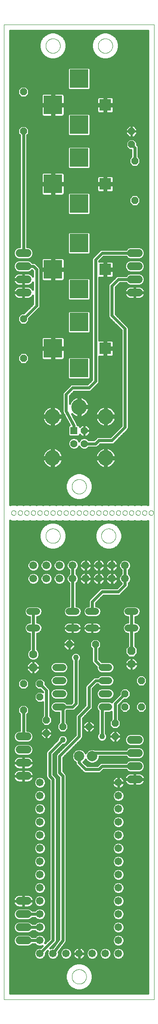
<source format=gtl>
G75*
%MOIN*%
%OFA0B0*%
%FSLAX25Y25*%
%IPPOS*%
%LPD*%
%AMOC8*
5,1,8,0,0,1.08239X$1,22.5*
%
%ADD10C,0.00000*%
%ADD11R,0.09000X0.09000*%
%ADD12R,0.14000X0.14000*%
%ADD13OC8,0.05200*%
%ADD14C,0.06000*%
%ADD15C,0.05937*%
%ADD16OC8,0.06300*%
%ADD17C,0.06300*%
%ADD18C,0.05200*%
%ADD19C,0.05800*%
%ADD20C,0.11811*%
%ADD21C,0.05622*%
%ADD22R,0.05622X0.05622*%
%ADD23C,0.07874*%
%ADD24C,0.01600*%
%ADD25C,0.02400*%
%ADD26C,0.04356*%
D10*
X0009300Y0011800D02*
X0009300Y0753001D01*
X0124221Y0753001D01*
X0124221Y0011800D01*
X0009300Y0011800D01*
X0061288Y0029300D02*
X0061290Y0029448D01*
X0061296Y0029596D01*
X0061306Y0029744D01*
X0061320Y0029891D01*
X0061338Y0030038D01*
X0061359Y0030184D01*
X0061385Y0030330D01*
X0061415Y0030475D01*
X0061448Y0030619D01*
X0061486Y0030762D01*
X0061527Y0030904D01*
X0061572Y0031045D01*
X0061620Y0031185D01*
X0061673Y0031324D01*
X0061729Y0031461D01*
X0061789Y0031596D01*
X0061852Y0031730D01*
X0061919Y0031862D01*
X0061990Y0031992D01*
X0062064Y0032120D01*
X0062141Y0032246D01*
X0062222Y0032370D01*
X0062306Y0032492D01*
X0062393Y0032611D01*
X0062484Y0032728D01*
X0062578Y0032843D01*
X0062674Y0032955D01*
X0062774Y0033065D01*
X0062876Y0033171D01*
X0062982Y0033275D01*
X0063090Y0033376D01*
X0063201Y0033474D01*
X0063314Y0033570D01*
X0063430Y0033662D01*
X0063548Y0033751D01*
X0063669Y0033836D01*
X0063792Y0033919D01*
X0063917Y0033998D01*
X0064044Y0034074D01*
X0064173Y0034146D01*
X0064304Y0034215D01*
X0064437Y0034280D01*
X0064572Y0034341D01*
X0064708Y0034399D01*
X0064845Y0034454D01*
X0064984Y0034504D01*
X0065125Y0034551D01*
X0065266Y0034594D01*
X0065409Y0034634D01*
X0065553Y0034669D01*
X0065697Y0034701D01*
X0065843Y0034728D01*
X0065989Y0034752D01*
X0066136Y0034772D01*
X0066283Y0034788D01*
X0066430Y0034800D01*
X0066578Y0034808D01*
X0066726Y0034812D01*
X0066874Y0034812D01*
X0067022Y0034808D01*
X0067170Y0034800D01*
X0067317Y0034788D01*
X0067464Y0034772D01*
X0067611Y0034752D01*
X0067757Y0034728D01*
X0067903Y0034701D01*
X0068047Y0034669D01*
X0068191Y0034634D01*
X0068334Y0034594D01*
X0068475Y0034551D01*
X0068616Y0034504D01*
X0068755Y0034454D01*
X0068892Y0034399D01*
X0069028Y0034341D01*
X0069163Y0034280D01*
X0069296Y0034215D01*
X0069427Y0034146D01*
X0069556Y0034074D01*
X0069683Y0033998D01*
X0069808Y0033919D01*
X0069931Y0033836D01*
X0070052Y0033751D01*
X0070170Y0033662D01*
X0070286Y0033570D01*
X0070399Y0033474D01*
X0070510Y0033376D01*
X0070618Y0033275D01*
X0070724Y0033171D01*
X0070826Y0033065D01*
X0070926Y0032955D01*
X0071022Y0032843D01*
X0071116Y0032728D01*
X0071207Y0032611D01*
X0071294Y0032492D01*
X0071378Y0032370D01*
X0071459Y0032246D01*
X0071536Y0032120D01*
X0071610Y0031992D01*
X0071681Y0031862D01*
X0071748Y0031730D01*
X0071811Y0031596D01*
X0071871Y0031461D01*
X0071927Y0031324D01*
X0071980Y0031185D01*
X0072028Y0031045D01*
X0072073Y0030904D01*
X0072114Y0030762D01*
X0072152Y0030619D01*
X0072185Y0030475D01*
X0072215Y0030330D01*
X0072241Y0030184D01*
X0072262Y0030038D01*
X0072280Y0029891D01*
X0072294Y0029744D01*
X0072304Y0029596D01*
X0072310Y0029448D01*
X0072312Y0029300D01*
X0072310Y0029152D01*
X0072304Y0029004D01*
X0072294Y0028856D01*
X0072280Y0028709D01*
X0072262Y0028562D01*
X0072241Y0028416D01*
X0072215Y0028270D01*
X0072185Y0028125D01*
X0072152Y0027981D01*
X0072114Y0027838D01*
X0072073Y0027696D01*
X0072028Y0027555D01*
X0071980Y0027415D01*
X0071927Y0027276D01*
X0071871Y0027139D01*
X0071811Y0027004D01*
X0071748Y0026870D01*
X0071681Y0026738D01*
X0071610Y0026608D01*
X0071536Y0026480D01*
X0071459Y0026354D01*
X0071378Y0026230D01*
X0071294Y0026108D01*
X0071207Y0025989D01*
X0071116Y0025872D01*
X0071022Y0025757D01*
X0070926Y0025645D01*
X0070826Y0025535D01*
X0070724Y0025429D01*
X0070618Y0025325D01*
X0070510Y0025224D01*
X0070399Y0025126D01*
X0070286Y0025030D01*
X0070170Y0024938D01*
X0070052Y0024849D01*
X0069931Y0024764D01*
X0069808Y0024681D01*
X0069683Y0024602D01*
X0069556Y0024526D01*
X0069427Y0024454D01*
X0069296Y0024385D01*
X0069163Y0024320D01*
X0069028Y0024259D01*
X0068892Y0024201D01*
X0068755Y0024146D01*
X0068616Y0024096D01*
X0068475Y0024049D01*
X0068334Y0024006D01*
X0068191Y0023966D01*
X0068047Y0023931D01*
X0067903Y0023899D01*
X0067757Y0023872D01*
X0067611Y0023848D01*
X0067464Y0023828D01*
X0067317Y0023812D01*
X0067170Y0023800D01*
X0067022Y0023792D01*
X0066874Y0023788D01*
X0066726Y0023788D01*
X0066578Y0023792D01*
X0066430Y0023800D01*
X0066283Y0023812D01*
X0066136Y0023828D01*
X0065989Y0023848D01*
X0065843Y0023872D01*
X0065697Y0023899D01*
X0065553Y0023931D01*
X0065409Y0023966D01*
X0065266Y0024006D01*
X0065125Y0024049D01*
X0064984Y0024096D01*
X0064845Y0024146D01*
X0064708Y0024201D01*
X0064572Y0024259D01*
X0064437Y0024320D01*
X0064304Y0024385D01*
X0064173Y0024454D01*
X0064044Y0024526D01*
X0063917Y0024602D01*
X0063792Y0024681D01*
X0063669Y0024764D01*
X0063548Y0024849D01*
X0063430Y0024938D01*
X0063314Y0025030D01*
X0063201Y0025126D01*
X0063090Y0025224D01*
X0062982Y0025325D01*
X0062876Y0025429D01*
X0062774Y0025535D01*
X0062674Y0025645D01*
X0062578Y0025757D01*
X0062484Y0025872D01*
X0062393Y0025989D01*
X0062306Y0026108D01*
X0062222Y0026230D01*
X0062141Y0026354D01*
X0062064Y0026480D01*
X0061990Y0026608D01*
X0061919Y0026738D01*
X0061852Y0026870D01*
X0061789Y0027004D01*
X0061729Y0027139D01*
X0061673Y0027276D01*
X0061620Y0027415D01*
X0061572Y0027555D01*
X0061527Y0027696D01*
X0061486Y0027838D01*
X0061448Y0027981D01*
X0061415Y0028125D01*
X0061385Y0028270D01*
X0061359Y0028416D01*
X0061338Y0028562D01*
X0061320Y0028709D01*
X0061306Y0028856D01*
X0061296Y0029004D01*
X0061290Y0029152D01*
X0061288Y0029300D01*
X0041288Y0364300D02*
X0041290Y0364448D01*
X0041296Y0364596D01*
X0041306Y0364744D01*
X0041320Y0364891D01*
X0041338Y0365038D01*
X0041359Y0365184D01*
X0041385Y0365330D01*
X0041415Y0365475D01*
X0041448Y0365619D01*
X0041486Y0365762D01*
X0041527Y0365904D01*
X0041572Y0366045D01*
X0041620Y0366185D01*
X0041673Y0366324D01*
X0041729Y0366461D01*
X0041789Y0366596D01*
X0041852Y0366730D01*
X0041919Y0366862D01*
X0041990Y0366992D01*
X0042064Y0367120D01*
X0042141Y0367246D01*
X0042222Y0367370D01*
X0042306Y0367492D01*
X0042393Y0367611D01*
X0042484Y0367728D01*
X0042578Y0367843D01*
X0042674Y0367955D01*
X0042774Y0368065D01*
X0042876Y0368171D01*
X0042982Y0368275D01*
X0043090Y0368376D01*
X0043201Y0368474D01*
X0043314Y0368570D01*
X0043430Y0368662D01*
X0043548Y0368751D01*
X0043669Y0368836D01*
X0043792Y0368919D01*
X0043917Y0368998D01*
X0044044Y0369074D01*
X0044173Y0369146D01*
X0044304Y0369215D01*
X0044437Y0369280D01*
X0044572Y0369341D01*
X0044708Y0369399D01*
X0044845Y0369454D01*
X0044984Y0369504D01*
X0045125Y0369551D01*
X0045266Y0369594D01*
X0045409Y0369634D01*
X0045553Y0369669D01*
X0045697Y0369701D01*
X0045843Y0369728D01*
X0045989Y0369752D01*
X0046136Y0369772D01*
X0046283Y0369788D01*
X0046430Y0369800D01*
X0046578Y0369808D01*
X0046726Y0369812D01*
X0046874Y0369812D01*
X0047022Y0369808D01*
X0047170Y0369800D01*
X0047317Y0369788D01*
X0047464Y0369772D01*
X0047611Y0369752D01*
X0047757Y0369728D01*
X0047903Y0369701D01*
X0048047Y0369669D01*
X0048191Y0369634D01*
X0048334Y0369594D01*
X0048475Y0369551D01*
X0048616Y0369504D01*
X0048755Y0369454D01*
X0048892Y0369399D01*
X0049028Y0369341D01*
X0049163Y0369280D01*
X0049296Y0369215D01*
X0049427Y0369146D01*
X0049556Y0369074D01*
X0049683Y0368998D01*
X0049808Y0368919D01*
X0049931Y0368836D01*
X0050052Y0368751D01*
X0050170Y0368662D01*
X0050286Y0368570D01*
X0050399Y0368474D01*
X0050510Y0368376D01*
X0050618Y0368275D01*
X0050724Y0368171D01*
X0050826Y0368065D01*
X0050926Y0367955D01*
X0051022Y0367843D01*
X0051116Y0367728D01*
X0051207Y0367611D01*
X0051294Y0367492D01*
X0051378Y0367370D01*
X0051459Y0367246D01*
X0051536Y0367120D01*
X0051610Y0366992D01*
X0051681Y0366862D01*
X0051748Y0366730D01*
X0051811Y0366596D01*
X0051871Y0366461D01*
X0051927Y0366324D01*
X0051980Y0366185D01*
X0052028Y0366045D01*
X0052073Y0365904D01*
X0052114Y0365762D01*
X0052152Y0365619D01*
X0052185Y0365475D01*
X0052215Y0365330D01*
X0052241Y0365184D01*
X0052262Y0365038D01*
X0052280Y0364891D01*
X0052294Y0364744D01*
X0052304Y0364596D01*
X0052310Y0364448D01*
X0052312Y0364300D01*
X0052310Y0364152D01*
X0052304Y0364004D01*
X0052294Y0363856D01*
X0052280Y0363709D01*
X0052262Y0363562D01*
X0052241Y0363416D01*
X0052215Y0363270D01*
X0052185Y0363125D01*
X0052152Y0362981D01*
X0052114Y0362838D01*
X0052073Y0362696D01*
X0052028Y0362555D01*
X0051980Y0362415D01*
X0051927Y0362276D01*
X0051871Y0362139D01*
X0051811Y0362004D01*
X0051748Y0361870D01*
X0051681Y0361738D01*
X0051610Y0361608D01*
X0051536Y0361480D01*
X0051459Y0361354D01*
X0051378Y0361230D01*
X0051294Y0361108D01*
X0051207Y0360989D01*
X0051116Y0360872D01*
X0051022Y0360757D01*
X0050926Y0360645D01*
X0050826Y0360535D01*
X0050724Y0360429D01*
X0050618Y0360325D01*
X0050510Y0360224D01*
X0050399Y0360126D01*
X0050286Y0360030D01*
X0050170Y0359938D01*
X0050052Y0359849D01*
X0049931Y0359764D01*
X0049808Y0359681D01*
X0049683Y0359602D01*
X0049556Y0359526D01*
X0049427Y0359454D01*
X0049296Y0359385D01*
X0049163Y0359320D01*
X0049028Y0359259D01*
X0048892Y0359201D01*
X0048755Y0359146D01*
X0048616Y0359096D01*
X0048475Y0359049D01*
X0048334Y0359006D01*
X0048191Y0358966D01*
X0048047Y0358931D01*
X0047903Y0358899D01*
X0047757Y0358872D01*
X0047611Y0358848D01*
X0047464Y0358828D01*
X0047317Y0358812D01*
X0047170Y0358800D01*
X0047022Y0358792D01*
X0046874Y0358788D01*
X0046726Y0358788D01*
X0046578Y0358792D01*
X0046430Y0358800D01*
X0046283Y0358812D01*
X0046136Y0358828D01*
X0045989Y0358848D01*
X0045843Y0358872D01*
X0045697Y0358899D01*
X0045553Y0358931D01*
X0045409Y0358966D01*
X0045266Y0359006D01*
X0045125Y0359049D01*
X0044984Y0359096D01*
X0044845Y0359146D01*
X0044708Y0359201D01*
X0044572Y0359259D01*
X0044437Y0359320D01*
X0044304Y0359385D01*
X0044173Y0359454D01*
X0044044Y0359526D01*
X0043917Y0359602D01*
X0043792Y0359681D01*
X0043669Y0359764D01*
X0043548Y0359849D01*
X0043430Y0359938D01*
X0043314Y0360030D01*
X0043201Y0360126D01*
X0043090Y0360224D01*
X0042982Y0360325D01*
X0042876Y0360429D01*
X0042774Y0360535D01*
X0042674Y0360645D01*
X0042578Y0360757D01*
X0042484Y0360872D01*
X0042393Y0360989D01*
X0042306Y0361108D01*
X0042222Y0361230D01*
X0042141Y0361354D01*
X0042064Y0361480D01*
X0041990Y0361608D01*
X0041919Y0361738D01*
X0041852Y0361870D01*
X0041789Y0362004D01*
X0041729Y0362139D01*
X0041673Y0362276D01*
X0041620Y0362415D01*
X0041572Y0362555D01*
X0041527Y0362696D01*
X0041486Y0362838D01*
X0041448Y0362981D01*
X0041415Y0363125D01*
X0041385Y0363270D01*
X0041359Y0363416D01*
X0041338Y0363562D01*
X0041320Y0363709D01*
X0041306Y0363856D01*
X0041296Y0364004D01*
X0041290Y0364152D01*
X0041288Y0364300D01*
X0040028Y0381800D02*
X0040030Y0381884D01*
X0040036Y0381967D01*
X0040046Y0382050D01*
X0040060Y0382133D01*
X0040077Y0382215D01*
X0040099Y0382296D01*
X0040124Y0382375D01*
X0040153Y0382454D01*
X0040186Y0382531D01*
X0040222Y0382606D01*
X0040262Y0382680D01*
X0040305Y0382752D01*
X0040352Y0382821D01*
X0040402Y0382888D01*
X0040455Y0382953D01*
X0040511Y0383015D01*
X0040569Y0383075D01*
X0040631Y0383132D01*
X0040695Y0383185D01*
X0040762Y0383236D01*
X0040831Y0383283D01*
X0040902Y0383328D01*
X0040975Y0383368D01*
X0041050Y0383405D01*
X0041127Y0383439D01*
X0041205Y0383469D01*
X0041284Y0383495D01*
X0041365Y0383518D01*
X0041447Y0383536D01*
X0041529Y0383551D01*
X0041612Y0383562D01*
X0041695Y0383569D01*
X0041779Y0383572D01*
X0041863Y0383571D01*
X0041946Y0383566D01*
X0042030Y0383557D01*
X0042112Y0383544D01*
X0042194Y0383528D01*
X0042275Y0383507D01*
X0042356Y0383483D01*
X0042434Y0383455D01*
X0042512Y0383423D01*
X0042588Y0383387D01*
X0042662Y0383348D01*
X0042734Y0383306D01*
X0042804Y0383260D01*
X0042872Y0383211D01*
X0042937Y0383159D01*
X0043000Y0383104D01*
X0043060Y0383046D01*
X0043118Y0382985D01*
X0043172Y0382921D01*
X0043224Y0382855D01*
X0043272Y0382787D01*
X0043317Y0382716D01*
X0043358Y0382643D01*
X0043397Y0382569D01*
X0043431Y0382493D01*
X0043462Y0382415D01*
X0043489Y0382336D01*
X0043513Y0382255D01*
X0043532Y0382174D01*
X0043548Y0382092D01*
X0043560Y0382009D01*
X0043568Y0381925D01*
X0043572Y0381842D01*
X0043572Y0381758D01*
X0043568Y0381675D01*
X0043560Y0381591D01*
X0043548Y0381508D01*
X0043532Y0381426D01*
X0043513Y0381345D01*
X0043489Y0381264D01*
X0043462Y0381185D01*
X0043431Y0381107D01*
X0043397Y0381031D01*
X0043358Y0380957D01*
X0043317Y0380884D01*
X0043272Y0380813D01*
X0043224Y0380745D01*
X0043172Y0380679D01*
X0043118Y0380615D01*
X0043060Y0380554D01*
X0043000Y0380496D01*
X0042937Y0380441D01*
X0042872Y0380389D01*
X0042804Y0380340D01*
X0042734Y0380294D01*
X0042662Y0380252D01*
X0042588Y0380213D01*
X0042512Y0380177D01*
X0042434Y0380145D01*
X0042356Y0380117D01*
X0042275Y0380093D01*
X0042194Y0380072D01*
X0042112Y0380056D01*
X0042030Y0380043D01*
X0041946Y0380034D01*
X0041863Y0380029D01*
X0041779Y0380028D01*
X0041695Y0380031D01*
X0041612Y0380038D01*
X0041529Y0380049D01*
X0041447Y0380064D01*
X0041365Y0380082D01*
X0041284Y0380105D01*
X0041205Y0380131D01*
X0041127Y0380161D01*
X0041050Y0380195D01*
X0040975Y0380232D01*
X0040902Y0380272D01*
X0040831Y0380317D01*
X0040762Y0380364D01*
X0040695Y0380415D01*
X0040631Y0380468D01*
X0040569Y0380525D01*
X0040511Y0380585D01*
X0040455Y0380647D01*
X0040402Y0380712D01*
X0040352Y0380779D01*
X0040305Y0380848D01*
X0040262Y0380920D01*
X0040222Y0380994D01*
X0040186Y0381069D01*
X0040153Y0381146D01*
X0040124Y0381225D01*
X0040099Y0381304D01*
X0040077Y0381385D01*
X0040060Y0381467D01*
X0040046Y0381550D01*
X0040036Y0381633D01*
X0040030Y0381716D01*
X0040028Y0381800D01*
X0035028Y0381800D02*
X0035030Y0381884D01*
X0035036Y0381967D01*
X0035046Y0382050D01*
X0035060Y0382133D01*
X0035077Y0382215D01*
X0035099Y0382296D01*
X0035124Y0382375D01*
X0035153Y0382454D01*
X0035186Y0382531D01*
X0035222Y0382606D01*
X0035262Y0382680D01*
X0035305Y0382752D01*
X0035352Y0382821D01*
X0035402Y0382888D01*
X0035455Y0382953D01*
X0035511Y0383015D01*
X0035569Y0383075D01*
X0035631Y0383132D01*
X0035695Y0383185D01*
X0035762Y0383236D01*
X0035831Y0383283D01*
X0035902Y0383328D01*
X0035975Y0383368D01*
X0036050Y0383405D01*
X0036127Y0383439D01*
X0036205Y0383469D01*
X0036284Y0383495D01*
X0036365Y0383518D01*
X0036447Y0383536D01*
X0036529Y0383551D01*
X0036612Y0383562D01*
X0036695Y0383569D01*
X0036779Y0383572D01*
X0036863Y0383571D01*
X0036946Y0383566D01*
X0037030Y0383557D01*
X0037112Y0383544D01*
X0037194Y0383528D01*
X0037275Y0383507D01*
X0037356Y0383483D01*
X0037434Y0383455D01*
X0037512Y0383423D01*
X0037588Y0383387D01*
X0037662Y0383348D01*
X0037734Y0383306D01*
X0037804Y0383260D01*
X0037872Y0383211D01*
X0037937Y0383159D01*
X0038000Y0383104D01*
X0038060Y0383046D01*
X0038118Y0382985D01*
X0038172Y0382921D01*
X0038224Y0382855D01*
X0038272Y0382787D01*
X0038317Y0382716D01*
X0038358Y0382643D01*
X0038397Y0382569D01*
X0038431Y0382493D01*
X0038462Y0382415D01*
X0038489Y0382336D01*
X0038513Y0382255D01*
X0038532Y0382174D01*
X0038548Y0382092D01*
X0038560Y0382009D01*
X0038568Y0381925D01*
X0038572Y0381842D01*
X0038572Y0381758D01*
X0038568Y0381675D01*
X0038560Y0381591D01*
X0038548Y0381508D01*
X0038532Y0381426D01*
X0038513Y0381345D01*
X0038489Y0381264D01*
X0038462Y0381185D01*
X0038431Y0381107D01*
X0038397Y0381031D01*
X0038358Y0380957D01*
X0038317Y0380884D01*
X0038272Y0380813D01*
X0038224Y0380745D01*
X0038172Y0380679D01*
X0038118Y0380615D01*
X0038060Y0380554D01*
X0038000Y0380496D01*
X0037937Y0380441D01*
X0037872Y0380389D01*
X0037804Y0380340D01*
X0037734Y0380294D01*
X0037662Y0380252D01*
X0037588Y0380213D01*
X0037512Y0380177D01*
X0037434Y0380145D01*
X0037356Y0380117D01*
X0037275Y0380093D01*
X0037194Y0380072D01*
X0037112Y0380056D01*
X0037030Y0380043D01*
X0036946Y0380034D01*
X0036863Y0380029D01*
X0036779Y0380028D01*
X0036695Y0380031D01*
X0036612Y0380038D01*
X0036529Y0380049D01*
X0036447Y0380064D01*
X0036365Y0380082D01*
X0036284Y0380105D01*
X0036205Y0380131D01*
X0036127Y0380161D01*
X0036050Y0380195D01*
X0035975Y0380232D01*
X0035902Y0380272D01*
X0035831Y0380317D01*
X0035762Y0380364D01*
X0035695Y0380415D01*
X0035631Y0380468D01*
X0035569Y0380525D01*
X0035511Y0380585D01*
X0035455Y0380647D01*
X0035402Y0380712D01*
X0035352Y0380779D01*
X0035305Y0380848D01*
X0035262Y0380920D01*
X0035222Y0380994D01*
X0035186Y0381069D01*
X0035153Y0381146D01*
X0035124Y0381225D01*
X0035099Y0381304D01*
X0035077Y0381385D01*
X0035060Y0381467D01*
X0035046Y0381550D01*
X0035036Y0381633D01*
X0035030Y0381716D01*
X0035028Y0381800D01*
X0030028Y0381800D02*
X0030030Y0381884D01*
X0030036Y0381967D01*
X0030046Y0382050D01*
X0030060Y0382133D01*
X0030077Y0382215D01*
X0030099Y0382296D01*
X0030124Y0382375D01*
X0030153Y0382454D01*
X0030186Y0382531D01*
X0030222Y0382606D01*
X0030262Y0382680D01*
X0030305Y0382752D01*
X0030352Y0382821D01*
X0030402Y0382888D01*
X0030455Y0382953D01*
X0030511Y0383015D01*
X0030569Y0383075D01*
X0030631Y0383132D01*
X0030695Y0383185D01*
X0030762Y0383236D01*
X0030831Y0383283D01*
X0030902Y0383328D01*
X0030975Y0383368D01*
X0031050Y0383405D01*
X0031127Y0383439D01*
X0031205Y0383469D01*
X0031284Y0383495D01*
X0031365Y0383518D01*
X0031447Y0383536D01*
X0031529Y0383551D01*
X0031612Y0383562D01*
X0031695Y0383569D01*
X0031779Y0383572D01*
X0031863Y0383571D01*
X0031946Y0383566D01*
X0032030Y0383557D01*
X0032112Y0383544D01*
X0032194Y0383528D01*
X0032275Y0383507D01*
X0032356Y0383483D01*
X0032434Y0383455D01*
X0032512Y0383423D01*
X0032588Y0383387D01*
X0032662Y0383348D01*
X0032734Y0383306D01*
X0032804Y0383260D01*
X0032872Y0383211D01*
X0032937Y0383159D01*
X0033000Y0383104D01*
X0033060Y0383046D01*
X0033118Y0382985D01*
X0033172Y0382921D01*
X0033224Y0382855D01*
X0033272Y0382787D01*
X0033317Y0382716D01*
X0033358Y0382643D01*
X0033397Y0382569D01*
X0033431Y0382493D01*
X0033462Y0382415D01*
X0033489Y0382336D01*
X0033513Y0382255D01*
X0033532Y0382174D01*
X0033548Y0382092D01*
X0033560Y0382009D01*
X0033568Y0381925D01*
X0033572Y0381842D01*
X0033572Y0381758D01*
X0033568Y0381675D01*
X0033560Y0381591D01*
X0033548Y0381508D01*
X0033532Y0381426D01*
X0033513Y0381345D01*
X0033489Y0381264D01*
X0033462Y0381185D01*
X0033431Y0381107D01*
X0033397Y0381031D01*
X0033358Y0380957D01*
X0033317Y0380884D01*
X0033272Y0380813D01*
X0033224Y0380745D01*
X0033172Y0380679D01*
X0033118Y0380615D01*
X0033060Y0380554D01*
X0033000Y0380496D01*
X0032937Y0380441D01*
X0032872Y0380389D01*
X0032804Y0380340D01*
X0032734Y0380294D01*
X0032662Y0380252D01*
X0032588Y0380213D01*
X0032512Y0380177D01*
X0032434Y0380145D01*
X0032356Y0380117D01*
X0032275Y0380093D01*
X0032194Y0380072D01*
X0032112Y0380056D01*
X0032030Y0380043D01*
X0031946Y0380034D01*
X0031863Y0380029D01*
X0031779Y0380028D01*
X0031695Y0380031D01*
X0031612Y0380038D01*
X0031529Y0380049D01*
X0031447Y0380064D01*
X0031365Y0380082D01*
X0031284Y0380105D01*
X0031205Y0380131D01*
X0031127Y0380161D01*
X0031050Y0380195D01*
X0030975Y0380232D01*
X0030902Y0380272D01*
X0030831Y0380317D01*
X0030762Y0380364D01*
X0030695Y0380415D01*
X0030631Y0380468D01*
X0030569Y0380525D01*
X0030511Y0380585D01*
X0030455Y0380647D01*
X0030402Y0380712D01*
X0030352Y0380779D01*
X0030305Y0380848D01*
X0030262Y0380920D01*
X0030222Y0380994D01*
X0030186Y0381069D01*
X0030153Y0381146D01*
X0030124Y0381225D01*
X0030099Y0381304D01*
X0030077Y0381385D01*
X0030060Y0381467D01*
X0030046Y0381550D01*
X0030036Y0381633D01*
X0030030Y0381716D01*
X0030028Y0381800D01*
X0025028Y0381800D02*
X0025030Y0381884D01*
X0025036Y0381967D01*
X0025046Y0382050D01*
X0025060Y0382133D01*
X0025077Y0382215D01*
X0025099Y0382296D01*
X0025124Y0382375D01*
X0025153Y0382454D01*
X0025186Y0382531D01*
X0025222Y0382606D01*
X0025262Y0382680D01*
X0025305Y0382752D01*
X0025352Y0382821D01*
X0025402Y0382888D01*
X0025455Y0382953D01*
X0025511Y0383015D01*
X0025569Y0383075D01*
X0025631Y0383132D01*
X0025695Y0383185D01*
X0025762Y0383236D01*
X0025831Y0383283D01*
X0025902Y0383328D01*
X0025975Y0383368D01*
X0026050Y0383405D01*
X0026127Y0383439D01*
X0026205Y0383469D01*
X0026284Y0383495D01*
X0026365Y0383518D01*
X0026447Y0383536D01*
X0026529Y0383551D01*
X0026612Y0383562D01*
X0026695Y0383569D01*
X0026779Y0383572D01*
X0026863Y0383571D01*
X0026946Y0383566D01*
X0027030Y0383557D01*
X0027112Y0383544D01*
X0027194Y0383528D01*
X0027275Y0383507D01*
X0027356Y0383483D01*
X0027434Y0383455D01*
X0027512Y0383423D01*
X0027588Y0383387D01*
X0027662Y0383348D01*
X0027734Y0383306D01*
X0027804Y0383260D01*
X0027872Y0383211D01*
X0027937Y0383159D01*
X0028000Y0383104D01*
X0028060Y0383046D01*
X0028118Y0382985D01*
X0028172Y0382921D01*
X0028224Y0382855D01*
X0028272Y0382787D01*
X0028317Y0382716D01*
X0028358Y0382643D01*
X0028397Y0382569D01*
X0028431Y0382493D01*
X0028462Y0382415D01*
X0028489Y0382336D01*
X0028513Y0382255D01*
X0028532Y0382174D01*
X0028548Y0382092D01*
X0028560Y0382009D01*
X0028568Y0381925D01*
X0028572Y0381842D01*
X0028572Y0381758D01*
X0028568Y0381675D01*
X0028560Y0381591D01*
X0028548Y0381508D01*
X0028532Y0381426D01*
X0028513Y0381345D01*
X0028489Y0381264D01*
X0028462Y0381185D01*
X0028431Y0381107D01*
X0028397Y0381031D01*
X0028358Y0380957D01*
X0028317Y0380884D01*
X0028272Y0380813D01*
X0028224Y0380745D01*
X0028172Y0380679D01*
X0028118Y0380615D01*
X0028060Y0380554D01*
X0028000Y0380496D01*
X0027937Y0380441D01*
X0027872Y0380389D01*
X0027804Y0380340D01*
X0027734Y0380294D01*
X0027662Y0380252D01*
X0027588Y0380213D01*
X0027512Y0380177D01*
X0027434Y0380145D01*
X0027356Y0380117D01*
X0027275Y0380093D01*
X0027194Y0380072D01*
X0027112Y0380056D01*
X0027030Y0380043D01*
X0026946Y0380034D01*
X0026863Y0380029D01*
X0026779Y0380028D01*
X0026695Y0380031D01*
X0026612Y0380038D01*
X0026529Y0380049D01*
X0026447Y0380064D01*
X0026365Y0380082D01*
X0026284Y0380105D01*
X0026205Y0380131D01*
X0026127Y0380161D01*
X0026050Y0380195D01*
X0025975Y0380232D01*
X0025902Y0380272D01*
X0025831Y0380317D01*
X0025762Y0380364D01*
X0025695Y0380415D01*
X0025631Y0380468D01*
X0025569Y0380525D01*
X0025511Y0380585D01*
X0025455Y0380647D01*
X0025402Y0380712D01*
X0025352Y0380779D01*
X0025305Y0380848D01*
X0025262Y0380920D01*
X0025222Y0380994D01*
X0025186Y0381069D01*
X0025153Y0381146D01*
X0025124Y0381225D01*
X0025099Y0381304D01*
X0025077Y0381385D01*
X0025060Y0381467D01*
X0025046Y0381550D01*
X0025036Y0381633D01*
X0025030Y0381716D01*
X0025028Y0381800D01*
X0020028Y0381800D02*
X0020030Y0381884D01*
X0020036Y0381967D01*
X0020046Y0382050D01*
X0020060Y0382133D01*
X0020077Y0382215D01*
X0020099Y0382296D01*
X0020124Y0382375D01*
X0020153Y0382454D01*
X0020186Y0382531D01*
X0020222Y0382606D01*
X0020262Y0382680D01*
X0020305Y0382752D01*
X0020352Y0382821D01*
X0020402Y0382888D01*
X0020455Y0382953D01*
X0020511Y0383015D01*
X0020569Y0383075D01*
X0020631Y0383132D01*
X0020695Y0383185D01*
X0020762Y0383236D01*
X0020831Y0383283D01*
X0020902Y0383328D01*
X0020975Y0383368D01*
X0021050Y0383405D01*
X0021127Y0383439D01*
X0021205Y0383469D01*
X0021284Y0383495D01*
X0021365Y0383518D01*
X0021447Y0383536D01*
X0021529Y0383551D01*
X0021612Y0383562D01*
X0021695Y0383569D01*
X0021779Y0383572D01*
X0021863Y0383571D01*
X0021946Y0383566D01*
X0022030Y0383557D01*
X0022112Y0383544D01*
X0022194Y0383528D01*
X0022275Y0383507D01*
X0022356Y0383483D01*
X0022434Y0383455D01*
X0022512Y0383423D01*
X0022588Y0383387D01*
X0022662Y0383348D01*
X0022734Y0383306D01*
X0022804Y0383260D01*
X0022872Y0383211D01*
X0022937Y0383159D01*
X0023000Y0383104D01*
X0023060Y0383046D01*
X0023118Y0382985D01*
X0023172Y0382921D01*
X0023224Y0382855D01*
X0023272Y0382787D01*
X0023317Y0382716D01*
X0023358Y0382643D01*
X0023397Y0382569D01*
X0023431Y0382493D01*
X0023462Y0382415D01*
X0023489Y0382336D01*
X0023513Y0382255D01*
X0023532Y0382174D01*
X0023548Y0382092D01*
X0023560Y0382009D01*
X0023568Y0381925D01*
X0023572Y0381842D01*
X0023572Y0381758D01*
X0023568Y0381675D01*
X0023560Y0381591D01*
X0023548Y0381508D01*
X0023532Y0381426D01*
X0023513Y0381345D01*
X0023489Y0381264D01*
X0023462Y0381185D01*
X0023431Y0381107D01*
X0023397Y0381031D01*
X0023358Y0380957D01*
X0023317Y0380884D01*
X0023272Y0380813D01*
X0023224Y0380745D01*
X0023172Y0380679D01*
X0023118Y0380615D01*
X0023060Y0380554D01*
X0023000Y0380496D01*
X0022937Y0380441D01*
X0022872Y0380389D01*
X0022804Y0380340D01*
X0022734Y0380294D01*
X0022662Y0380252D01*
X0022588Y0380213D01*
X0022512Y0380177D01*
X0022434Y0380145D01*
X0022356Y0380117D01*
X0022275Y0380093D01*
X0022194Y0380072D01*
X0022112Y0380056D01*
X0022030Y0380043D01*
X0021946Y0380034D01*
X0021863Y0380029D01*
X0021779Y0380028D01*
X0021695Y0380031D01*
X0021612Y0380038D01*
X0021529Y0380049D01*
X0021447Y0380064D01*
X0021365Y0380082D01*
X0021284Y0380105D01*
X0021205Y0380131D01*
X0021127Y0380161D01*
X0021050Y0380195D01*
X0020975Y0380232D01*
X0020902Y0380272D01*
X0020831Y0380317D01*
X0020762Y0380364D01*
X0020695Y0380415D01*
X0020631Y0380468D01*
X0020569Y0380525D01*
X0020511Y0380585D01*
X0020455Y0380647D01*
X0020402Y0380712D01*
X0020352Y0380779D01*
X0020305Y0380848D01*
X0020262Y0380920D01*
X0020222Y0380994D01*
X0020186Y0381069D01*
X0020153Y0381146D01*
X0020124Y0381225D01*
X0020099Y0381304D01*
X0020077Y0381385D01*
X0020060Y0381467D01*
X0020046Y0381550D01*
X0020036Y0381633D01*
X0020030Y0381716D01*
X0020028Y0381800D01*
X0015028Y0381800D02*
X0015030Y0381884D01*
X0015036Y0381967D01*
X0015046Y0382050D01*
X0015060Y0382133D01*
X0015077Y0382215D01*
X0015099Y0382296D01*
X0015124Y0382375D01*
X0015153Y0382454D01*
X0015186Y0382531D01*
X0015222Y0382606D01*
X0015262Y0382680D01*
X0015305Y0382752D01*
X0015352Y0382821D01*
X0015402Y0382888D01*
X0015455Y0382953D01*
X0015511Y0383015D01*
X0015569Y0383075D01*
X0015631Y0383132D01*
X0015695Y0383185D01*
X0015762Y0383236D01*
X0015831Y0383283D01*
X0015902Y0383328D01*
X0015975Y0383368D01*
X0016050Y0383405D01*
X0016127Y0383439D01*
X0016205Y0383469D01*
X0016284Y0383495D01*
X0016365Y0383518D01*
X0016447Y0383536D01*
X0016529Y0383551D01*
X0016612Y0383562D01*
X0016695Y0383569D01*
X0016779Y0383572D01*
X0016863Y0383571D01*
X0016946Y0383566D01*
X0017030Y0383557D01*
X0017112Y0383544D01*
X0017194Y0383528D01*
X0017275Y0383507D01*
X0017356Y0383483D01*
X0017434Y0383455D01*
X0017512Y0383423D01*
X0017588Y0383387D01*
X0017662Y0383348D01*
X0017734Y0383306D01*
X0017804Y0383260D01*
X0017872Y0383211D01*
X0017937Y0383159D01*
X0018000Y0383104D01*
X0018060Y0383046D01*
X0018118Y0382985D01*
X0018172Y0382921D01*
X0018224Y0382855D01*
X0018272Y0382787D01*
X0018317Y0382716D01*
X0018358Y0382643D01*
X0018397Y0382569D01*
X0018431Y0382493D01*
X0018462Y0382415D01*
X0018489Y0382336D01*
X0018513Y0382255D01*
X0018532Y0382174D01*
X0018548Y0382092D01*
X0018560Y0382009D01*
X0018568Y0381925D01*
X0018572Y0381842D01*
X0018572Y0381758D01*
X0018568Y0381675D01*
X0018560Y0381591D01*
X0018548Y0381508D01*
X0018532Y0381426D01*
X0018513Y0381345D01*
X0018489Y0381264D01*
X0018462Y0381185D01*
X0018431Y0381107D01*
X0018397Y0381031D01*
X0018358Y0380957D01*
X0018317Y0380884D01*
X0018272Y0380813D01*
X0018224Y0380745D01*
X0018172Y0380679D01*
X0018118Y0380615D01*
X0018060Y0380554D01*
X0018000Y0380496D01*
X0017937Y0380441D01*
X0017872Y0380389D01*
X0017804Y0380340D01*
X0017734Y0380294D01*
X0017662Y0380252D01*
X0017588Y0380213D01*
X0017512Y0380177D01*
X0017434Y0380145D01*
X0017356Y0380117D01*
X0017275Y0380093D01*
X0017194Y0380072D01*
X0017112Y0380056D01*
X0017030Y0380043D01*
X0016946Y0380034D01*
X0016863Y0380029D01*
X0016779Y0380028D01*
X0016695Y0380031D01*
X0016612Y0380038D01*
X0016529Y0380049D01*
X0016447Y0380064D01*
X0016365Y0380082D01*
X0016284Y0380105D01*
X0016205Y0380131D01*
X0016127Y0380161D01*
X0016050Y0380195D01*
X0015975Y0380232D01*
X0015902Y0380272D01*
X0015831Y0380317D01*
X0015762Y0380364D01*
X0015695Y0380415D01*
X0015631Y0380468D01*
X0015569Y0380525D01*
X0015511Y0380585D01*
X0015455Y0380647D01*
X0015402Y0380712D01*
X0015352Y0380779D01*
X0015305Y0380848D01*
X0015262Y0380920D01*
X0015222Y0380994D01*
X0015186Y0381069D01*
X0015153Y0381146D01*
X0015124Y0381225D01*
X0015099Y0381304D01*
X0015077Y0381385D01*
X0015060Y0381467D01*
X0015046Y0381550D01*
X0015036Y0381633D01*
X0015030Y0381716D01*
X0015028Y0381800D01*
X0045028Y0381800D02*
X0045030Y0381884D01*
X0045036Y0381967D01*
X0045046Y0382050D01*
X0045060Y0382133D01*
X0045077Y0382215D01*
X0045099Y0382296D01*
X0045124Y0382375D01*
X0045153Y0382454D01*
X0045186Y0382531D01*
X0045222Y0382606D01*
X0045262Y0382680D01*
X0045305Y0382752D01*
X0045352Y0382821D01*
X0045402Y0382888D01*
X0045455Y0382953D01*
X0045511Y0383015D01*
X0045569Y0383075D01*
X0045631Y0383132D01*
X0045695Y0383185D01*
X0045762Y0383236D01*
X0045831Y0383283D01*
X0045902Y0383328D01*
X0045975Y0383368D01*
X0046050Y0383405D01*
X0046127Y0383439D01*
X0046205Y0383469D01*
X0046284Y0383495D01*
X0046365Y0383518D01*
X0046447Y0383536D01*
X0046529Y0383551D01*
X0046612Y0383562D01*
X0046695Y0383569D01*
X0046779Y0383572D01*
X0046863Y0383571D01*
X0046946Y0383566D01*
X0047030Y0383557D01*
X0047112Y0383544D01*
X0047194Y0383528D01*
X0047275Y0383507D01*
X0047356Y0383483D01*
X0047434Y0383455D01*
X0047512Y0383423D01*
X0047588Y0383387D01*
X0047662Y0383348D01*
X0047734Y0383306D01*
X0047804Y0383260D01*
X0047872Y0383211D01*
X0047937Y0383159D01*
X0048000Y0383104D01*
X0048060Y0383046D01*
X0048118Y0382985D01*
X0048172Y0382921D01*
X0048224Y0382855D01*
X0048272Y0382787D01*
X0048317Y0382716D01*
X0048358Y0382643D01*
X0048397Y0382569D01*
X0048431Y0382493D01*
X0048462Y0382415D01*
X0048489Y0382336D01*
X0048513Y0382255D01*
X0048532Y0382174D01*
X0048548Y0382092D01*
X0048560Y0382009D01*
X0048568Y0381925D01*
X0048572Y0381842D01*
X0048572Y0381758D01*
X0048568Y0381675D01*
X0048560Y0381591D01*
X0048548Y0381508D01*
X0048532Y0381426D01*
X0048513Y0381345D01*
X0048489Y0381264D01*
X0048462Y0381185D01*
X0048431Y0381107D01*
X0048397Y0381031D01*
X0048358Y0380957D01*
X0048317Y0380884D01*
X0048272Y0380813D01*
X0048224Y0380745D01*
X0048172Y0380679D01*
X0048118Y0380615D01*
X0048060Y0380554D01*
X0048000Y0380496D01*
X0047937Y0380441D01*
X0047872Y0380389D01*
X0047804Y0380340D01*
X0047734Y0380294D01*
X0047662Y0380252D01*
X0047588Y0380213D01*
X0047512Y0380177D01*
X0047434Y0380145D01*
X0047356Y0380117D01*
X0047275Y0380093D01*
X0047194Y0380072D01*
X0047112Y0380056D01*
X0047030Y0380043D01*
X0046946Y0380034D01*
X0046863Y0380029D01*
X0046779Y0380028D01*
X0046695Y0380031D01*
X0046612Y0380038D01*
X0046529Y0380049D01*
X0046447Y0380064D01*
X0046365Y0380082D01*
X0046284Y0380105D01*
X0046205Y0380131D01*
X0046127Y0380161D01*
X0046050Y0380195D01*
X0045975Y0380232D01*
X0045902Y0380272D01*
X0045831Y0380317D01*
X0045762Y0380364D01*
X0045695Y0380415D01*
X0045631Y0380468D01*
X0045569Y0380525D01*
X0045511Y0380585D01*
X0045455Y0380647D01*
X0045402Y0380712D01*
X0045352Y0380779D01*
X0045305Y0380848D01*
X0045262Y0380920D01*
X0045222Y0380994D01*
X0045186Y0381069D01*
X0045153Y0381146D01*
X0045124Y0381225D01*
X0045099Y0381304D01*
X0045077Y0381385D01*
X0045060Y0381467D01*
X0045046Y0381550D01*
X0045036Y0381633D01*
X0045030Y0381716D01*
X0045028Y0381800D01*
X0050028Y0381800D02*
X0050030Y0381884D01*
X0050036Y0381967D01*
X0050046Y0382050D01*
X0050060Y0382133D01*
X0050077Y0382215D01*
X0050099Y0382296D01*
X0050124Y0382375D01*
X0050153Y0382454D01*
X0050186Y0382531D01*
X0050222Y0382606D01*
X0050262Y0382680D01*
X0050305Y0382752D01*
X0050352Y0382821D01*
X0050402Y0382888D01*
X0050455Y0382953D01*
X0050511Y0383015D01*
X0050569Y0383075D01*
X0050631Y0383132D01*
X0050695Y0383185D01*
X0050762Y0383236D01*
X0050831Y0383283D01*
X0050902Y0383328D01*
X0050975Y0383368D01*
X0051050Y0383405D01*
X0051127Y0383439D01*
X0051205Y0383469D01*
X0051284Y0383495D01*
X0051365Y0383518D01*
X0051447Y0383536D01*
X0051529Y0383551D01*
X0051612Y0383562D01*
X0051695Y0383569D01*
X0051779Y0383572D01*
X0051863Y0383571D01*
X0051946Y0383566D01*
X0052030Y0383557D01*
X0052112Y0383544D01*
X0052194Y0383528D01*
X0052275Y0383507D01*
X0052356Y0383483D01*
X0052434Y0383455D01*
X0052512Y0383423D01*
X0052588Y0383387D01*
X0052662Y0383348D01*
X0052734Y0383306D01*
X0052804Y0383260D01*
X0052872Y0383211D01*
X0052937Y0383159D01*
X0053000Y0383104D01*
X0053060Y0383046D01*
X0053118Y0382985D01*
X0053172Y0382921D01*
X0053224Y0382855D01*
X0053272Y0382787D01*
X0053317Y0382716D01*
X0053358Y0382643D01*
X0053397Y0382569D01*
X0053431Y0382493D01*
X0053462Y0382415D01*
X0053489Y0382336D01*
X0053513Y0382255D01*
X0053532Y0382174D01*
X0053548Y0382092D01*
X0053560Y0382009D01*
X0053568Y0381925D01*
X0053572Y0381842D01*
X0053572Y0381758D01*
X0053568Y0381675D01*
X0053560Y0381591D01*
X0053548Y0381508D01*
X0053532Y0381426D01*
X0053513Y0381345D01*
X0053489Y0381264D01*
X0053462Y0381185D01*
X0053431Y0381107D01*
X0053397Y0381031D01*
X0053358Y0380957D01*
X0053317Y0380884D01*
X0053272Y0380813D01*
X0053224Y0380745D01*
X0053172Y0380679D01*
X0053118Y0380615D01*
X0053060Y0380554D01*
X0053000Y0380496D01*
X0052937Y0380441D01*
X0052872Y0380389D01*
X0052804Y0380340D01*
X0052734Y0380294D01*
X0052662Y0380252D01*
X0052588Y0380213D01*
X0052512Y0380177D01*
X0052434Y0380145D01*
X0052356Y0380117D01*
X0052275Y0380093D01*
X0052194Y0380072D01*
X0052112Y0380056D01*
X0052030Y0380043D01*
X0051946Y0380034D01*
X0051863Y0380029D01*
X0051779Y0380028D01*
X0051695Y0380031D01*
X0051612Y0380038D01*
X0051529Y0380049D01*
X0051447Y0380064D01*
X0051365Y0380082D01*
X0051284Y0380105D01*
X0051205Y0380131D01*
X0051127Y0380161D01*
X0051050Y0380195D01*
X0050975Y0380232D01*
X0050902Y0380272D01*
X0050831Y0380317D01*
X0050762Y0380364D01*
X0050695Y0380415D01*
X0050631Y0380468D01*
X0050569Y0380525D01*
X0050511Y0380585D01*
X0050455Y0380647D01*
X0050402Y0380712D01*
X0050352Y0380779D01*
X0050305Y0380848D01*
X0050262Y0380920D01*
X0050222Y0380994D01*
X0050186Y0381069D01*
X0050153Y0381146D01*
X0050124Y0381225D01*
X0050099Y0381304D01*
X0050077Y0381385D01*
X0050060Y0381467D01*
X0050046Y0381550D01*
X0050036Y0381633D01*
X0050030Y0381716D01*
X0050028Y0381800D01*
X0055028Y0381800D02*
X0055030Y0381884D01*
X0055036Y0381967D01*
X0055046Y0382050D01*
X0055060Y0382133D01*
X0055077Y0382215D01*
X0055099Y0382296D01*
X0055124Y0382375D01*
X0055153Y0382454D01*
X0055186Y0382531D01*
X0055222Y0382606D01*
X0055262Y0382680D01*
X0055305Y0382752D01*
X0055352Y0382821D01*
X0055402Y0382888D01*
X0055455Y0382953D01*
X0055511Y0383015D01*
X0055569Y0383075D01*
X0055631Y0383132D01*
X0055695Y0383185D01*
X0055762Y0383236D01*
X0055831Y0383283D01*
X0055902Y0383328D01*
X0055975Y0383368D01*
X0056050Y0383405D01*
X0056127Y0383439D01*
X0056205Y0383469D01*
X0056284Y0383495D01*
X0056365Y0383518D01*
X0056447Y0383536D01*
X0056529Y0383551D01*
X0056612Y0383562D01*
X0056695Y0383569D01*
X0056779Y0383572D01*
X0056863Y0383571D01*
X0056946Y0383566D01*
X0057030Y0383557D01*
X0057112Y0383544D01*
X0057194Y0383528D01*
X0057275Y0383507D01*
X0057356Y0383483D01*
X0057434Y0383455D01*
X0057512Y0383423D01*
X0057588Y0383387D01*
X0057662Y0383348D01*
X0057734Y0383306D01*
X0057804Y0383260D01*
X0057872Y0383211D01*
X0057937Y0383159D01*
X0058000Y0383104D01*
X0058060Y0383046D01*
X0058118Y0382985D01*
X0058172Y0382921D01*
X0058224Y0382855D01*
X0058272Y0382787D01*
X0058317Y0382716D01*
X0058358Y0382643D01*
X0058397Y0382569D01*
X0058431Y0382493D01*
X0058462Y0382415D01*
X0058489Y0382336D01*
X0058513Y0382255D01*
X0058532Y0382174D01*
X0058548Y0382092D01*
X0058560Y0382009D01*
X0058568Y0381925D01*
X0058572Y0381842D01*
X0058572Y0381758D01*
X0058568Y0381675D01*
X0058560Y0381591D01*
X0058548Y0381508D01*
X0058532Y0381426D01*
X0058513Y0381345D01*
X0058489Y0381264D01*
X0058462Y0381185D01*
X0058431Y0381107D01*
X0058397Y0381031D01*
X0058358Y0380957D01*
X0058317Y0380884D01*
X0058272Y0380813D01*
X0058224Y0380745D01*
X0058172Y0380679D01*
X0058118Y0380615D01*
X0058060Y0380554D01*
X0058000Y0380496D01*
X0057937Y0380441D01*
X0057872Y0380389D01*
X0057804Y0380340D01*
X0057734Y0380294D01*
X0057662Y0380252D01*
X0057588Y0380213D01*
X0057512Y0380177D01*
X0057434Y0380145D01*
X0057356Y0380117D01*
X0057275Y0380093D01*
X0057194Y0380072D01*
X0057112Y0380056D01*
X0057030Y0380043D01*
X0056946Y0380034D01*
X0056863Y0380029D01*
X0056779Y0380028D01*
X0056695Y0380031D01*
X0056612Y0380038D01*
X0056529Y0380049D01*
X0056447Y0380064D01*
X0056365Y0380082D01*
X0056284Y0380105D01*
X0056205Y0380131D01*
X0056127Y0380161D01*
X0056050Y0380195D01*
X0055975Y0380232D01*
X0055902Y0380272D01*
X0055831Y0380317D01*
X0055762Y0380364D01*
X0055695Y0380415D01*
X0055631Y0380468D01*
X0055569Y0380525D01*
X0055511Y0380585D01*
X0055455Y0380647D01*
X0055402Y0380712D01*
X0055352Y0380779D01*
X0055305Y0380848D01*
X0055262Y0380920D01*
X0055222Y0380994D01*
X0055186Y0381069D01*
X0055153Y0381146D01*
X0055124Y0381225D01*
X0055099Y0381304D01*
X0055077Y0381385D01*
X0055060Y0381467D01*
X0055046Y0381550D01*
X0055036Y0381633D01*
X0055030Y0381716D01*
X0055028Y0381800D01*
X0060028Y0381800D02*
X0060030Y0381884D01*
X0060036Y0381967D01*
X0060046Y0382050D01*
X0060060Y0382133D01*
X0060077Y0382215D01*
X0060099Y0382296D01*
X0060124Y0382375D01*
X0060153Y0382454D01*
X0060186Y0382531D01*
X0060222Y0382606D01*
X0060262Y0382680D01*
X0060305Y0382752D01*
X0060352Y0382821D01*
X0060402Y0382888D01*
X0060455Y0382953D01*
X0060511Y0383015D01*
X0060569Y0383075D01*
X0060631Y0383132D01*
X0060695Y0383185D01*
X0060762Y0383236D01*
X0060831Y0383283D01*
X0060902Y0383328D01*
X0060975Y0383368D01*
X0061050Y0383405D01*
X0061127Y0383439D01*
X0061205Y0383469D01*
X0061284Y0383495D01*
X0061365Y0383518D01*
X0061447Y0383536D01*
X0061529Y0383551D01*
X0061612Y0383562D01*
X0061695Y0383569D01*
X0061779Y0383572D01*
X0061863Y0383571D01*
X0061946Y0383566D01*
X0062030Y0383557D01*
X0062112Y0383544D01*
X0062194Y0383528D01*
X0062275Y0383507D01*
X0062356Y0383483D01*
X0062434Y0383455D01*
X0062512Y0383423D01*
X0062588Y0383387D01*
X0062662Y0383348D01*
X0062734Y0383306D01*
X0062804Y0383260D01*
X0062872Y0383211D01*
X0062937Y0383159D01*
X0063000Y0383104D01*
X0063060Y0383046D01*
X0063118Y0382985D01*
X0063172Y0382921D01*
X0063224Y0382855D01*
X0063272Y0382787D01*
X0063317Y0382716D01*
X0063358Y0382643D01*
X0063397Y0382569D01*
X0063431Y0382493D01*
X0063462Y0382415D01*
X0063489Y0382336D01*
X0063513Y0382255D01*
X0063532Y0382174D01*
X0063548Y0382092D01*
X0063560Y0382009D01*
X0063568Y0381925D01*
X0063572Y0381842D01*
X0063572Y0381758D01*
X0063568Y0381675D01*
X0063560Y0381591D01*
X0063548Y0381508D01*
X0063532Y0381426D01*
X0063513Y0381345D01*
X0063489Y0381264D01*
X0063462Y0381185D01*
X0063431Y0381107D01*
X0063397Y0381031D01*
X0063358Y0380957D01*
X0063317Y0380884D01*
X0063272Y0380813D01*
X0063224Y0380745D01*
X0063172Y0380679D01*
X0063118Y0380615D01*
X0063060Y0380554D01*
X0063000Y0380496D01*
X0062937Y0380441D01*
X0062872Y0380389D01*
X0062804Y0380340D01*
X0062734Y0380294D01*
X0062662Y0380252D01*
X0062588Y0380213D01*
X0062512Y0380177D01*
X0062434Y0380145D01*
X0062356Y0380117D01*
X0062275Y0380093D01*
X0062194Y0380072D01*
X0062112Y0380056D01*
X0062030Y0380043D01*
X0061946Y0380034D01*
X0061863Y0380029D01*
X0061779Y0380028D01*
X0061695Y0380031D01*
X0061612Y0380038D01*
X0061529Y0380049D01*
X0061447Y0380064D01*
X0061365Y0380082D01*
X0061284Y0380105D01*
X0061205Y0380131D01*
X0061127Y0380161D01*
X0061050Y0380195D01*
X0060975Y0380232D01*
X0060902Y0380272D01*
X0060831Y0380317D01*
X0060762Y0380364D01*
X0060695Y0380415D01*
X0060631Y0380468D01*
X0060569Y0380525D01*
X0060511Y0380585D01*
X0060455Y0380647D01*
X0060402Y0380712D01*
X0060352Y0380779D01*
X0060305Y0380848D01*
X0060262Y0380920D01*
X0060222Y0380994D01*
X0060186Y0381069D01*
X0060153Y0381146D01*
X0060124Y0381225D01*
X0060099Y0381304D01*
X0060077Y0381385D01*
X0060060Y0381467D01*
X0060046Y0381550D01*
X0060036Y0381633D01*
X0060030Y0381716D01*
X0060028Y0381800D01*
X0065028Y0381800D02*
X0065030Y0381884D01*
X0065036Y0381967D01*
X0065046Y0382050D01*
X0065060Y0382133D01*
X0065077Y0382215D01*
X0065099Y0382296D01*
X0065124Y0382375D01*
X0065153Y0382454D01*
X0065186Y0382531D01*
X0065222Y0382606D01*
X0065262Y0382680D01*
X0065305Y0382752D01*
X0065352Y0382821D01*
X0065402Y0382888D01*
X0065455Y0382953D01*
X0065511Y0383015D01*
X0065569Y0383075D01*
X0065631Y0383132D01*
X0065695Y0383185D01*
X0065762Y0383236D01*
X0065831Y0383283D01*
X0065902Y0383328D01*
X0065975Y0383368D01*
X0066050Y0383405D01*
X0066127Y0383439D01*
X0066205Y0383469D01*
X0066284Y0383495D01*
X0066365Y0383518D01*
X0066447Y0383536D01*
X0066529Y0383551D01*
X0066612Y0383562D01*
X0066695Y0383569D01*
X0066779Y0383572D01*
X0066863Y0383571D01*
X0066946Y0383566D01*
X0067030Y0383557D01*
X0067112Y0383544D01*
X0067194Y0383528D01*
X0067275Y0383507D01*
X0067356Y0383483D01*
X0067434Y0383455D01*
X0067512Y0383423D01*
X0067588Y0383387D01*
X0067662Y0383348D01*
X0067734Y0383306D01*
X0067804Y0383260D01*
X0067872Y0383211D01*
X0067937Y0383159D01*
X0068000Y0383104D01*
X0068060Y0383046D01*
X0068118Y0382985D01*
X0068172Y0382921D01*
X0068224Y0382855D01*
X0068272Y0382787D01*
X0068317Y0382716D01*
X0068358Y0382643D01*
X0068397Y0382569D01*
X0068431Y0382493D01*
X0068462Y0382415D01*
X0068489Y0382336D01*
X0068513Y0382255D01*
X0068532Y0382174D01*
X0068548Y0382092D01*
X0068560Y0382009D01*
X0068568Y0381925D01*
X0068572Y0381842D01*
X0068572Y0381758D01*
X0068568Y0381675D01*
X0068560Y0381591D01*
X0068548Y0381508D01*
X0068532Y0381426D01*
X0068513Y0381345D01*
X0068489Y0381264D01*
X0068462Y0381185D01*
X0068431Y0381107D01*
X0068397Y0381031D01*
X0068358Y0380957D01*
X0068317Y0380884D01*
X0068272Y0380813D01*
X0068224Y0380745D01*
X0068172Y0380679D01*
X0068118Y0380615D01*
X0068060Y0380554D01*
X0068000Y0380496D01*
X0067937Y0380441D01*
X0067872Y0380389D01*
X0067804Y0380340D01*
X0067734Y0380294D01*
X0067662Y0380252D01*
X0067588Y0380213D01*
X0067512Y0380177D01*
X0067434Y0380145D01*
X0067356Y0380117D01*
X0067275Y0380093D01*
X0067194Y0380072D01*
X0067112Y0380056D01*
X0067030Y0380043D01*
X0066946Y0380034D01*
X0066863Y0380029D01*
X0066779Y0380028D01*
X0066695Y0380031D01*
X0066612Y0380038D01*
X0066529Y0380049D01*
X0066447Y0380064D01*
X0066365Y0380082D01*
X0066284Y0380105D01*
X0066205Y0380131D01*
X0066127Y0380161D01*
X0066050Y0380195D01*
X0065975Y0380232D01*
X0065902Y0380272D01*
X0065831Y0380317D01*
X0065762Y0380364D01*
X0065695Y0380415D01*
X0065631Y0380468D01*
X0065569Y0380525D01*
X0065511Y0380585D01*
X0065455Y0380647D01*
X0065402Y0380712D01*
X0065352Y0380779D01*
X0065305Y0380848D01*
X0065262Y0380920D01*
X0065222Y0380994D01*
X0065186Y0381069D01*
X0065153Y0381146D01*
X0065124Y0381225D01*
X0065099Y0381304D01*
X0065077Y0381385D01*
X0065060Y0381467D01*
X0065046Y0381550D01*
X0065036Y0381633D01*
X0065030Y0381716D01*
X0065028Y0381800D01*
X0061288Y0401800D02*
X0061290Y0401948D01*
X0061296Y0402096D01*
X0061306Y0402244D01*
X0061320Y0402391D01*
X0061338Y0402538D01*
X0061359Y0402684D01*
X0061385Y0402830D01*
X0061415Y0402975D01*
X0061448Y0403119D01*
X0061486Y0403262D01*
X0061527Y0403404D01*
X0061572Y0403545D01*
X0061620Y0403685D01*
X0061673Y0403824D01*
X0061729Y0403961D01*
X0061789Y0404096D01*
X0061852Y0404230D01*
X0061919Y0404362D01*
X0061990Y0404492D01*
X0062064Y0404620D01*
X0062141Y0404746D01*
X0062222Y0404870D01*
X0062306Y0404992D01*
X0062393Y0405111D01*
X0062484Y0405228D01*
X0062578Y0405343D01*
X0062674Y0405455D01*
X0062774Y0405565D01*
X0062876Y0405671D01*
X0062982Y0405775D01*
X0063090Y0405876D01*
X0063201Y0405974D01*
X0063314Y0406070D01*
X0063430Y0406162D01*
X0063548Y0406251D01*
X0063669Y0406336D01*
X0063792Y0406419D01*
X0063917Y0406498D01*
X0064044Y0406574D01*
X0064173Y0406646D01*
X0064304Y0406715D01*
X0064437Y0406780D01*
X0064572Y0406841D01*
X0064708Y0406899D01*
X0064845Y0406954D01*
X0064984Y0407004D01*
X0065125Y0407051D01*
X0065266Y0407094D01*
X0065409Y0407134D01*
X0065553Y0407169D01*
X0065697Y0407201D01*
X0065843Y0407228D01*
X0065989Y0407252D01*
X0066136Y0407272D01*
X0066283Y0407288D01*
X0066430Y0407300D01*
X0066578Y0407308D01*
X0066726Y0407312D01*
X0066874Y0407312D01*
X0067022Y0407308D01*
X0067170Y0407300D01*
X0067317Y0407288D01*
X0067464Y0407272D01*
X0067611Y0407252D01*
X0067757Y0407228D01*
X0067903Y0407201D01*
X0068047Y0407169D01*
X0068191Y0407134D01*
X0068334Y0407094D01*
X0068475Y0407051D01*
X0068616Y0407004D01*
X0068755Y0406954D01*
X0068892Y0406899D01*
X0069028Y0406841D01*
X0069163Y0406780D01*
X0069296Y0406715D01*
X0069427Y0406646D01*
X0069556Y0406574D01*
X0069683Y0406498D01*
X0069808Y0406419D01*
X0069931Y0406336D01*
X0070052Y0406251D01*
X0070170Y0406162D01*
X0070286Y0406070D01*
X0070399Y0405974D01*
X0070510Y0405876D01*
X0070618Y0405775D01*
X0070724Y0405671D01*
X0070826Y0405565D01*
X0070926Y0405455D01*
X0071022Y0405343D01*
X0071116Y0405228D01*
X0071207Y0405111D01*
X0071294Y0404992D01*
X0071378Y0404870D01*
X0071459Y0404746D01*
X0071536Y0404620D01*
X0071610Y0404492D01*
X0071681Y0404362D01*
X0071748Y0404230D01*
X0071811Y0404096D01*
X0071871Y0403961D01*
X0071927Y0403824D01*
X0071980Y0403685D01*
X0072028Y0403545D01*
X0072073Y0403404D01*
X0072114Y0403262D01*
X0072152Y0403119D01*
X0072185Y0402975D01*
X0072215Y0402830D01*
X0072241Y0402684D01*
X0072262Y0402538D01*
X0072280Y0402391D01*
X0072294Y0402244D01*
X0072304Y0402096D01*
X0072310Y0401948D01*
X0072312Y0401800D01*
X0072310Y0401652D01*
X0072304Y0401504D01*
X0072294Y0401356D01*
X0072280Y0401209D01*
X0072262Y0401062D01*
X0072241Y0400916D01*
X0072215Y0400770D01*
X0072185Y0400625D01*
X0072152Y0400481D01*
X0072114Y0400338D01*
X0072073Y0400196D01*
X0072028Y0400055D01*
X0071980Y0399915D01*
X0071927Y0399776D01*
X0071871Y0399639D01*
X0071811Y0399504D01*
X0071748Y0399370D01*
X0071681Y0399238D01*
X0071610Y0399108D01*
X0071536Y0398980D01*
X0071459Y0398854D01*
X0071378Y0398730D01*
X0071294Y0398608D01*
X0071207Y0398489D01*
X0071116Y0398372D01*
X0071022Y0398257D01*
X0070926Y0398145D01*
X0070826Y0398035D01*
X0070724Y0397929D01*
X0070618Y0397825D01*
X0070510Y0397724D01*
X0070399Y0397626D01*
X0070286Y0397530D01*
X0070170Y0397438D01*
X0070052Y0397349D01*
X0069931Y0397264D01*
X0069808Y0397181D01*
X0069683Y0397102D01*
X0069556Y0397026D01*
X0069427Y0396954D01*
X0069296Y0396885D01*
X0069163Y0396820D01*
X0069028Y0396759D01*
X0068892Y0396701D01*
X0068755Y0396646D01*
X0068616Y0396596D01*
X0068475Y0396549D01*
X0068334Y0396506D01*
X0068191Y0396466D01*
X0068047Y0396431D01*
X0067903Y0396399D01*
X0067757Y0396372D01*
X0067611Y0396348D01*
X0067464Y0396328D01*
X0067317Y0396312D01*
X0067170Y0396300D01*
X0067022Y0396292D01*
X0066874Y0396288D01*
X0066726Y0396288D01*
X0066578Y0396292D01*
X0066430Y0396300D01*
X0066283Y0396312D01*
X0066136Y0396328D01*
X0065989Y0396348D01*
X0065843Y0396372D01*
X0065697Y0396399D01*
X0065553Y0396431D01*
X0065409Y0396466D01*
X0065266Y0396506D01*
X0065125Y0396549D01*
X0064984Y0396596D01*
X0064845Y0396646D01*
X0064708Y0396701D01*
X0064572Y0396759D01*
X0064437Y0396820D01*
X0064304Y0396885D01*
X0064173Y0396954D01*
X0064044Y0397026D01*
X0063917Y0397102D01*
X0063792Y0397181D01*
X0063669Y0397264D01*
X0063548Y0397349D01*
X0063430Y0397438D01*
X0063314Y0397530D01*
X0063201Y0397626D01*
X0063090Y0397724D01*
X0062982Y0397825D01*
X0062876Y0397929D01*
X0062774Y0398035D01*
X0062674Y0398145D01*
X0062578Y0398257D01*
X0062484Y0398372D01*
X0062393Y0398489D01*
X0062306Y0398608D01*
X0062222Y0398730D01*
X0062141Y0398854D01*
X0062064Y0398980D01*
X0061990Y0399108D01*
X0061919Y0399238D01*
X0061852Y0399370D01*
X0061789Y0399504D01*
X0061729Y0399639D01*
X0061673Y0399776D01*
X0061620Y0399915D01*
X0061572Y0400055D01*
X0061527Y0400196D01*
X0061486Y0400338D01*
X0061448Y0400481D01*
X0061415Y0400625D01*
X0061385Y0400770D01*
X0061359Y0400916D01*
X0061338Y0401062D01*
X0061320Y0401209D01*
X0061306Y0401356D01*
X0061296Y0401504D01*
X0061290Y0401652D01*
X0061288Y0401800D01*
X0070028Y0381800D02*
X0070030Y0381884D01*
X0070036Y0381967D01*
X0070046Y0382050D01*
X0070060Y0382133D01*
X0070077Y0382215D01*
X0070099Y0382296D01*
X0070124Y0382375D01*
X0070153Y0382454D01*
X0070186Y0382531D01*
X0070222Y0382606D01*
X0070262Y0382680D01*
X0070305Y0382752D01*
X0070352Y0382821D01*
X0070402Y0382888D01*
X0070455Y0382953D01*
X0070511Y0383015D01*
X0070569Y0383075D01*
X0070631Y0383132D01*
X0070695Y0383185D01*
X0070762Y0383236D01*
X0070831Y0383283D01*
X0070902Y0383328D01*
X0070975Y0383368D01*
X0071050Y0383405D01*
X0071127Y0383439D01*
X0071205Y0383469D01*
X0071284Y0383495D01*
X0071365Y0383518D01*
X0071447Y0383536D01*
X0071529Y0383551D01*
X0071612Y0383562D01*
X0071695Y0383569D01*
X0071779Y0383572D01*
X0071863Y0383571D01*
X0071946Y0383566D01*
X0072030Y0383557D01*
X0072112Y0383544D01*
X0072194Y0383528D01*
X0072275Y0383507D01*
X0072356Y0383483D01*
X0072434Y0383455D01*
X0072512Y0383423D01*
X0072588Y0383387D01*
X0072662Y0383348D01*
X0072734Y0383306D01*
X0072804Y0383260D01*
X0072872Y0383211D01*
X0072937Y0383159D01*
X0073000Y0383104D01*
X0073060Y0383046D01*
X0073118Y0382985D01*
X0073172Y0382921D01*
X0073224Y0382855D01*
X0073272Y0382787D01*
X0073317Y0382716D01*
X0073358Y0382643D01*
X0073397Y0382569D01*
X0073431Y0382493D01*
X0073462Y0382415D01*
X0073489Y0382336D01*
X0073513Y0382255D01*
X0073532Y0382174D01*
X0073548Y0382092D01*
X0073560Y0382009D01*
X0073568Y0381925D01*
X0073572Y0381842D01*
X0073572Y0381758D01*
X0073568Y0381675D01*
X0073560Y0381591D01*
X0073548Y0381508D01*
X0073532Y0381426D01*
X0073513Y0381345D01*
X0073489Y0381264D01*
X0073462Y0381185D01*
X0073431Y0381107D01*
X0073397Y0381031D01*
X0073358Y0380957D01*
X0073317Y0380884D01*
X0073272Y0380813D01*
X0073224Y0380745D01*
X0073172Y0380679D01*
X0073118Y0380615D01*
X0073060Y0380554D01*
X0073000Y0380496D01*
X0072937Y0380441D01*
X0072872Y0380389D01*
X0072804Y0380340D01*
X0072734Y0380294D01*
X0072662Y0380252D01*
X0072588Y0380213D01*
X0072512Y0380177D01*
X0072434Y0380145D01*
X0072356Y0380117D01*
X0072275Y0380093D01*
X0072194Y0380072D01*
X0072112Y0380056D01*
X0072030Y0380043D01*
X0071946Y0380034D01*
X0071863Y0380029D01*
X0071779Y0380028D01*
X0071695Y0380031D01*
X0071612Y0380038D01*
X0071529Y0380049D01*
X0071447Y0380064D01*
X0071365Y0380082D01*
X0071284Y0380105D01*
X0071205Y0380131D01*
X0071127Y0380161D01*
X0071050Y0380195D01*
X0070975Y0380232D01*
X0070902Y0380272D01*
X0070831Y0380317D01*
X0070762Y0380364D01*
X0070695Y0380415D01*
X0070631Y0380468D01*
X0070569Y0380525D01*
X0070511Y0380585D01*
X0070455Y0380647D01*
X0070402Y0380712D01*
X0070352Y0380779D01*
X0070305Y0380848D01*
X0070262Y0380920D01*
X0070222Y0380994D01*
X0070186Y0381069D01*
X0070153Y0381146D01*
X0070124Y0381225D01*
X0070099Y0381304D01*
X0070077Y0381385D01*
X0070060Y0381467D01*
X0070046Y0381550D01*
X0070036Y0381633D01*
X0070030Y0381716D01*
X0070028Y0381800D01*
X0075028Y0381800D02*
X0075030Y0381884D01*
X0075036Y0381967D01*
X0075046Y0382050D01*
X0075060Y0382133D01*
X0075077Y0382215D01*
X0075099Y0382296D01*
X0075124Y0382375D01*
X0075153Y0382454D01*
X0075186Y0382531D01*
X0075222Y0382606D01*
X0075262Y0382680D01*
X0075305Y0382752D01*
X0075352Y0382821D01*
X0075402Y0382888D01*
X0075455Y0382953D01*
X0075511Y0383015D01*
X0075569Y0383075D01*
X0075631Y0383132D01*
X0075695Y0383185D01*
X0075762Y0383236D01*
X0075831Y0383283D01*
X0075902Y0383328D01*
X0075975Y0383368D01*
X0076050Y0383405D01*
X0076127Y0383439D01*
X0076205Y0383469D01*
X0076284Y0383495D01*
X0076365Y0383518D01*
X0076447Y0383536D01*
X0076529Y0383551D01*
X0076612Y0383562D01*
X0076695Y0383569D01*
X0076779Y0383572D01*
X0076863Y0383571D01*
X0076946Y0383566D01*
X0077030Y0383557D01*
X0077112Y0383544D01*
X0077194Y0383528D01*
X0077275Y0383507D01*
X0077356Y0383483D01*
X0077434Y0383455D01*
X0077512Y0383423D01*
X0077588Y0383387D01*
X0077662Y0383348D01*
X0077734Y0383306D01*
X0077804Y0383260D01*
X0077872Y0383211D01*
X0077937Y0383159D01*
X0078000Y0383104D01*
X0078060Y0383046D01*
X0078118Y0382985D01*
X0078172Y0382921D01*
X0078224Y0382855D01*
X0078272Y0382787D01*
X0078317Y0382716D01*
X0078358Y0382643D01*
X0078397Y0382569D01*
X0078431Y0382493D01*
X0078462Y0382415D01*
X0078489Y0382336D01*
X0078513Y0382255D01*
X0078532Y0382174D01*
X0078548Y0382092D01*
X0078560Y0382009D01*
X0078568Y0381925D01*
X0078572Y0381842D01*
X0078572Y0381758D01*
X0078568Y0381675D01*
X0078560Y0381591D01*
X0078548Y0381508D01*
X0078532Y0381426D01*
X0078513Y0381345D01*
X0078489Y0381264D01*
X0078462Y0381185D01*
X0078431Y0381107D01*
X0078397Y0381031D01*
X0078358Y0380957D01*
X0078317Y0380884D01*
X0078272Y0380813D01*
X0078224Y0380745D01*
X0078172Y0380679D01*
X0078118Y0380615D01*
X0078060Y0380554D01*
X0078000Y0380496D01*
X0077937Y0380441D01*
X0077872Y0380389D01*
X0077804Y0380340D01*
X0077734Y0380294D01*
X0077662Y0380252D01*
X0077588Y0380213D01*
X0077512Y0380177D01*
X0077434Y0380145D01*
X0077356Y0380117D01*
X0077275Y0380093D01*
X0077194Y0380072D01*
X0077112Y0380056D01*
X0077030Y0380043D01*
X0076946Y0380034D01*
X0076863Y0380029D01*
X0076779Y0380028D01*
X0076695Y0380031D01*
X0076612Y0380038D01*
X0076529Y0380049D01*
X0076447Y0380064D01*
X0076365Y0380082D01*
X0076284Y0380105D01*
X0076205Y0380131D01*
X0076127Y0380161D01*
X0076050Y0380195D01*
X0075975Y0380232D01*
X0075902Y0380272D01*
X0075831Y0380317D01*
X0075762Y0380364D01*
X0075695Y0380415D01*
X0075631Y0380468D01*
X0075569Y0380525D01*
X0075511Y0380585D01*
X0075455Y0380647D01*
X0075402Y0380712D01*
X0075352Y0380779D01*
X0075305Y0380848D01*
X0075262Y0380920D01*
X0075222Y0380994D01*
X0075186Y0381069D01*
X0075153Y0381146D01*
X0075124Y0381225D01*
X0075099Y0381304D01*
X0075077Y0381385D01*
X0075060Y0381467D01*
X0075046Y0381550D01*
X0075036Y0381633D01*
X0075030Y0381716D01*
X0075028Y0381800D01*
X0080028Y0381800D02*
X0080030Y0381884D01*
X0080036Y0381967D01*
X0080046Y0382050D01*
X0080060Y0382133D01*
X0080077Y0382215D01*
X0080099Y0382296D01*
X0080124Y0382375D01*
X0080153Y0382454D01*
X0080186Y0382531D01*
X0080222Y0382606D01*
X0080262Y0382680D01*
X0080305Y0382752D01*
X0080352Y0382821D01*
X0080402Y0382888D01*
X0080455Y0382953D01*
X0080511Y0383015D01*
X0080569Y0383075D01*
X0080631Y0383132D01*
X0080695Y0383185D01*
X0080762Y0383236D01*
X0080831Y0383283D01*
X0080902Y0383328D01*
X0080975Y0383368D01*
X0081050Y0383405D01*
X0081127Y0383439D01*
X0081205Y0383469D01*
X0081284Y0383495D01*
X0081365Y0383518D01*
X0081447Y0383536D01*
X0081529Y0383551D01*
X0081612Y0383562D01*
X0081695Y0383569D01*
X0081779Y0383572D01*
X0081863Y0383571D01*
X0081946Y0383566D01*
X0082030Y0383557D01*
X0082112Y0383544D01*
X0082194Y0383528D01*
X0082275Y0383507D01*
X0082356Y0383483D01*
X0082434Y0383455D01*
X0082512Y0383423D01*
X0082588Y0383387D01*
X0082662Y0383348D01*
X0082734Y0383306D01*
X0082804Y0383260D01*
X0082872Y0383211D01*
X0082937Y0383159D01*
X0083000Y0383104D01*
X0083060Y0383046D01*
X0083118Y0382985D01*
X0083172Y0382921D01*
X0083224Y0382855D01*
X0083272Y0382787D01*
X0083317Y0382716D01*
X0083358Y0382643D01*
X0083397Y0382569D01*
X0083431Y0382493D01*
X0083462Y0382415D01*
X0083489Y0382336D01*
X0083513Y0382255D01*
X0083532Y0382174D01*
X0083548Y0382092D01*
X0083560Y0382009D01*
X0083568Y0381925D01*
X0083572Y0381842D01*
X0083572Y0381758D01*
X0083568Y0381675D01*
X0083560Y0381591D01*
X0083548Y0381508D01*
X0083532Y0381426D01*
X0083513Y0381345D01*
X0083489Y0381264D01*
X0083462Y0381185D01*
X0083431Y0381107D01*
X0083397Y0381031D01*
X0083358Y0380957D01*
X0083317Y0380884D01*
X0083272Y0380813D01*
X0083224Y0380745D01*
X0083172Y0380679D01*
X0083118Y0380615D01*
X0083060Y0380554D01*
X0083000Y0380496D01*
X0082937Y0380441D01*
X0082872Y0380389D01*
X0082804Y0380340D01*
X0082734Y0380294D01*
X0082662Y0380252D01*
X0082588Y0380213D01*
X0082512Y0380177D01*
X0082434Y0380145D01*
X0082356Y0380117D01*
X0082275Y0380093D01*
X0082194Y0380072D01*
X0082112Y0380056D01*
X0082030Y0380043D01*
X0081946Y0380034D01*
X0081863Y0380029D01*
X0081779Y0380028D01*
X0081695Y0380031D01*
X0081612Y0380038D01*
X0081529Y0380049D01*
X0081447Y0380064D01*
X0081365Y0380082D01*
X0081284Y0380105D01*
X0081205Y0380131D01*
X0081127Y0380161D01*
X0081050Y0380195D01*
X0080975Y0380232D01*
X0080902Y0380272D01*
X0080831Y0380317D01*
X0080762Y0380364D01*
X0080695Y0380415D01*
X0080631Y0380468D01*
X0080569Y0380525D01*
X0080511Y0380585D01*
X0080455Y0380647D01*
X0080402Y0380712D01*
X0080352Y0380779D01*
X0080305Y0380848D01*
X0080262Y0380920D01*
X0080222Y0380994D01*
X0080186Y0381069D01*
X0080153Y0381146D01*
X0080124Y0381225D01*
X0080099Y0381304D01*
X0080077Y0381385D01*
X0080060Y0381467D01*
X0080046Y0381550D01*
X0080036Y0381633D01*
X0080030Y0381716D01*
X0080028Y0381800D01*
X0085028Y0381800D02*
X0085030Y0381884D01*
X0085036Y0381967D01*
X0085046Y0382050D01*
X0085060Y0382133D01*
X0085077Y0382215D01*
X0085099Y0382296D01*
X0085124Y0382375D01*
X0085153Y0382454D01*
X0085186Y0382531D01*
X0085222Y0382606D01*
X0085262Y0382680D01*
X0085305Y0382752D01*
X0085352Y0382821D01*
X0085402Y0382888D01*
X0085455Y0382953D01*
X0085511Y0383015D01*
X0085569Y0383075D01*
X0085631Y0383132D01*
X0085695Y0383185D01*
X0085762Y0383236D01*
X0085831Y0383283D01*
X0085902Y0383328D01*
X0085975Y0383368D01*
X0086050Y0383405D01*
X0086127Y0383439D01*
X0086205Y0383469D01*
X0086284Y0383495D01*
X0086365Y0383518D01*
X0086447Y0383536D01*
X0086529Y0383551D01*
X0086612Y0383562D01*
X0086695Y0383569D01*
X0086779Y0383572D01*
X0086863Y0383571D01*
X0086946Y0383566D01*
X0087030Y0383557D01*
X0087112Y0383544D01*
X0087194Y0383528D01*
X0087275Y0383507D01*
X0087356Y0383483D01*
X0087434Y0383455D01*
X0087512Y0383423D01*
X0087588Y0383387D01*
X0087662Y0383348D01*
X0087734Y0383306D01*
X0087804Y0383260D01*
X0087872Y0383211D01*
X0087937Y0383159D01*
X0088000Y0383104D01*
X0088060Y0383046D01*
X0088118Y0382985D01*
X0088172Y0382921D01*
X0088224Y0382855D01*
X0088272Y0382787D01*
X0088317Y0382716D01*
X0088358Y0382643D01*
X0088397Y0382569D01*
X0088431Y0382493D01*
X0088462Y0382415D01*
X0088489Y0382336D01*
X0088513Y0382255D01*
X0088532Y0382174D01*
X0088548Y0382092D01*
X0088560Y0382009D01*
X0088568Y0381925D01*
X0088572Y0381842D01*
X0088572Y0381758D01*
X0088568Y0381675D01*
X0088560Y0381591D01*
X0088548Y0381508D01*
X0088532Y0381426D01*
X0088513Y0381345D01*
X0088489Y0381264D01*
X0088462Y0381185D01*
X0088431Y0381107D01*
X0088397Y0381031D01*
X0088358Y0380957D01*
X0088317Y0380884D01*
X0088272Y0380813D01*
X0088224Y0380745D01*
X0088172Y0380679D01*
X0088118Y0380615D01*
X0088060Y0380554D01*
X0088000Y0380496D01*
X0087937Y0380441D01*
X0087872Y0380389D01*
X0087804Y0380340D01*
X0087734Y0380294D01*
X0087662Y0380252D01*
X0087588Y0380213D01*
X0087512Y0380177D01*
X0087434Y0380145D01*
X0087356Y0380117D01*
X0087275Y0380093D01*
X0087194Y0380072D01*
X0087112Y0380056D01*
X0087030Y0380043D01*
X0086946Y0380034D01*
X0086863Y0380029D01*
X0086779Y0380028D01*
X0086695Y0380031D01*
X0086612Y0380038D01*
X0086529Y0380049D01*
X0086447Y0380064D01*
X0086365Y0380082D01*
X0086284Y0380105D01*
X0086205Y0380131D01*
X0086127Y0380161D01*
X0086050Y0380195D01*
X0085975Y0380232D01*
X0085902Y0380272D01*
X0085831Y0380317D01*
X0085762Y0380364D01*
X0085695Y0380415D01*
X0085631Y0380468D01*
X0085569Y0380525D01*
X0085511Y0380585D01*
X0085455Y0380647D01*
X0085402Y0380712D01*
X0085352Y0380779D01*
X0085305Y0380848D01*
X0085262Y0380920D01*
X0085222Y0380994D01*
X0085186Y0381069D01*
X0085153Y0381146D01*
X0085124Y0381225D01*
X0085099Y0381304D01*
X0085077Y0381385D01*
X0085060Y0381467D01*
X0085046Y0381550D01*
X0085036Y0381633D01*
X0085030Y0381716D01*
X0085028Y0381800D01*
X0083788Y0364300D02*
X0083790Y0364448D01*
X0083796Y0364596D01*
X0083806Y0364744D01*
X0083820Y0364891D01*
X0083838Y0365038D01*
X0083859Y0365184D01*
X0083885Y0365330D01*
X0083915Y0365475D01*
X0083948Y0365619D01*
X0083986Y0365762D01*
X0084027Y0365904D01*
X0084072Y0366045D01*
X0084120Y0366185D01*
X0084173Y0366324D01*
X0084229Y0366461D01*
X0084289Y0366596D01*
X0084352Y0366730D01*
X0084419Y0366862D01*
X0084490Y0366992D01*
X0084564Y0367120D01*
X0084641Y0367246D01*
X0084722Y0367370D01*
X0084806Y0367492D01*
X0084893Y0367611D01*
X0084984Y0367728D01*
X0085078Y0367843D01*
X0085174Y0367955D01*
X0085274Y0368065D01*
X0085376Y0368171D01*
X0085482Y0368275D01*
X0085590Y0368376D01*
X0085701Y0368474D01*
X0085814Y0368570D01*
X0085930Y0368662D01*
X0086048Y0368751D01*
X0086169Y0368836D01*
X0086292Y0368919D01*
X0086417Y0368998D01*
X0086544Y0369074D01*
X0086673Y0369146D01*
X0086804Y0369215D01*
X0086937Y0369280D01*
X0087072Y0369341D01*
X0087208Y0369399D01*
X0087345Y0369454D01*
X0087484Y0369504D01*
X0087625Y0369551D01*
X0087766Y0369594D01*
X0087909Y0369634D01*
X0088053Y0369669D01*
X0088197Y0369701D01*
X0088343Y0369728D01*
X0088489Y0369752D01*
X0088636Y0369772D01*
X0088783Y0369788D01*
X0088930Y0369800D01*
X0089078Y0369808D01*
X0089226Y0369812D01*
X0089374Y0369812D01*
X0089522Y0369808D01*
X0089670Y0369800D01*
X0089817Y0369788D01*
X0089964Y0369772D01*
X0090111Y0369752D01*
X0090257Y0369728D01*
X0090403Y0369701D01*
X0090547Y0369669D01*
X0090691Y0369634D01*
X0090834Y0369594D01*
X0090975Y0369551D01*
X0091116Y0369504D01*
X0091255Y0369454D01*
X0091392Y0369399D01*
X0091528Y0369341D01*
X0091663Y0369280D01*
X0091796Y0369215D01*
X0091927Y0369146D01*
X0092056Y0369074D01*
X0092183Y0368998D01*
X0092308Y0368919D01*
X0092431Y0368836D01*
X0092552Y0368751D01*
X0092670Y0368662D01*
X0092786Y0368570D01*
X0092899Y0368474D01*
X0093010Y0368376D01*
X0093118Y0368275D01*
X0093224Y0368171D01*
X0093326Y0368065D01*
X0093426Y0367955D01*
X0093522Y0367843D01*
X0093616Y0367728D01*
X0093707Y0367611D01*
X0093794Y0367492D01*
X0093878Y0367370D01*
X0093959Y0367246D01*
X0094036Y0367120D01*
X0094110Y0366992D01*
X0094181Y0366862D01*
X0094248Y0366730D01*
X0094311Y0366596D01*
X0094371Y0366461D01*
X0094427Y0366324D01*
X0094480Y0366185D01*
X0094528Y0366045D01*
X0094573Y0365904D01*
X0094614Y0365762D01*
X0094652Y0365619D01*
X0094685Y0365475D01*
X0094715Y0365330D01*
X0094741Y0365184D01*
X0094762Y0365038D01*
X0094780Y0364891D01*
X0094794Y0364744D01*
X0094804Y0364596D01*
X0094810Y0364448D01*
X0094812Y0364300D01*
X0094810Y0364152D01*
X0094804Y0364004D01*
X0094794Y0363856D01*
X0094780Y0363709D01*
X0094762Y0363562D01*
X0094741Y0363416D01*
X0094715Y0363270D01*
X0094685Y0363125D01*
X0094652Y0362981D01*
X0094614Y0362838D01*
X0094573Y0362696D01*
X0094528Y0362555D01*
X0094480Y0362415D01*
X0094427Y0362276D01*
X0094371Y0362139D01*
X0094311Y0362004D01*
X0094248Y0361870D01*
X0094181Y0361738D01*
X0094110Y0361608D01*
X0094036Y0361480D01*
X0093959Y0361354D01*
X0093878Y0361230D01*
X0093794Y0361108D01*
X0093707Y0360989D01*
X0093616Y0360872D01*
X0093522Y0360757D01*
X0093426Y0360645D01*
X0093326Y0360535D01*
X0093224Y0360429D01*
X0093118Y0360325D01*
X0093010Y0360224D01*
X0092899Y0360126D01*
X0092786Y0360030D01*
X0092670Y0359938D01*
X0092552Y0359849D01*
X0092431Y0359764D01*
X0092308Y0359681D01*
X0092183Y0359602D01*
X0092056Y0359526D01*
X0091927Y0359454D01*
X0091796Y0359385D01*
X0091663Y0359320D01*
X0091528Y0359259D01*
X0091392Y0359201D01*
X0091255Y0359146D01*
X0091116Y0359096D01*
X0090975Y0359049D01*
X0090834Y0359006D01*
X0090691Y0358966D01*
X0090547Y0358931D01*
X0090403Y0358899D01*
X0090257Y0358872D01*
X0090111Y0358848D01*
X0089964Y0358828D01*
X0089817Y0358812D01*
X0089670Y0358800D01*
X0089522Y0358792D01*
X0089374Y0358788D01*
X0089226Y0358788D01*
X0089078Y0358792D01*
X0088930Y0358800D01*
X0088783Y0358812D01*
X0088636Y0358828D01*
X0088489Y0358848D01*
X0088343Y0358872D01*
X0088197Y0358899D01*
X0088053Y0358931D01*
X0087909Y0358966D01*
X0087766Y0359006D01*
X0087625Y0359049D01*
X0087484Y0359096D01*
X0087345Y0359146D01*
X0087208Y0359201D01*
X0087072Y0359259D01*
X0086937Y0359320D01*
X0086804Y0359385D01*
X0086673Y0359454D01*
X0086544Y0359526D01*
X0086417Y0359602D01*
X0086292Y0359681D01*
X0086169Y0359764D01*
X0086048Y0359849D01*
X0085930Y0359938D01*
X0085814Y0360030D01*
X0085701Y0360126D01*
X0085590Y0360224D01*
X0085482Y0360325D01*
X0085376Y0360429D01*
X0085274Y0360535D01*
X0085174Y0360645D01*
X0085078Y0360757D01*
X0084984Y0360872D01*
X0084893Y0360989D01*
X0084806Y0361108D01*
X0084722Y0361230D01*
X0084641Y0361354D01*
X0084564Y0361480D01*
X0084490Y0361608D01*
X0084419Y0361738D01*
X0084352Y0361870D01*
X0084289Y0362004D01*
X0084229Y0362139D01*
X0084173Y0362276D01*
X0084120Y0362415D01*
X0084072Y0362555D01*
X0084027Y0362696D01*
X0083986Y0362838D01*
X0083948Y0362981D01*
X0083915Y0363125D01*
X0083885Y0363270D01*
X0083859Y0363416D01*
X0083838Y0363562D01*
X0083820Y0363709D01*
X0083806Y0363856D01*
X0083796Y0364004D01*
X0083790Y0364152D01*
X0083788Y0364300D01*
X0090028Y0381800D02*
X0090030Y0381884D01*
X0090036Y0381967D01*
X0090046Y0382050D01*
X0090060Y0382133D01*
X0090077Y0382215D01*
X0090099Y0382296D01*
X0090124Y0382375D01*
X0090153Y0382454D01*
X0090186Y0382531D01*
X0090222Y0382606D01*
X0090262Y0382680D01*
X0090305Y0382752D01*
X0090352Y0382821D01*
X0090402Y0382888D01*
X0090455Y0382953D01*
X0090511Y0383015D01*
X0090569Y0383075D01*
X0090631Y0383132D01*
X0090695Y0383185D01*
X0090762Y0383236D01*
X0090831Y0383283D01*
X0090902Y0383328D01*
X0090975Y0383368D01*
X0091050Y0383405D01*
X0091127Y0383439D01*
X0091205Y0383469D01*
X0091284Y0383495D01*
X0091365Y0383518D01*
X0091447Y0383536D01*
X0091529Y0383551D01*
X0091612Y0383562D01*
X0091695Y0383569D01*
X0091779Y0383572D01*
X0091863Y0383571D01*
X0091946Y0383566D01*
X0092030Y0383557D01*
X0092112Y0383544D01*
X0092194Y0383528D01*
X0092275Y0383507D01*
X0092356Y0383483D01*
X0092434Y0383455D01*
X0092512Y0383423D01*
X0092588Y0383387D01*
X0092662Y0383348D01*
X0092734Y0383306D01*
X0092804Y0383260D01*
X0092872Y0383211D01*
X0092937Y0383159D01*
X0093000Y0383104D01*
X0093060Y0383046D01*
X0093118Y0382985D01*
X0093172Y0382921D01*
X0093224Y0382855D01*
X0093272Y0382787D01*
X0093317Y0382716D01*
X0093358Y0382643D01*
X0093397Y0382569D01*
X0093431Y0382493D01*
X0093462Y0382415D01*
X0093489Y0382336D01*
X0093513Y0382255D01*
X0093532Y0382174D01*
X0093548Y0382092D01*
X0093560Y0382009D01*
X0093568Y0381925D01*
X0093572Y0381842D01*
X0093572Y0381758D01*
X0093568Y0381675D01*
X0093560Y0381591D01*
X0093548Y0381508D01*
X0093532Y0381426D01*
X0093513Y0381345D01*
X0093489Y0381264D01*
X0093462Y0381185D01*
X0093431Y0381107D01*
X0093397Y0381031D01*
X0093358Y0380957D01*
X0093317Y0380884D01*
X0093272Y0380813D01*
X0093224Y0380745D01*
X0093172Y0380679D01*
X0093118Y0380615D01*
X0093060Y0380554D01*
X0093000Y0380496D01*
X0092937Y0380441D01*
X0092872Y0380389D01*
X0092804Y0380340D01*
X0092734Y0380294D01*
X0092662Y0380252D01*
X0092588Y0380213D01*
X0092512Y0380177D01*
X0092434Y0380145D01*
X0092356Y0380117D01*
X0092275Y0380093D01*
X0092194Y0380072D01*
X0092112Y0380056D01*
X0092030Y0380043D01*
X0091946Y0380034D01*
X0091863Y0380029D01*
X0091779Y0380028D01*
X0091695Y0380031D01*
X0091612Y0380038D01*
X0091529Y0380049D01*
X0091447Y0380064D01*
X0091365Y0380082D01*
X0091284Y0380105D01*
X0091205Y0380131D01*
X0091127Y0380161D01*
X0091050Y0380195D01*
X0090975Y0380232D01*
X0090902Y0380272D01*
X0090831Y0380317D01*
X0090762Y0380364D01*
X0090695Y0380415D01*
X0090631Y0380468D01*
X0090569Y0380525D01*
X0090511Y0380585D01*
X0090455Y0380647D01*
X0090402Y0380712D01*
X0090352Y0380779D01*
X0090305Y0380848D01*
X0090262Y0380920D01*
X0090222Y0380994D01*
X0090186Y0381069D01*
X0090153Y0381146D01*
X0090124Y0381225D01*
X0090099Y0381304D01*
X0090077Y0381385D01*
X0090060Y0381467D01*
X0090046Y0381550D01*
X0090036Y0381633D01*
X0090030Y0381716D01*
X0090028Y0381800D01*
X0095028Y0381800D02*
X0095030Y0381884D01*
X0095036Y0381967D01*
X0095046Y0382050D01*
X0095060Y0382133D01*
X0095077Y0382215D01*
X0095099Y0382296D01*
X0095124Y0382375D01*
X0095153Y0382454D01*
X0095186Y0382531D01*
X0095222Y0382606D01*
X0095262Y0382680D01*
X0095305Y0382752D01*
X0095352Y0382821D01*
X0095402Y0382888D01*
X0095455Y0382953D01*
X0095511Y0383015D01*
X0095569Y0383075D01*
X0095631Y0383132D01*
X0095695Y0383185D01*
X0095762Y0383236D01*
X0095831Y0383283D01*
X0095902Y0383328D01*
X0095975Y0383368D01*
X0096050Y0383405D01*
X0096127Y0383439D01*
X0096205Y0383469D01*
X0096284Y0383495D01*
X0096365Y0383518D01*
X0096447Y0383536D01*
X0096529Y0383551D01*
X0096612Y0383562D01*
X0096695Y0383569D01*
X0096779Y0383572D01*
X0096863Y0383571D01*
X0096946Y0383566D01*
X0097030Y0383557D01*
X0097112Y0383544D01*
X0097194Y0383528D01*
X0097275Y0383507D01*
X0097356Y0383483D01*
X0097434Y0383455D01*
X0097512Y0383423D01*
X0097588Y0383387D01*
X0097662Y0383348D01*
X0097734Y0383306D01*
X0097804Y0383260D01*
X0097872Y0383211D01*
X0097937Y0383159D01*
X0098000Y0383104D01*
X0098060Y0383046D01*
X0098118Y0382985D01*
X0098172Y0382921D01*
X0098224Y0382855D01*
X0098272Y0382787D01*
X0098317Y0382716D01*
X0098358Y0382643D01*
X0098397Y0382569D01*
X0098431Y0382493D01*
X0098462Y0382415D01*
X0098489Y0382336D01*
X0098513Y0382255D01*
X0098532Y0382174D01*
X0098548Y0382092D01*
X0098560Y0382009D01*
X0098568Y0381925D01*
X0098572Y0381842D01*
X0098572Y0381758D01*
X0098568Y0381675D01*
X0098560Y0381591D01*
X0098548Y0381508D01*
X0098532Y0381426D01*
X0098513Y0381345D01*
X0098489Y0381264D01*
X0098462Y0381185D01*
X0098431Y0381107D01*
X0098397Y0381031D01*
X0098358Y0380957D01*
X0098317Y0380884D01*
X0098272Y0380813D01*
X0098224Y0380745D01*
X0098172Y0380679D01*
X0098118Y0380615D01*
X0098060Y0380554D01*
X0098000Y0380496D01*
X0097937Y0380441D01*
X0097872Y0380389D01*
X0097804Y0380340D01*
X0097734Y0380294D01*
X0097662Y0380252D01*
X0097588Y0380213D01*
X0097512Y0380177D01*
X0097434Y0380145D01*
X0097356Y0380117D01*
X0097275Y0380093D01*
X0097194Y0380072D01*
X0097112Y0380056D01*
X0097030Y0380043D01*
X0096946Y0380034D01*
X0096863Y0380029D01*
X0096779Y0380028D01*
X0096695Y0380031D01*
X0096612Y0380038D01*
X0096529Y0380049D01*
X0096447Y0380064D01*
X0096365Y0380082D01*
X0096284Y0380105D01*
X0096205Y0380131D01*
X0096127Y0380161D01*
X0096050Y0380195D01*
X0095975Y0380232D01*
X0095902Y0380272D01*
X0095831Y0380317D01*
X0095762Y0380364D01*
X0095695Y0380415D01*
X0095631Y0380468D01*
X0095569Y0380525D01*
X0095511Y0380585D01*
X0095455Y0380647D01*
X0095402Y0380712D01*
X0095352Y0380779D01*
X0095305Y0380848D01*
X0095262Y0380920D01*
X0095222Y0380994D01*
X0095186Y0381069D01*
X0095153Y0381146D01*
X0095124Y0381225D01*
X0095099Y0381304D01*
X0095077Y0381385D01*
X0095060Y0381467D01*
X0095046Y0381550D01*
X0095036Y0381633D01*
X0095030Y0381716D01*
X0095028Y0381800D01*
X0100028Y0381800D02*
X0100030Y0381884D01*
X0100036Y0381967D01*
X0100046Y0382050D01*
X0100060Y0382133D01*
X0100077Y0382215D01*
X0100099Y0382296D01*
X0100124Y0382375D01*
X0100153Y0382454D01*
X0100186Y0382531D01*
X0100222Y0382606D01*
X0100262Y0382680D01*
X0100305Y0382752D01*
X0100352Y0382821D01*
X0100402Y0382888D01*
X0100455Y0382953D01*
X0100511Y0383015D01*
X0100569Y0383075D01*
X0100631Y0383132D01*
X0100695Y0383185D01*
X0100762Y0383236D01*
X0100831Y0383283D01*
X0100902Y0383328D01*
X0100975Y0383368D01*
X0101050Y0383405D01*
X0101127Y0383439D01*
X0101205Y0383469D01*
X0101284Y0383495D01*
X0101365Y0383518D01*
X0101447Y0383536D01*
X0101529Y0383551D01*
X0101612Y0383562D01*
X0101695Y0383569D01*
X0101779Y0383572D01*
X0101863Y0383571D01*
X0101946Y0383566D01*
X0102030Y0383557D01*
X0102112Y0383544D01*
X0102194Y0383528D01*
X0102275Y0383507D01*
X0102356Y0383483D01*
X0102434Y0383455D01*
X0102512Y0383423D01*
X0102588Y0383387D01*
X0102662Y0383348D01*
X0102734Y0383306D01*
X0102804Y0383260D01*
X0102872Y0383211D01*
X0102937Y0383159D01*
X0103000Y0383104D01*
X0103060Y0383046D01*
X0103118Y0382985D01*
X0103172Y0382921D01*
X0103224Y0382855D01*
X0103272Y0382787D01*
X0103317Y0382716D01*
X0103358Y0382643D01*
X0103397Y0382569D01*
X0103431Y0382493D01*
X0103462Y0382415D01*
X0103489Y0382336D01*
X0103513Y0382255D01*
X0103532Y0382174D01*
X0103548Y0382092D01*
X0103560Y0382009D01*
X0103568Y0381925D01*
X0103572Y0381842D01*
X0103572Y0381758D01*
X0103568Y0381675D01*
X0103560Y0381591D01*
X0103548Y0381508D01*
X0103532Y0381426D01*
X0103513Y0381345D01*
X0103489Y0381264D01*
X0103462Y0381185D01*
X0103431Y0381107D01*
X0103397Y0381031D01*
X0103358Y0380957D01*
X0103317Y0380884D01*
X0103272Y0380813D01*
X0103224Y0380745D01*
X0103172Y0380679D01*
X0103118Y0380615D01*
X0103060Y0380554D01*
X0103000Y0380496D01*
X0102937Y0380441D01*
X0102872Y0380389D01*
X0102804Y0380340D01*
X0102734Y0380294D01*
X0102662Y0380252D01*
X0102588Y0380213D01*
X0102512Y0380177D01*
X0102434Y0380145D01*
X0102356Y0380117D01*
X0102275Y0380093D01*
X0102194Y0380072D01*
X0102112Y0380056D01*
X0102030Y0380043D01*
X0101946Y0380034D01*
X0101863Y0380029D01*
X0101779Y0380028D01*
X0101695Y0380031D01*
X0101612Y0380038D01*
X0101529Y0380049D01*
X0101447Y0380064D01*
X0101365Y0380082D01*
X0101284Y0380105D01*
X0101205Y0380131D01*
X0101127Y0380161D01*
X0101050Y0380195D01*
X0100975Y0380232D01*
X0100902Y0380272D01*
X0100831Y0380317D01*
X0100762Y0380364D01*
X0100695Y0380415D01*
X0100631Y0380468D01*
X0100569Y0380525D01*
X0100511Y0380585D01*
X0100455Y0380647D01*
X0100402Y0380712D01*
X0100352Y0380779D01*
X0100305Y0380848D01*
X0100262Y0380920D01*
X0100222Y0380994D01*
X0100186Y0381069D01*
X0100153Y0381146D01*
X0100124Y0381225D01*
X0100099Y0381304D01*
X0100077Y0381385D01*
X0100060Y0381467D01*
X0100046Y0381550D01*
X0100036Y0381633D01*
X0100030Y0381716D01*
X0100028Y0381800D01*
X0105028Y0381800D02*
X0105030Y0381884D01*
X0105036Y0381967D01*
X0105046Y0382050D01*
X0105060Y0382133D01*
X0105077Y0382215D01*
X0105099Y0382296D01*
X0105124Y0382375D01*
X0105153Y0382454D01*
X0105186Y0382531D01*
X0105222Y0382606D01*
X0105262Y0382680D01*
X0105305Y0382752D01*
X0105352Y0382821D01*
X0105402Y0382888D01*
X0105455Y0382953D01*
X0105511Y0383015D01*
X0105569Y0383075D01*
X0105631Y0383132D01*
X0105695Y0383185D01*
X0105762Y0383236D01*
X0105831Y0383283D01*
X0105902Y0383328D01*
X0105975Y0383368D01*
X0106050Y0383405D01*
X0106127Y0383439D01*
X0106205Y0383469D01*
X0106284Y0383495D01*
X0106365Y0383518D01*
X0106447Y0383536D01*
X0106529Y0383551D01*
X0106612Y0383562D01*
X0106695Y0383569D01*
X0106779Y0383572D01*
X0106863Y0383571D01*
X0106946Y0383566D01*
X0107030Y0383557D01*
X0107112Y0383544D01*
X0107194Y0383528D01*
X0107275Y0383507D01*
X0107356Y0383483D01*
X0107434Y0383455D01*
X0107512Y0383423D01*
X0107588Y0383387D01*
X0107662Y0383348D01*
X0107734Y0383306D01*
X0107804Y0383260D01*
X0107872Y0383211D01*
X0107937Y0383159D01*
X0108000Y0383104D01*
X0108060Y0383046D01*
X0108118Y0382985D01*
X0108172Y0382921D01*
X0108224Y0382855D01*
X0108272Y0382787D01*
X0108317Y0382716D01*
X0108358Y0382643D01*
X0108397Y0382569D01*
X0108431Y0382493D01*
X0108462Y0382415D01*
X0108489Y0382336D01*
X0108513Y0382255D01*
X0108532Y0382174D01*
X0108548Y0382092D01*
X0108560Y0382009D01*
X0108568Y0381925D01*
X0108572Y0381842D01*
X0108572Y0381758D01*
X0108568Y0381675D01*
X0108560Y0381591D01*
X0108548Y0381508D01*
X0108532Y0381426D01*
X0108513Y0381345D01*
X0108489Y0381264D01*
X0108462Y0381185D01*
X0108431Y0381107D01*
X0108397Y0381031D01*
X0108358Y0380957D01*
X0108317Y0380884D01*
X0108272Y0380813D01*
X0108224Y0380745D01*
X0108172Y0380679D01*
X0108118Y0380615D01*
X0108060Y0380554D01*
X0108000Y0380496D01*
X0107937Y0380441D01*
X0107872Y0380389D01*
X0107804Y0380340D01*
X0107734Y0380294D01*
X0107662Y0380252D01*
X0107588Y0380213D01*
X0107512Y0380177D01*
X0107434Y0380145D01*
X0107356Y0380117D01*
X0107275Y0380093D01*
X0107194Y0380072D01*
X0107112Y0380056D01*
X0107030Y0380043D01*
X0106946Y0380034D01*
X0106863Y0380029D01*
X0106779Y0380028D01*
X0106695Y0380031D01*
X0106612Y0380038D01*
X0106529Y0380049D01*
X0106447Y0380064D01*
X0106365Y0380082D01*
X0106284Y0380105D01*
X0106205Y0380131D01*
X0106127Y0380161D01*
X0106050Y0380195D01*
X0105975Y0380232D01*
X0105902Y0380272D01*
X0105831Y0380317D01*
X0105762Y0380364D01*
X0105695Y0380415D01*
X0105631Y0380468D01*
X0105569Y0380525D01*
X0105511Y0380585D01*
X0105455Y0380647D01*
X0105402Y0380712D01*
X0105352Y0380779D01*
X0105305Y0380848D01*
X0105262Y0380920D01*
X0105222Y0380994D01*
X0105186Y0381069D01*
X0105153Y0381146D01*
X0105124Y0381225D01*
X0105099Y0381304D01*
X0105077Y0381385D01*
X0105060Y0381467D01*
X0105046Y0381550D01*
X0105036Y0381633D01*
X0105030Y0381716D01*
X0105028Y0381800D01*
X0110028Y0381800D02*
X0110030Y0381884D01*
X0110036Y0381967D01*
X0110046Y0382050D01*
X0110060Y0382133D01*
X0110077Y0382215D01*
X0110099Y0382296D01*
X0110124Y0382375D01*
X0110153Y0382454D01*
X0110186Y0382531D01*
X0110222Y0382606D01*
X0110262Y0382680D01*
X0110305Y0382752D01*
X0110352Y0382821D01*
X0110402Y0382888D01*
X0110455Y0382953D01*
X0110511Y0383015D01*
X0110569Y0383075D01*
X0110631Y0383132D01*
X0110695Y0383185D01*
X0110762Y0383236D01*
X0110831Y0383283D01*
X0110902Y0383328D01*
X0110975Y0383368D01*
X0111050Y0383405D01*
X0111127Y0383439D01*
X0111205Y0383469D01*
X0111284Y0383495D01*
X0111365Y0383518D01*
X0111447Y0383536D01*
X0111529Y0383551D01*
X0111612Y0383562D01*
X0111695Y0383569D01*
X0111779Y0383572D01*
X0111863Y0383571D01*
X0111946Y0383566D01*
X0112030Y0383557D01*
X0112112Y0383544D01*
X0112194Y0383528D01*
X0112275Y0383507D01*
X0112356Y0383483D01*
X0112434Y0383455D01*
X0112512Y0383423D01*
X0112588Y0383387D01*
X0112662Y0383348D01*
X0112734Y0383306D01*
X0112804Y0383260D01*
X0112872Y0383211D01*
X0112937Y0383159D01*
X0113000Y0383104D01*
X0113060Y0383046D01*
X0113118Y0382985D01*
X0113172Y0382921D01*
X0113224Y0382855D01*
X0113272Y0382787D01*
X0113317Y0382716D01*
X0113358Y0382643D01*
X0113397Y0382569D01*
X0113431Y0382493D01*
X0113462Y0382415D01*
X0113489Y0382336D01*
X0113513Y0382255D01*
X0113532Y0382174D01*
X0113548Y0382092D01*
X0113560Y0382009D01*
X0113568Y0381925D01*
X0113572Y0381842D01*
X0113572Y0381758D01*
X0113568Y0381675D01*
X0113560Y0381591D01*
X0113548Y0381508D01*
X0113532Y0381426D01*
X0113513Y0381345D01*
X0113489Y0381264D01*
X0113462Y0381185D01*
X0113431Y0381107D01*
X0113397Y0381031D01*
X0113358Y0380957D01*
X0113317Y0380884D01*
X0113272Y0380813D01*
X0113224Y0380745D01*
X0113172Y0380679D01*
X0113118Y0380615D01*
X0113060Y0380554D01*
X0113000Y0380496D01*
X0112937Y0380441D01*
X0112872Y0380389D01*
X0112804Y0380340D01*
X0112734Y0380294D01*
X0112662Y0380252D01*
X0112588Y0380213D01*
X0112512Y0380177D01*
X0112434Y0380145D01*
X0112356Y0380117D01*
X0112275Y0380093D01*
X0112194Y0380072D01*
X0112112Y0380056D01*
X0112030Y0380043D01*
X0111946Y0380034D01*
X0111863Y0380029D01*
X0111779Y0380028D01*
X0111695Y0380031D01*
X0111612Y0380038D01*
X0111529Y0380049D01*
X0111447Y0380064D01*
X0111365Y0380082D01*
X0111284Y0380105D01*
X0111205Y0380131D01*
X0111127Y0380161D01*
X0111050Y0380195D01*
X0110975Y0380232D01*
X0110902Y0380272D01*
X0110831Y0380317D01*
X0110762Y0380364D01*
X0110695Y0380415D01*
X0110631Y0380468D01*
X0110569Y0380525D01*
X0110511Y0380585D01*
X0110455Y0380647D01*
X0110402Y0380712D01*
X0110352Y0380779D01*
X0110305Y0380848D01*
X0110262Y0380920D01*
X0110222Y0380994D01*
X0110186Y0381069D01*
X0110153Y0381146D01*
X0110124Y0381225D01*
X0110099Y0381304D01*
X0110077Y0381385D01*
X0110060Y0381467D01*
X0110046Y0381550D01*
X0110036Y0381633D01*
X0110030Y0381716D01*
X0110028Y0381800D01*
X0115028Y0381800D02*
X0115030Y0381884D01*
X0115036Y0381967D01*
X0115046Y0382050D01*
X0115060Y0382133D01*
X0115077Y0382215D01*
X0115099Y0382296D01*
X0115124Y0382375D01*
X0115153Y0382454D01*
X0115186Y0382531D01*
X0115222Y0382606D01*
X0115262Y0382680D01*
X0115305Y0382752D01*
X0115352Y0382821D01*
X0115402Y0382888D01*
X0115455Y0382953D01*
X0115511Y0383015D01*
X0115569Y0383075D01*
X0115631Y0383132D01*
X0115695Y0383185D01*
X0115762Y0383236D01*
X0115831Y0383283D01*
X0115902Y0383328D01*
X0115975Y0383368D01*
X0116050Y0383405D01*
X0116127Y0383439D01*
X0116205Y0383469D01*
X0116284Y0383495D01*
X0116365Y0383518D01*
X0116447Y0383536D01*
X0116529Y0383551D01*
X0116612Y0383562D01*
X0116695Y0383569D01*
X0116779Y0383572D01*
X0116863Y0383571D01*
X0116946Y0383566D01*
X0117030Y0383557D01*
X0117112Y0383544D01*
X0117194Y0383528D01*
X0117275Y0383507D01*
X0117356Y0383483D01*
X0117434Y0383455D01*
X0117512Y0383423D01*
X0117588Y0383387D01*
X0117662Y0383348D01*
X0117734Y0383306D01*
X0117804Y0383260D01*
X0117872Y0383211D01*
X0117937Y0383159D01*
X0118000Y0383104D01*
X0118060Y0383046D01*
X0118118Y0382985D01*
X0118172Y0382921D01*
X0118224Y0382855D01*
X0118272Y0382787D01*
X0118317Y0382716D01*
X0118358Y0382643D01*
X0118397Y0382569D01*
X0118431Y0382493D01*
X0118462Y0382415D01*
X0118489Y0382336D01*
X0118513Y0382255D01*
X0118532Y0382174D01*
X0118548Y0382092D01*
X0118560Y0382009D01*
X0118568Y0381925D01*
X0118572Y0381842D01*
X0118572Y0381758D01*
X0118568Y0381675D01*
X0118560Y0381591D01*
X0118548Y0381508D01*
X0118532Y0381426D01*
X0118513Y0381345D01*
X0118489Y0381264D01*
X0118462Y0381185D01*
X0118431Y0381107D01*
X0118397Y0381031D01*
X0118358Y0380957D01*
X0118317Y0380884D01*
X0118272Y0380813D01*
X0118224Y0380745D01*
X0118172Y0380679D01*
X0118118Y0380615D01*
X0118060Y0380554D01*
X0118000Y0380496D01*
X0117937Y0380441D01*
X0117872Y0380389D01*
X0117804Y0380340D01*
X0117734Y0380294D01*
X0117662Y0380252D01*
X0117588Y0380213D01*
X0117512Y0380177D01*
X0117434Y0380145D01*
X0117356Y0380117D01*
X0117275Y0380093D01*
X0117194Y0380072D01*
X0117112Y0380056D01*
X0117030Y0380043D01*
X0116946Y0380034D01*
X0116863Y0380029D01*
X0116779Y0380028D01*
X0116695Y0380031D01*
X0116612Y0380038D01*
X0116529Y0380049D01*
X0116447Y0380064D01*
X0116365Y0380082D01*
X0116284Y0380105D01*
X0116205Y0380131D01*
X0116127Y0380161D01*
X0116050Y0380195D01*
X0115975Y0380232D01*
X0115902Y0380272D01*
X0115831Y0380317D01*
X0115762Y0380364D01*
X0115695Y0380415D01*
X0115631Y0380468D01*
X0115569Y0380525D01*
X0115511Y0380585D01*
X0115455Y0380647D01*
X0115402Y0380712D01*
X0115352Y0380779D01*
X0115305Y0380848D01*
X0115262Y0380920D01*
X0115222Y0380994D01*
X0115186Y0381069D01*
X0115153Y0381146D01*
X0115124Y0381225D01*
X0115099Y0381304D01*
X0115077Y0381385D01*
X0115060Y0381467D01*
X0115046Y0381550D01*
X0115036Y0381633D01*
X0115030Y0381716D01*
X0115028Y0381800D01*
X0120028Y0381800D02*
X0120030Y0381884D01*
X0120036Y0381967D01*
X0120046Y0382050D01*
X0120060Y0382133D01*
X0120077Y0382215D01*
X0120099Y0382296D01*
X0120124Y0382375D01*
X0120153Y0382454D01*
X0120186Y0382531D01*
X0120222Y0382606D01*
X0120262Y0382680D01*
X0120305Y0382752D01*
X0120352Y0382821D01*
X0120402Y0382888D01*
X0120455Y0382953D01*
X0120511Y0383015D01*
X0120569Y0383075D01*
X0120631Y0383132D01*
X0120695Y0383185D01*
X0120762Y0383236D01*
X0120831Y0383283D01*
X0120902Y0383328D01*
X0120975Y0383368D01*
X0121050Y0383405D01*
X0121127Y0383439D01*
X0121205Y0383469D01*
X0121284Y0383495D01*
X0121365Y0383518D01*
X0121447Y0383536D01*
X0121529Y0383551D01*
X0121612Y0383562D01*
X0121695Y0383569D01*
X0121779Y0383572D01*
X0121863Y0383571D01*
X0121946Y0383566D01*
X0122030Y0383557D01*
X0122112Y0383544D01*
X0122194Y0383528D01*
X0122275Y0383507D01*
X0122356Y0383483D01*
X0122434Y0383455D01*
X0122512Y0383423D01*
X0122588Y0383387D01*
X0122662Y0383348D01*
X0122734Y0383306D01*
X0122804Y0383260D01*
X0122872Y0383211D01*
X0122937Y0383159D01*
X0123000Y0383104D01*
X0123060Y0383046D01*
X0123118Y0382985D01*
X0123172Y0382921D01*
X0123224Y0382855D01*
X0123272Y0382787D01*
X0123317Y0382716D01*
X0123358Y0382643D01*
X0123397Y0382569D01*
X0123431Y0382493D01*
X0123462Y0382415D01*
X0123489Y0382336D01*
X0123513Y0382255D01*
X0123532Y0382174D01*
X0123548Y0382092D01*
X0123560Y0382009D01*
X0123568Y0381925D01*
X0123572Y0381842D01*
X0123572Y0381758D01*
X0123568Y0381675D01*
X0123560Y0381591D01*
X0123548Y0381508D01*
X0123532Y0381426D01*
X0123513Y0381345D01*
X0123489Y0381264D01*
X0123462Y0381185D01*
X0123431Y0381107D01*
X0123397Y0381031D01*
X0123358Y0380957D01*
X0123317Y0380884D01*
X0123272Y0380813D01*
X0123224Y0380745D01*
X0123172Y0380679D01*
X0123118Y0380615D01*
X0123060Y0380554D01*
X0123000Y0380496D01*
X0122937Y0380441D01*
X0122872Y0380389D01*
X0122804Y0380340D01*
X0122734Y0380294D01*
X0122662Y0380252D01*
X0122588Y0380213D01*
X0122512Y0380177D01*
X0122434Y0380145D01*
X0122356Y0380117D01*
X0122275Y0380093D01*
X0122194Y0380072D01*
X0122112Y0380056D01*
X0122030Y0380043D01*
X0121946Y0380034D01*
X0121863Y0380029D01*
X0121779Y0380028D01*
X0121695Y0380031D01*
X0121612Y0380038D01*
X0121529Y0380049D01*
X0121447Y0380064D01*
X0121365Y0380082D01*
X0121284Y0380105D01*
X0121205Y0380131D01*
X0121127Y0380161D01*
X0121050Y0380195D01*
X0120975Y0380232D01*
X0120902Y0380272D01*
X0120831Y0380317D01*
X0120762Y0380364D01*
X0120695Y0380415D01*
X0120631Y0380468D01*
X0120569Y0380525D01*
X0120511Y0380585D01*
X0120455Y0380647D01*
X0120402Y0380712D01*
X0120352Y0380779D01*
X0120305Y0380848D01*
X0120262Y0380920D01*
X0120222Y0380994D01*
X0120186Y0381069D01*
X0120153Y0381146D01*
X0120124Y0381225D01*
X0120099Y0381304D01*
X0120077Y0381385D01*
X0120060Y0381467D01*
X0120046Y0381550D01*
X0120036Y0381633D01*
X0120030Y0381716D01*
X0120028Y0381800D01*
X0081288Y0736800D02*
X0081290Y0736948D01*
X0081296Y0737096D01*
X0081306Y0737244D01*
X0081320Y0737391D01*
X0081338Y0737538D01*
X0081359Y0737684D01*
X0081385Y0737830D01*
X0081415Y0737975D01*
X0081448Y0738119D01*
X0081486Y0738262D01*
X0081527Y0738404D01*
X0081572Y0738545D01*
X0081620Y0738685D01*
X0081673Y0738824D01*
X0081729Y0738961D01*
X0081789Y0739096D01*
X0081852Y0739230D01*
X0081919Y0739362D01*
X0081990Y0739492D01*
X0082064Y0739620D01*
X0082141Y0739746D01*
X0082222Y0739870D01*
X0082306Y0739992D01*
X0082393Y0740111D01*
X0082484Y0740228D01*
X0082578Y0740343D01*
X0082674Y0740455D01*
X0082774Y0740565D01*
X0082876Y0740671D01*
X0082982Y0740775D01*
X0083090Y0740876D01*
X0083201Y0740974D01*
X0083314Y0741070D01*
X0083430Y0741162D01*
X0083548Y0741251D01*
X0083669Y0741336D01*
X0083792Y0741419D01*
X0083917Y0741498D01*
X0084044Y0741574D01*
X0084173Y0741646D01*
X0084304Y0741715D01*
X0084437Y0741780D01*
X0084572Y0741841D01*
X0084708Y0741899D01*
X0084845Y0741954D01*
X0084984Y0742004D01*
X0085125Y0742051D01*
X0085266Y0742094D01*
X0085409Y0742134D01*
X0085553Y0742169D01*
X0085697Y0742201D01*
X0085843Y0742228D01*
X0085989Y0742252D01*
X0086136Y0742272D01*
X0086283Y0742288D01*
X0086430Y0742300D01*
X0086578Y0742308D01*
X0086726Y0742312D01*
X0086874Y0742312D01*
X0087022Y0742308D01*
X0087170Y0742300D01*
X0087317Y0742288D01*
X0087464Y0742272D01*
X0087611Y0742252D01*
X0087757Y0742228D01*
X0087903Y0742201D01*
X0088047Y0742169D01*
X0088191Y0742134D01*
X0088334Y0742094D01*
X0088475Y0742051D01*
X0088616Y0742004D01*
X0088755Y0741954D01*
X0088892Y0741899D01*
X0089028Y0741841D01*
X0089163Y0741780D01*
X0089296Y0741715D01*
X0089427Y0741646D01*
X0089556Y0741574D01*
X0089683Y0741498D01*
X0089808Y0741419D01*
X0089931Y0741336D01*
X0090052Y0741251D01*
X0090170Y0741162D01*
X0090286Y0741070D01*
X0090399Y0740974D01*
X0090510Y0740876D01*
X0090618Y0740775D01*
X0090724Y0740671D01*
X0090826Y0740565D01*
X0090926Y0740455D01*
X0091022Y0740343D01*
X0091116Y0740228D01*
X0091207Y0740111D01*
X0091294Y0739992D01*
X0091378Y0739870D01*
X0091459Y0739746D01*
X0091536Y0739620D01*
X0091610Y0739492D01*
X0091681Y0739362D01*
X0091748Y0739230D01*
X0091811Y0739096D01*
X0091871Y0738961D01*
X0091927Y0738824D01*
X0091980Y0738685D01*
X0092028Y0738545D01*
X0092073Y0738404D01*
X0092114Y0738262D01*
X0092152Y0738119D01*
X0092185Y0737975D01*
X0092215Y0737830D01*
X0092241Y0737684D01*
X0092262Y0737538D01*
X0092280Y0737391D01*
X0092294Y0737244D01*
X0092304Y0737096D01*
X0092310Y0736948D01*
X0092312Y0736800D01*
X0092310Y0736652D01*
X0092304Y0736504D01*
X0092294Y0736356D01*
X0092280Y0736209D01*
X0092262Y0736062D01*
X0092241Y0735916D01*
X0092215Y0735770D01*
X0092185Y0735625D01*
X0092152Y0735481D01*
X0092114Y0735338D01*
X0092073Y0735196D01*
X0092028Y0735055D01*
X0091980Y0734915D01*
X0091927Y0734776D01*
X0091871Y0734639D01*
X0091811Y0734504D01*
X0091748Y0734370D01*
X0091681Y0734238D01*
X0091610Y0734108D01*
X0091536Y0733980D01*
X0091459Y0733854D01*
X0091378Y0733730D01*
X0091294Y0733608D01*
X0091207Y0733489D01*
X0091116Y0733372D01*
X0091022Y0733257D01*
X0090926Y0733145D01*
X0090826Y0733035D01*
X0090724Y0732929D01*
X0090618Y0732825D01*
X0090510Y0732724D01*
X0090399Y0732626D01*
X0090286Y0732530D01*
X0090170Y0732438D01*
X0090052Y0732349D01*
X0089931Y0732264D01*
X0089808Y0732181D01*
X0089683Y0732102D01*
X0089556Y0732026D01*
X0089427Y0731954D01*
X0089296Y0731885D01*
X0089163Y0731820D01*
X0089028Y0731759D01*
X0088892Y0731701D01*
X0088755Y0731646D01*
X0088616Y0731596D01*
X0088475Y0731549D01*
X0088334Y0731506D01*
X0088191Y0731466D01*
X0088047Y0731431D01*
X0087903Y0731399D01*
X0087757Y0731372D01*
X0087611Y0731348D01*
X0087464Y0731328D01*
X0087317Y0731312D01*
X0087170Y0731300D01*
X0087022Y0731292D01*
X0086874Y0731288D01*
X0086726Y0731288D01*
X0086578Y0731292D01*
X0086430Y0731300D01*
X0086283Y0731312D01*
X0086136Y0731328D01*
X0085989Y0731348D01*
X0085843Y0731372D01*
X0085697Y0731399D01*
X0085553Y0731431D01*
X0085409Y0731466D01*
X0085266Y0731506D01*
X0085125Y0731549D01*
X0084984Y0731596D01*
X0084845Y0731646D01*
X0084708Y0731701D01*
X0084572Y0731759D01*
X0084437Y0731820D01*
X0084304Y0731885D01*
X0084173Y0731954D01*
X0084044Y0732026D01*
X0083917Y0732102D01*
X0083792Y0732181D01*
X0083669Y0732264D01*
X0083548Y0732349D01*
X0083430Y0732438D01*
X0083314Y0732530D01*
X0083201Y0732626D01*
X0083090Y0732724D01*
X0082982Y0732825D01*
X0082876Y0732929D01*
X0082774Y0733035D01*
X0082674Y0733145D01*
X0082578Y0733257D01*
X0082484Y0733372D01*
X0082393Y0733489D01*
X0082306Y0733608D01*
X0082222Y0733730D01*
X0082141Y0733854D01*
X0082064Y0733980D01*
X0081990Y0734108D01*
X0081919Y0734238D01*
X0081852Y0734370D01*
X0081789Y0734504D01*
X0081729Y0734639D01*
X0081673Y0734776D01*
X0081620Y0734915D01*
X0081572Y0735055D01*
X0081527Y0735196D01*
X0081486Y0735338D01*
X0081448Y0735481D01*
X0081415Y0735625D01*
X0081385Y0735770D01*
X0081359Y0735916D01*
X0081338Y0736062D01*
X0081320Y0736209D01*
X0081306Y0736356D01*
X0081296Y0736504D01*
X0081290Y0736652D01*
X0081288Y0736800D01*
X0041288Y0736800D02*
X0041290Y0736948D01*
X0041296Y0737096D01*
X0041306Y0737244D01*
X0041320Y0737391D01*
X0041338Y0737538D01*
X0041359Y0737684D01*
X0041385Y0737830D01*
X0041415Y0737975D01*
X0041448Y0738119D01*
X0041486Y0738262D01*
X0041527Y0738404D01*
X0041572Y0738545D01*
X0041620Y0738685D01*
X0041673Y0738824D01*
X0041729Y0738961D01*
X0041789Y0739096D01*
X0041852Y0739230D01*
X0041919Y0739362D01*
X0041990Y0739492D01*
X0042064Y0739620D01*
X0042141Y0739746D01*
X0042222Y0739870D01*
X0042306Y0739992D01*
X0042393Y0740111D01*
X0042484Y0740228D01*
X0042578Y0740343D01*
X0042674Y0740455D01*
X0042774Y0740565D01*
X0042876Y0740671D01*
X0042982Y0740775D01*
X0043090Y0740876D01*
X0043201Y0740974D01*
X0043314Y0741070D01*
X0043430Y0741162D01*
X0043548Y0741251D01*
X0043669Y0741336D01*
X0043792Y0741419D01*
X0043917Y0741498D01*
X0044044Y0741574D01*
X0044173Y0741646D01*
X0044304Y0741715D01*
X0044437Y0741780D01*
X0044572Y0741841D01*
X0044708Y0741899D01*
X0044845Y0741954D01*
X0044984Y0742004D01*
X0045125Y0742051D01*
X0045266Y0742094D01*
X0045409Y0742134D01*
X0045553Y0742169D01*
X0045697Y0742201D01*
X0045843Y0742228D01*
X0045989Y0742252D01*
X0046136Y0742272D01*
X0046283Y0742288D01*
X0046430Y0742300D01*
X0046578Y0742308D01*
X0046726Y0742312D01*
X0046874Y0742312D01*
X0047022Y0742308D01*
X0047170Y0742300D01*
X0047317Y0742288D01*
X0047464Y0742272D01*
X0047611Y0742252D01*
X0047757Y0742228D01*
X0047903Y0742201D01*
X0048047Y0742169D01*
X0048191Y0742134D01*
X0048334Y0742094D01*
X0048475Y0742051D01*
X0048616Y0742004D01*
X0048755Y0741954D01*
X0048892Y0741899D01*
X0049028Y0741841D01*
X0049163Y0741780D01*
X0049296Y0741715D01*
X0049427Y0741646D01*
X0049556Y0741574D01*
X0049683Y0741498D01*
X0049808Y0741419D01*
X0049931Y0741336D01*
X0050052Y0741251D01*
X0050170Y0741162D01*
X0050286Y0741070D01*
X0050399Y0740974D01*
X0050510Y0740876D01*
X0050618Y0740775D01*
X0050724Y0740671D01*
X0050826Y0740565D01*
X0050926Y0740455D01*
X0051022Y0740343D01*
X0051116Y0740228D01*
X0051207Y0740111D01*
X0051294Y0739992D01*
X0051378Y0739870D01*
X0051459Y0739746D01*
X0051536Y0739620D01*
X0051610Y0739492D01*
X0051681Y0739362D01*
X0051748Y0739230D01*
X0051811Y0739096D01*
X0051871Y0738961D01*
X0051927Y0738824D01*
X0051980Y0738685D01*
X0052028Y0738545D01*
X0052073Y0738404D01*
X0052114Y0738262D01*
X0052152Y0738119D01*
X0052185Y0737975D01*
X0052215Y0737830D01*
X0052241Y0737684D01*
X0052262Y0737538D01*
X0052280Y0737391D01*
X0052294Y0737244D01*
X0052304Y0737096D01*
X0052310Y0736948D01*
X0052312Y0736800D01*
X0052310Y0736652D01*
X0052304Y0736504D01*
X0052294Y0736356D01*
X0052280Y0736209D01*
X0052262Y0736062D01*
X0052241Y0735916D01*
X0052215Y0735770D01*
X0052185Y0735625D01*
X0052152Y0735481D01*
X0052114Y0735338D01*
X0052073Y0735196D01*
X0052028Y0735055D01*
X0051980Y0734915D01*
X0051927Y0734776D01*
X0051871Y0734639D01*
X0051811Y0734504D01*
X0051748Y0734370D01*
X0051681Y0734238D01*
X0051610Y0734108D01*
X0051536Y0733980D01*
X0051459Y0733854D01*
X0051378Y0733730D01*
X0051294Y0733608D01*
X0051207Y0733489D01*
X0051116Y0733372D01*
X0051022Y0733257D01*
X0050926Y0733145D01*
X0050826Y0733035D01*
X0050724Y0732929D01*
X0050618Y0732825D01*
X0050510Y0732724D01*
X0050399Y0732626D01*
X0050286Y0732530D01*
X0050170Y0732438D01*
X0050052Y0732349D01*
X0049931Y0732264D01*
X0049808Y0732181D01*
X0049683Y0732102D01*
X0049556Y0732026D01*
X0049427Y0731954D01*
X0049296Y0731885D01*
X0049163Y0731820D01*
X0049028Y0731759D01*
X0048892Y0731701D01*
X0048755Y0731646D01*
X0048616Y0731596D01*
X0048475Y0731549D01*
X0048334Y0731506D01*
X0048191Y0731466D01*
X0048047Y0731431D01*
X0047903Y0731399D01*
X0047757Y0731372D01*
X0047611Y0731348D01*
X0047464Y0731328D01*
X0047317Y0731312D01*
X0047170Y0731300D01*
X0047022Y0731292D01*
X0046874Y0731288D01*
X0046726Y0731288D01*
X0046578Y0731292D01*
X0046430Y0731300D01*
X0046283Y0731312D01*
X0046136Y0731328D01*
X0045989Y0731348D01*
X0045843Y0731372D01*
X0045697Y0731399D01*
X0045553Y0731431D01*
X0045409Y0731466D01*
X0045266Y0731506D01*
X0045125Y0731549D01*
X0044984Y0731596D01*
X0044845Y0731646D01*
X0044708Y0731701D01*
X0044572Y0731759D01*
X0044437Y0731820D01*
X0044304Y0731885D01*
X0044173Y0731954D01*
X0044044Y0732026D01*
X0043917Y0732102D01*
X0043792Y0732181D01*
X0043669Y0732264D01*
X0043548Y0732349D01*
X0043430Y0732438D01*
X0043314Y0732530D01*
X0043201Y0732626D01*
X0043090Y0732724D01*
X0042982Y0732825D01*
X0042876Y0732929D01*
X0042774Y0733035D01*
X0042674Y0733145D01*
X0042578Y0733257D01*
X0042484Y0733372D01*
X0042393Y0733489D01*
X0042306Y0733608D01*
X0042222Y0733730D01*
X0042141Y0733854D01*
X0042064Y0733980D01*
X0041990Y0734108D01*
X0041919Y0734238D01*
X0041852Y0734370D01*
X0041789Y0734504D01*
X0041729Y0734639D01*
X0041673Y0734776D01*
X0041620Y0734915D01*
X0041572Y0735055D01*
X0041527Y0735196D01*
X0041486Y0735338D01*
X0041448Y0735481D01*
X0041415Y0735625D01*
X0041385Y0735770D01*
X0041359Y0735916D01*
X0041338Y0736062D01*
X0041320Y0736209D01*
X0041306Y0736356D01*
X0041296Y0736504D01*
X0041290Y0736652D01*
X0041288Y0736800D01*
D11*
X0086800Y0691800D03*
X0086800Y0631800D03*
X0086800Y0566800D03*
X0086800Y0506800D03*
D12*
X0066800Y0491800D03*
X0066800Y0526800D03*
X0066800Y0551800D03*
X0066800Y0586800D03*
X0066800Y0616800D03*
X0066800Y0651800D03*
X0066800Y0676800D03*
X0066800Y0711800D03*
X0046800Y0691800D03*
X0046800Y0631800D03*
X0046800Y0566800D03*
X0046800Y0506800D03*
D13*
X0024300Y0499300D03*
X0024300Y0529300D03*
X0024300Y0671800D03*
X0024300Y0701800D03*
X0059300Y0281800D03*
X0054300Y0219300D03*
X0041800Y0214300D03*
X0041800Y0224300D03*
X0036800Y0241800D03*
X0036800Y0251800D03*
X0024300Y0251800D03*
X0024300Y0231800D03*
X0074300Y0219300D03*
X0079300Y0281800D03*
X0094300Y0221800D03*
X0094300Y0211800D03*
X0101800Y0234300D03*
X0101800Y0244300D03*
X0114300Y0234300D03*
X0114300Y0254300D03*
X0109300Y0619300D03*
X0109300Y0649300D03*
X0106800Y0661800D03*
X0106800Y0671800D03*
D14*
X0106300Y0579300D02*
X0112300Y0579300D01*
X0112300Y0569300D02*
X0106300Y0569300D01*
X0106300Y0559300D02*
X0112300Y0559300D01*
X0112300Y0549300D02*
X0106300Y0549300D01*
X0106300Y0209300D02*
X0112300Y0209300D01*
X0112300Y0199300D02*
X0106300Y0199300D01*
X0106300Y0189300D02*
X0112300Y0189300D01*
X0112300Y0179300D02*
X0106300Y0179300D01*
X0027300Y0181800D02*
X0021300Y0181800D01*
X0021300Y0191800D02*
X0027300Y0191800D01*
X0027300Y0201800D02*
X0021300Y0201800D01*
X0021300Y0211800D02*
X0027300Y0211800D01*
X0027300Y0086800D02*
X0021300Y0086800D01*
X0021300Y0076800D02*
X0027300Y0076800D01*
X0027300Y0066800D02*
X0021300Y0066800D01*
X0021300Y0056800D02*
X0027300Y0056800D01*
X0027300Y0549300D02*
X0021300Y0549300D01*
X0021300Y0559300D02*
X0027300Y0559300D01*
X0027300Y0569300D02*
X0021300Y0569300D01*
X0021300Y0579300D02*
X0027300Y0579300D01*
D15*
X0031800Y0341800D03*
X0031800Y0331800D03*
X0041800Y0331800D03*
X0041800Y0341800D03*
X0051800Y0341800D03*
X0051800Y0331800D03*
X0061800Y0331800D03*
X0061800Y0341800D03*
X0071800Y0341800D03*
X0071800Y0331800D03*
X0081800Y0331800D03*
X0081800Y0341800D03*
X0091800Y0341800D03*
X0091800Y0331800D03*
X0101800Y0331800D03*
X0101800Y0341800D03*
D16*
X0106800Y0276800D03*
X0031800Y0264300D03*
D17*
X0031800Y0274300D03*
X0106800Y0266800D03*
D18*
X0104200Y0294300D02*
X0109400Y0294300D01*
X0109400Y0306800D02*
X0104200Y0306800D01*
X0089500Y0264300D02*
X0084300Y0264300D01*
X0084300Y0254300D02*
X0089500Y0254300D01*
X0089500Y0244300D02*
X0084300Y0244300D01*
X0084300Y0234300D02*
X0089500Y0234300D01*
X0079400Y0294300D02*
X0074200Y0294300D01*
X0074200Y0306800D02*
X0079400Y0306800D01*
X0064400Y0306800D02*
X0059200Y0306800D01*
X0059200Y0294300D02*
X0064400Y0294300D01*
X0054300Y0264300D02*
X0049100Y0264300D01*
X0049100Y0254300D02*
X0054300Y0254300D01*
X0054300Y0244300D02*
X0049100Y0244300D01*
X0049100Y0234300D02*
X0054300Y0234300D01*
X0034400Y0294300D02*
X0029200Y0294300D01*
X0029200Y0306800D02*
X0034400Y0306800D01*
D19*
X0036800Y0176800D03*
X0036800Y0166800D03*
X0036800Y0156800D03*
X0036800Y0146800D03*
X0036800Y0136800D03*
X0036800Y0126800D03*
X0036800Y0116800D03*
X0036800Y0106800D03*
X0036800Y0096800D03*
X0036800Y0086800D03*
X0036800Y0076800D03*
X0036800Y0066800D03*
X0036800Y0056800D03*
X0036800Y0046800D03*
X0046800Y0046800D03*
X0056800Y0046800D03*
X0066800Y0046800D03*
X0076800Y0046800D03*
X0086800Y0046800D03*
X0096800Y0046800D03*
X0096800Y0056800D03*
X0096800Y0066800D03*
X0096800Y0076800D03*
X0096800Y0086800D03*
X0096800Y0096800D03*
X0096800Y0106800D03*
X0096800Y0116800D03*
X0096800Y0126800D03*
X0096800Y0136800D03*
X0096800Y0146800D03*
X0096800Y0156800D03*
X0096800Y0166800D03*
X0096800Y0176800D03*
D20*
X0087076Y0423552D03*
X0087076Y0455048D03*
X0066800Y0462331D03*
X0046524Y0455048D03*
X0046524Y0423552D03*
D21*
X0062863Y0434379D03*
X0070737Y0434379D03*
X0070737Y0444221D03*
D22*
X0062863Y0444221D03*
D23*
X0066800Y0196800D03*
X0076800Y0196800D03*
D24*
X0074940Y0202023D02*
X0068660Y0202023D01*
X0067901Y0202337D02*
X0065699Y0202337D01*
X0063664Y0201494D01*
X0062106Y0199936D01*
X0061263Y0197901D01*
X0061263Y0195699D01*
X0062106Y0193664D01*
X0063664Y0192106D01*
X0064000Y0191967D01*
X0064000Y0191243D01*
X0064426Y0190214D01*
X0070214Y0184426D01*
X0071243Y0184000D01*
X0082357Y0184000D01*
X0083386Y0184426D01*
X0084174Y0185214D01*
X0085460Y0186500D01*
X0102595Y0186500D01*
X0103694Y0185400D01*
X0105385Y0184700D01*
X0113215Y0184700D01*
X0114906Y0185400D01*
X0116200Y0186694D01*
X0116900Y0188385D01*
X0116900Y0190215D01*
X0116200Y0191906D01*
X0114906Y0193200D01*
X0113215Y0193900D01*
X0105385Y0193900D01*
X0103694Y0193200D01*
X0102595Y0192100D01*
X0083743Y0192100D01*
X0082714Y0191674D01*
X0080640Y0189600D01*
X0072960Y0189600D01*
X0070195Y0192365D01*
X0071494Y0193664D01*
X0071800Y0194402D01*
X0072106Y0193664D01*
X0073664Y0192106D01*
X0075699Y0191263D01*
X0077901Y0191263D01*
X0079936Y0192106D01*
X0081494Y0193664D01*
X0082337Y0195699D01*
X0082337Y0196500D01*
X0102595Y0196500D01*
X0103694Y0195400D01*
X0105385Y0194700D01*
X0113215Y0194700D01*
X0114906Y0195400D01*
X0116200Y0196694D01*
X0116900Y0198385D01*
X0116900Y0200215D01*
X0116200Y0201906D01*
X0114906Y0203200D01*
X0113215Y0203900D01*
X0105385Y0203900D01*
X0103694Y0203200D01*
X0102595Y0202100D01*
X0078743Y0202100D01*
X0078608Y0202044D01*
X0077901Y0202337D01*
X0075699Y0202337D01*
X0073664Y0201494D01*
X0072106Y0199936D01*
X0071800Y0199198D01*
X0071494Y0199936D01*
X0069936Y0201494D01*
X0067901Y0202337D01*
X0065778Y0206818D02*
X0102349Y0206818D01*
X0102400Y0206694D02*
X0103694Y0205400D01*
X0105385Y0204700D01*
X0113215Y0204700D01*
X0114906Y0205400D01*
X0116200Y0206694D01*
X0116900Y0208385D01*
X0116900Y0210215D01*
X0116200Y0211906D01*
X0114906Y0213200D01*
X0113215Y0213900D01*
X0105385Y0213900D01*
X0103694Y0213200D01*
X0102400Y0211906D01*
X0101700Y0210215D01*
X0101700Y0208385D01*
X0102400Y0206694D01*
X0101700Y0208417D02*
X0097139Y0208417D01*
X0096123Y0207400D02*
X0098700Y0209977D01*
X0098700Y0211800D01*
X0098700Y0213623D01*
X0096123Y0216200D01*
X0094300Y0216200D01*
X0094300Y0211800D01*
X0094300Y0211800D01*
X0098700Y0211800D01*
X0094300Y0211800D01*
X0094300Y0211800D01*
X0094300Y0211800D01*
X0089900Y0211800D01*
X0089900Y0213623D01*
X0092477Y0216200D01*
X0094300Y0216200D01*
X0094300Y0211800D01*
X0094300Y0207400D01*
X0096123Y0207400D01*
X0094300Y0207400D02*
X0094300Y0211800D01*
X0094300Y0211800D01*
X0089900Y0211800D01*
X0089900Y0209977D01*
X0092477Y0207400D01*
X0094300Y0207400D01*
X0094300Y0208417D02*
X0094300Y0208417D01*
X0094300Y0210015D02*
X0094300Y0210015D01*
X0094300Y0211614D02*
X0094300Y0211614D01*
X0094300Y0213212D02*
X0094300Y0213212D01*
X0094300Y0214811D02*
X0094300Y0214811D01*
X0092560Y0217600D02*
X0096040Y0217600D01*
X0098500Y0220060D01*
X0098500Y0223540D01*
X0097100Y0224940D01*
X0097100Y0235640D01*
X0101560Y0240100D01*
X0103540Y0240100D01*
X0106000Y0242560D01*
X0106000Y0246040D01*
X0103540Y0248500D01*
X0100060Y0248500D01*
X0097600Y0246040D01*
X0097600Y0244060D01*
X0091926Y0238386D01*
X0091734Y0237921D01*
X0090335Y0238500D01*
X0083465Y0238500D01*
X0081921Y0237861D01*
X0080739Y0236679D01*
X0080100Y0235135D01*
X0080100Y0233465D01*
X0080739Y0231921D01*
X0081500Y0231160D01*
X0081500Y0214343D01*
X0081097Y0213940D01*
X0080522Y0212551D01*
X0080522Y0211049D01*
X0081097Y0209660D01*
X0082160Y0208597D01*
X0083549Y0208022D01*
X0085051Y0208022D01*
X0086440Y0208597D01*
X0087503Y0209660D01*
X0088078Y0211049D01*
X0088078Y0212551D01*
X0087503Y0213940D01*
X0087100Y0214343D01*
X0087100Y0230100D01*
X0090335Y0230100D01*
X0091500Y0230582D01*
X0091500Y0224940D01*
X0090100Y0223540D01*
X0090100Y0220060D01*
X0092560Y0217600D01*
X0092152Y0218008D02*
X0087100Y0218008D01*
X0087100Y0219606D02*
X0090554Y0219606D01*
X0090100Y0221205D02*
X0087100Y0221205D01*
X0087100Y0222803D02*
X0090100Y0222803D01*
X0090962Y0224402D02*
X0087100Y0224402D01*
X0087100Y0226001D02*
X0091500Y0226001D01*
X0091500Y0227599D02*
X0087100Y0227599D01*
X0087100Y0229198D02*
X0091500Y0229198D01*
X0092329Y0238789D02*
X0077100Y0238789D01*
X0077100Y0240387D02*
X0082771Y0240387D01*
X0083465Y0240100D02*
X0081921Y0240739D01*
X0080739Y0241921D01*
X0080100Y0243465D01*
X0080100Y0245135D01*
X0080739Y0246679D01*
X0081921Y0247861D01*
X0083465Y0248500D01*
X0090335Y0248500D01*
X0091879Y0247861D01*
X0093061Y0246679D01*
X0093700Y0245135D01*
X0093700Y0243465D01*
X0093061Y0241921D01*
X0091879Y0240739D01*
X0090335Y0240100D01*
X0083465Y0240100D01*
X0083174Y0248380D02*
X0077339Y0248380D01*
X0077100Y0248140D02*
X0080460Y0251500D01*
X0081160Y0251500D01*
X0081921Y0250739D01*
X0083465Y0250100D01*
X0090335Y0250100D01*
X0091879Y0250739D01*
X0093061Y0251921D01*
X0093700Y0253465D01*
X0093700Y0255135D01*
X0093061Y0256679D01*
X0091879Y0257861D01*
X0090335Y0258500D01*
X0083465Y0258500D01*
X0081921Y0257861D01*
X0081160Y0257100D01*
X0078743Y0257100D01*
X0077714Y0256674D01*
X0076926Y0255886D01*
X0071926Y0250886D01*
X0071500Y0249857D01*
X0071500Y0235460D01*
X0064426Y0228386D01*
X0064000Y0227357D01*
X0064000Y0212960D01*
X0050214Y0199174D01*
X0049426Y0198386D01*
X0049000Y0197357D01*
X0049000Y0183743D01*
X0049426Y0182714D01*
X0050214Y0181926D01*
X0051500Y0180640D01*
X0051500Y0057733D01*
X0046675Y0051300D01*
X0045905Y0051300D01*
X0044804Y0050844D01*
X0049174Y0055214D01*
X0049600Y0056243D01*
X0049600Y0179857D01*
X0049174Y0180886D01*
X0047100Y0182960D01*
X0047100Y0198140D01*
X0054482Y0205522D01*
X0055051Y0205522D01*
X0056440Y0206097D01*
X0057503Y0207160D01*
X0058078Y0208549D01*
X0058078Y0210051D01*
X0057503Y0211440D01*
X0056440Y0212503D01*
X0055051Y0213078D01*
X0053549Y0213078D01*
X0052160Y0212503D01*
X0051097Y0211440D01*
X0050522Y0210051D01*
X0050522Y0209482D01*
X0041926Y0200886D01*
X0041500Y0199857D01*
X0041500Y0181243D01*
X0041926Y0180214D01*
X0042714Y0179426D01*
X0044000Y0178140D01*
X0044000Y0057960D01*
X0040844Y0054804D01*
X0041300Y0055905D01*
X0041300Y0057695D01*
X0040615Y0059349D01*
X0039349Y0060615D01*
X0037695Y0061300D01*
X0035905Y0061300D01*
X0034251Y0060615D01*
X0033236Y0059600D01*
X0031005Y0059600D01*
X0029906Y0060700D01*
X0028215Y0061400D01*
X0020385Y0061400D01*
X0018694Y0060700D01*
X0017400Y0059406D01*
X0016700Y0057715D01*
X0016700Y0055885D01*
X0017400Y0054194D01*
X0018694Y0052900D01*
X0020385Y0052200D01*
X0028215Y0052200D01*
X0029906Y0052900D01*
X0031005Y0054000D01*
X0033236Y0054000D01*
X0034251Y0052985D01*
X0035905Y0052300D01*
X0037695Y0052300D01*
X0038796Y0052756D01*
X0037340Y0051300D01*
X0035905Y0051300D01*
X0034251Y0050615D01*
X0032985Y0049349D01*
X0032300Y0047695D01*
X0032300Y0045905D01*
X0032985Y0044251D01*
X0034251Y0042985D01*
X0035905Y0042300D01*
X0037695Y0042300D01*
X0039349Y0042985D01*
X0040615Y0044251D01*
X0041300Y0045905D01*
X0041300Y0047340D01*
X0042756Y0048796D01*
X0042300Y0047695D01*
X0042300Y0045905D01*
X0042985Y0044251D01*
X0044251Y0042985D01*
X0045905Y0042300D01*
X0047695Y0042300D01*
X0049349Y0042985D01*
X0050615Y0044251D01*
X0051300Y0045905D01*
X0051300Y0047695D01*
X0051183Y0047977D01*
X0056421Y0054961D01*
X0056674Y0055214D01*
X0056752Y0055402D01*
X0056874Y0055566D01*
X0056963Y0055912D01*
X0057100Y0056243D01*
X0057100Y0056447D01*
X0057151Y0056645D01*
X0057100Y0056999D01*
X0057100Y0182357D01*
X0056674Y0183386D01*
X0054600Y0185460D01*
X0054600Y0195640D01*
X0068386Y0209426D01*
X0069174Y0210214D01*
X0069600Y0211243D01*
X0069600Y0225640D01*
X0075886Y0231926D01*
X0076674Y0232714D01*
X0077100Y0233743D01*
X0077100Y0248140D01*
X0077100Y0246781D02*
X0080841Y0246781D01*
X0080120Y0245183D02*
X0077100Y0245183D01*
X0077100Y0243584D02*
X0080100Y0243584D01*
X0080713Y0241986D02*
X0077100Y0241986D01*
X0077100Y0237190D02*
X0081250Y0237190D01*
X0080289Y0235592D02*
X0077100Y0235592D01*
X0077100Y0233993D02*
X0080100Y0233993D01*
X0080543Y0232395D02*
X0076354Y0232395D01*
X0076123Y0223700D02*
X0074300Y0223700D01*
X0074300Y0219300D01*
X0078700Y0219300D01*
X0078700Y0221123D01*
X0076123Y0223700D01*
X0077019Y0222803D02*
X0081500Y0222803D01*
X0081500Y0221205D02*
X0078618Y0221205D01*
X0078700Y0219606D02*
X0081500Y0219606D01*
X0081500Y0218008D02*
X0078700Y0218008D01*
X0078700Y0217477D02*
X0078700Y0219300D01*
X0074300Y0219300D01*
X0074300Y0219300D01*
X0074300Y0219300D01*
X0074300Y0214900D01*
X0076123Y0214900D01*
X0078700Y0217477D01*
X0077632Y0216409D02*
X0081500Y0216409D01*
X0081500Y0214811D02*
X0069600Y0214811D01*
X0069600Y0216409D02*
X0070968Y0216409D01*
X0069900Y0217477D02*
X0072477Y0214900D01*
X0074300Y0214900D01*
X0074300Y0219300D01*
X0074300Y0219300D01*
X0074300Y0219300D01*
X0069900Y0219300D01*
X0069900Y0221123D01*
X0072477Y0223700D01*
X0074300Y0223700D01*
X0074300Y0219300D01*
X0069900Y0219300D01*
X0069900Y0217477D01*
X0069900Y0218008D02*
X0069600Y0218008D01*
X0069600Y0219606D02*
X0069900Y0219606D01*
X0069982Y0221205D02*
X0069600Y0221205D01*
X0069600Y0222803D02*
X0071581Y0222803D01*
X0069600Y0224402D02*
X0081500Y0224402D01*
X0081500Y0226001D02*
X0069960Y0226001D01*
X0071559Y0227599D02*
X0081500Y0227599D01*
X0081500Y0229198D02*
X0073157Y0229198D01*
X0074756Y0230796D02*
X0081500Y0230796D01*
X0078938Y0249978D02*
X0119421Y0249978D01*
X0119421Y0248380D02*
X0103660Y0248380D01*
X0105259Y0246781D02*
X0119421Y0246781D01*
X0119421Y0245183D02*
X0106000Y0245183D01*
X0106000Y0243584D02*
X0119421Y0243584D01*
X0119421Y0241986D02*
X0105425Y0241986D01*
X0103827Y0240387D02*
X0119421Y0240387D01*
X0119421Y0238789D02*
X0100248Y0238789D01*
X0100060Y0238500D02*
X0097600Y0236040D01*
X0097600Y0232560D01*
X0100060Y0230100D01*
X0103540Y0230100D01*
X0106000Y0232560D01*
X0106000Y0236040D01*
X0103540Y0238500D01*
X0100060Y0238500D01*
X0098750Y0237190D02*
X0098650Y0237190D01*
X0097600Y0235592D02*
X0097100Y0235592D01*
X0097100Y0233993D02*
X0097600Y0233993D01*
X0097766Y0232395D02*
X0097100Y0232395D01*
X0097100Y0230796D02*
X0099364Y0230796D01*
X0098500Y0222803D02*
X0119421Y0222803D01*
X0119421Y0221205D02*
X0098500Y0221205D01*
X0098046Y0219606D02*
X0119421Y0219606D01*
X0119421Y0218008D02*
X0096448Y0218008D01*
X0097512Y0214811D02*
X0119421Y0214811D01*
X0119421Y0216409D02*
X0087100Y0216409D01*
X0087100Y0214811D02*
X0091088Y0214811D01*
X0089900Y0213212D02*
X0087804Y0213212D01*
X0088078Y0211614D02*
X0089900Y0211614D01*
X0089900Y0210015D02*
X0087650Y0210015D01*
X0086005Y0208417D02*
X0091461Y0208417D01*
X0097638Y0224402D02*
X0119421Y0224402D01*
X0119421Y0226001D02*
X0097100Y0226001D01*
X0097100Y0227599D02*
X0119421Y0227599D01*
X0119421Y0229198D02*
X0097100Y0229198D01*
X0095526Y0241986D02*
X0093087Y0241986D01*
X0093700Y0243584D02*
X0097124Y0243584D01*
X0097600Y0245183D02*
X0093680Y0245183D01*
X0092959Y0246781D02*
X0098341Y0246781D01*
X0099940Y0248380D02*
X0090626Y0248380D01*
X0091029Y0240387D02*
X0093927Y0240387D01*
X0092716Y0251577D02*
X0111084Y0251577D01*
X0110100Y0252560D02*
X0112560Y0250100D01*
X0116040Y0250100D01*
X0118500Y0252560D01*
X0118500Y0256040D01*
X0116040Y0258500D01*
X0112560Y0258500D01*
X0110100Y0256040D01*
X0110100Y0252560D01*
X0110100Y0253175D02*
X0093580Y0253175D01*
X0093700Y0254774D02*
X0110100Y0254774D01*
X0110433Y0256372D02*
X0093188Y0256372D01*
X0091613Y0257971D02*
X0112031Y0257971D01*
X0110025Y0263024D02*
X0110576Y0263575D01*
X0111034Y0264206D01*
X0111387Y0264900D01*
X0111628Y0265641D01*
X0111750Y0266410D01*
X0111750Y0266800D01*
X0111750Y0267190D01*
X0111628Y0267959D01*
X0111387Y0268700D01*
X0111034Y0269394D01*
X0110576Y0270025D01*
X0110025Y0270576D01*
X0109394Y0271034D01*
X0108700Y0271387D01*
X0107959Y0271628D01*
X0107190Y0271750D01*
X0106800Y0271750D01*
X0106800Y0266800D01*
X0106800Y0266800D01*
X0111750Y0266800D01*
X0106800Y0266800D01*
X0106800Y0266800D01*
X0106800Y0266800D01*
X0101850Y0266800D01*
X0101850Y0267190D01*
X0101972Y0267959D01*
X0102213Y0268700D01*
X0102566Y0269394D01*
X0103024Y0270025D01*
X0103575Y0270576D01*
X0104206Y0271034D01*
X0104900Y0271387D01*
X0105641Y0271628D01*
X0106410Y0271750D01*
X0106800Y0271750D01*
X0106800Y0266800D01*
X0106800Y0261850D01*
X0107190Y0261850D01*
X0107959Y0261972D01*
X0108700Y0262213D01*
X0109394Y0262566D01*
X0110025Y0263024D01*
X0109670Y0262766D02*
X0119421Y0262766D01*
X0119421Y0261168D02*
X0092307Y0261168D01*
X0091879Y0260739D02*
X0093061Y0261921D01*
X0093700Y0263465D01*
X0093700Y0265135D01*
X0093061Y0266679D01*
X0091879Y0267861D01*
X0090335Y0268500D01*
X0084060Y0268500D01*
X0082100Y0270460D01*
X0082100Y0278660D01*
X0083500Y0280060D01*
X0083500Y0283540D01*
X0081040Y0286000D01*
X0077560Y0286000D01*
X0075100Y0283540D01*
X0075100Y0280060D01*
X0076500Y0278660D01*
X0076500Y0268743D01*
X0076926Y0267714D01*
X0077714Y0266926D01*
X0080100Y0264540D01*
X0080100Y0263465D01*
X0080739Y0261921D01*
X0081921Y0260739D01*
X0083465Y0260100D01*
X0090335Y0260100D01*
X0091879Y0260739D01*
X0093411Y0262766D02*
X0103930Y0262766D01*
X0104206Y0262566D02*
X0104900Y0262213D01*
X0105641Y0261972D01*
X0106410Y0261850D01*
X0106800Y0261850D01*
X0106800Y0266800D01*
X0106800Y0266800D01*
X0101850Y0266800D01*
X0101850Y0266410D01*
X0101972Y0265641D01*
X0102213Y0264900D01*
X0102566Y0264206D01*
X0103024Y0263575D01*
X0103575Y0263024D01*
X0104206Y0262566D01*
X0102485Y0264365D02*
X0093700Y0264365D01*
X0093357Y0265963D02*
X0101921Y0265963D01*
X0101909Y0267562D02*
X0092178Y0267562D01*
X0083399Y0269160D02*
X0102447Y0269160D01*
X0103827Y0270759D02*
X0082100Y0270759D01*
X0082100Y0272357D02*
X0104525Y0272357D01*
X0104832Y0272050D02*
X0108768Y0272050D01*
X0111550Y0274832D01*
X0111550Y0278768D01*
X0109600Y0280718D01*
X0109600Y0290100D01*
X0110235Y0290100D01*
X0111779Y0290739D01*
X0112961Y0291921D01*
X0113600Y0293465D01*
X0113600Y0295135D01*
X0112961Y0296679D01*
X0111779Y0297861D01*
X0110235Y0298500D01*
X0109600Y0298500D01*
X0109600Y0302600D01*
X0110235Y0302600D01*
X0111779Y0303239D01*
X0112961Y0304421D01*
X0113600Y0305965D01*
X0113600Y0307635D01*
X0112961Y0309179D01*
X0111779Y0310361D01*
X0110235Y0311000D01*
X0103365Y0311000D01*
X0101821Y0310361D01*
X0100639Y0309179D01*
X0100000Y0307635D01*
X0100000Y0305965D01*
X0100639Y0304421D01*
X0101821Y0303239D01*
X0103365Y0302600D01*
X0104000Y0302600D01*
X0104000Y0298500D01*
X0103365Y0298500D01*
X0101821Y0297861D01*
X0100639Y0296679D01*
X0100000Y0295135D01*
X0100000Y0293465D01*
X0100639Y0291921D01*
X0101821Y0290739D01*
X0103365Y0290100D01*
X0104000Y0290100D01*
X0104000Y0280718D01*
X0102050Y0278768D01*
X0102050Y0274832D01*
X0104832Y0272050D01*
X0106800Y0270759D02*
X0106800Y0270759D01*
X0106800Y0269160D02*
X0106800Y0269160D01*
X0106800Y0267562D02*
X0106800Y0267562D01*
X0106800Y0265963D02*
X0106800Y0265963D01*
X0106800Y0264365D02*
X0106800Y0264365D01*
X0106800Y0262766D02*
X0106800Y0262766D01*
X0109773Y0270759D02*
X0119421Y0270759D01*
X0119421Y0272357D02*
X0109075Y0272357D01*
X0110673Y0273956D02*
X0119421Y0273956D01*
X0119421Y0275554D02*
X0111550Y0275554D01*
X0111550Y0277153D02*
X0119421Y0277153D01*
X0119421Y0278751D02*
X0111550Y0278751D01*
X0109968Y0280350D02*
X0119421Y0280350D01*
X0119421Y0281948D02*
X0109600Y0281948D01*
X0109600Y0283547D02*
X0119421Y0283547D01*
X0119421Y0285145D02*
X0109600Y0285145D01*
X0109600Y0286744D02*
X0119421Y0286744D01*
X0119421Y0288342D02*
X0109600Y0288342D01*
X0109600Y0289941D02*
X0119421Y0289941D01*
X0119421Y0291539D02*
X0112579Y0291539D01*
X0113465Y0293138D02*
X0119421Y0293138D01*
X0119421Y0294737D02*
X0113600Y0294737D01*
X0113103Y0296335D02*
X0119421Y0296335D01*
X0119421Y0297934D02*
X0111603Y0297934D01*
X0110547Y0302729D02*
X0119421Y0302729D01*
X0119421Y0301131D02*
X0109600Y0301131D01*
X0109600Y0299532D02*
X0119421Y0299532D01*
X0119421Y0304328D02*
X0112867Y0304328D01*
X0113584Y0305926D02*
X0119421Y0305926D01*
X0119421Y0307525D02*
X0113600Y0307525D01*
X0112984Y0309123D02*
X0119421Y0309123D01*
X0119421Y0310722D02*
X0110907Y0310722D01*
X0105673Y0329212D02*
X0106368Y0330891D01*
X0106368Y0332709D01*
X0105673Y0334388D01*
X0104600Y0335461D01*
X0104600Y0338139D01*
X0105673Y0339212D01*
X0106368Y0340891D01*
X0106368Y0342709D01*
X0105673Y0344388D01*
X0104388Y0345673D01*
X0102709Y0346368D01*
X0100891Y0346368D01*
X0099212Y0345673D01*
X0097927Y0344388D01*
X0097231Y0342709D01*
X0097231Y0340891D01*
X0097927Y0339212D01*
X0099000Y0338139D01*
X0099000Y0335461D01*
X0097927Y0334388D01*
X0097231Y0332709D01*
X0097231Y0330891D01*
X0097927Y0329212D01*
X0099000Y0328139D01*
X0099000Y0327960D01*
X0095640Y0324600D01*
X0083743Y0324600D01*
X0082714Y0324174D01*
X0075214Y0316674D01*
X0074426Y0315886D01*
X0074000Y0314857D01*
X0074000Y0311000D01*
X0073365Y0311000D01*
X0071821Y0310361D01*
X0070639Y0309179D01*
X0070000Y0307635D01*
X0070000Y0305965D01*
X0070639Y0304421D01*
X0071821Y0303239D01*
X0073365Y0302600D01*
X0080235Y0302600D01*
X0081779Y0303239D01*
X0082961Y0304421D01*
X0083600Y0305965D01*
X0083600Y0307635D01*
X0082961Y0309179D01*
X0081779Y0310361D01*
X0080235Y0311000D01*
X0079600Y0311000D01*
X0079600Y0313140D01*
X0085460Y0319000D01*
X0097357Y0319000D01*
X0098386Y0319426D01*
X0099174Y0320214D01*
X0104174Y0325214D01*
X0104600Y0326243D01*
X0104600Y0328139D01*
X0105673Y0329212D01*
X0105959Y0329904D02*
X0119421Y0329904D01*
X0119421Y0331502D02*
X0106368Y0331502D01*
X0106206Y0333101D02*
X0119421Y0333101D01*
X0119421Y0334699D02*
X0105362Y0334699D01*
X0104600Y0336298D02*
X0119421Y0336298D01*
X0119421Y0337896D02*
X0104600Y0337896D01*
X0105790Y0339495D02*
X0119421Y0339495D01*
X0119421Y0341093D02*
X0106368Y0341093D01*
X0106368Y0342692D02*
X0119421Y0342692D01*
X0119421Y0344290D02*
X0105713Y0344290D01*
X0103867Y0345889D02*
X0119421Y0345889D01*
X0119421Y0347487D02*
X0014100Y0347487D01*
X0014100Y0345889D02*
X0029733Y0345889D01*
X0029212Y0345673D02*
X0027927Y0344388D01*
X0027231Y0342709D01*
X0027231Y0340891D01*
X0027927Y0339212D01*
X0029212Y0337927D01*
X0030891Y0337231D01*
X0032709Y0337231D01*
X0034388Y0337927D01*
X0035673Y0339212D01*
X0036368Y0340891D01*
X0036368Y0342709D01*
X0035673Y0344388D01*
X0034388Y0345673D01*
X0032709Y0346368D01*
X0030891Y0346368D01*
X0029212Y0345673D01*
X0027887Y0344290D02*
X0014100Y0344290D01*
X0014100Y0342692D02*
X0027231Y0342692D01*
X0027231Y0341093D02*
X0014100Y0341093D01*
X0014100Y0339495D02*
X0027810Y0339495D01*
X0029286Y0337896D02*
X0014100Y0337896D01*
X0014100Y0336298D02*
X0030721Y0336298D01*
X0030891Y0336368D02*
X0029212Y0335673D01*
X0027927Y0334388D01*
X0027231Y0332709D01*
X0027231Y0330891D01*
X0027927Y0329212D01*
X0029212Y0327927D01*
X0030891Y0327231D01*
X0032709Y0327231D01*
X0034388Y0327927D01*
X0035673Y0329212D01*
X0036368Y0330891D01*
X0036368Y0332709D01*
X0035673Y0334388D01*
X0034388Y0335673D01*
X0032709Y0336368D01*
X0030891Y0336368D01*
X0032879Y0336298D02*
X0040721Y0336298D01*
X0040891Y0336368D02*
X0039212Y0335673D01*
X0037927Y0334388D01*
X0037231Y0332709D01*
X0037231Y0330891D01*
X0037927Y0329212D01*
X0039212Y0327927D01*
X0040891Y0327231D01*
X0042709Y0327231D01*
X0044388Y0327927D01*
X0045673Y0329212D01*
X0046368Y0330891D01*
X0046368Y0332709D01*
X0045673Y0334388D01*
X0044388Y0335673D01*
X0042709Y0336368D01*
X0040891Y0336368D01*
X0040891Y0337231D02*
X0042709Y0337231D01*
X0044388Y0337927D01*
X0045673Y0339212D01*
X0046368Y0340891D01*
X0046368Y0342709D01*
X0045673Y0344388D01*
X0044388Y0345673D01*
X0042709Y0346368D01*
X0040891Y0346368D01*
X0039212Y0345673D01*
X0037927Y0344388D01*
X0037231Y0342709D01*
X0037231Y0340891D01*
X0037927Y0339212D01*
X0039212Y0337927D01*
X0040891Y0337231D01*
X0042879Y0336298D02*
X0050721Y0336298D01*
X0050891Y0336368D02*
X0049212Y0335673D01*
X0047927Y0334388D01*
X0047231Y0332709D01*
X0047231Y0330891D01*
X0047927Y0329212D01*
X0049212Y0327927D01*
X0050891Y0327231D01*
X0052709Y0327231D01*
X0054388Y0327927D01*
X0055673Y0329212D01*
X0056368Y0330891D01*
X0056368Y0332709D01*
X0055673Y0334388D01*
X0054388Y0335673D01*
X0052709Y0336368D01*
X0050891Y0336368D01*
X0050891Y0337231D02*
X0052709Y0337231D01*
X0054388Y0337927D01*
X0055673Y0339212D01*
X0056368Y0340891D01*
X0056368Y0342709D01*
X0055673Y0344388D01*
X0054388Y0345673D01*
X0052709Y0346368D01*
X0050891Y0346368D01*
X0049212Y0345673D01*
X0047927Y0344388D01*
X0047231Y0342709D01*
X0047231Y0340891D01*
X0047927Y0339212D01*
X0049212Y0337927D01*
X0050891Y0337231D01*
X0049286Y0337896D02*
X0044314Y0337896D01*
X0045790Y0339495D02*
X0047810Y0339495D01*
X0047231Y0341093D02*
X0046368Y0341093D01*
X0046368Y0342692D02*
X0047231Y0342692D01*
X0047887Y0344290D02*
X0045713Y0344290D01*
X0043867Y0345889D02*
X0049733Y0345889D01*
X0048158Y0353988D02*
X0050780Y0354691D01*
X0053132Y0356048D01*
X0055051Y0357968D01*
X0056409Y0360320D01*
X0057112Y0362942D01*
X0057112Y0365658D01*
X0056409Y0368280D01*
X0055051Y0370632D01*
X0053132Y0372551D01*
X0050780Y0373909D01*
X0048158Y0374612D01*
X0045442Y0374612D01*
X0042820Y0373909D01*
X0040468Y0372551D01*
X0038548Y0370632D01*
X0037191Y0368280D01*
X0036488Y0365658D01*
X0036488Y0362942D01*
X0037191Y0360320D01*
X0038548Y0357968D01*
X0040468Y0356048D01*
X0042820Y0354691D01*
X0045442Y0353988D01*
X0048158Y0353988D01*
X0052147Y0355480D02*
X0083953Y0355480D01*
X0082968Y0356048D02*
X0085320Y0354691D01*
X0087942Y0353988D01*
X0090658Y0353988D01*
X0093280Y0354691D01*
X0095632Y0356048D01*
X0097551Y0357968D01*
X0098909Y0360320D01*
X0099612Y0362942D01*
X0099612Y0365658D01*
X0098909Y0368280D01*
X0097551Y0370632D01*
X0095632Y0372551D01*
X0093280Y0373909D01*
X0090658Y0374612D01*
X0087942Y0374612D01*
X0085320Y0373909D01*
X0082968Y0372551D01*
X0081048Y0370632D01*
X0079691Y0368280D01*
X0078988Y0365658D01*
X0078988Y0362942D01*
X0079691Y0360320D01*
X0081048Y0357968D01*
X0082968Y0356048D01*
X0081938Y0357078D02*
X0054162Y0357078D01*
X0055461Y0358677D02*
X0080639Y0358677D01*
X0079716Y0360275D02*
X0056383Y0360275D01*
X0056826Y0361874D02*
X0079274Y0361874D01*
X0078988Y0363472D02*
X0057112Y0363472D01*
X0057112Y0365071D02*
X0078988Y0365071D01*
X0079259Y0366670D02*
X0056841Y0366670D01*
X0056412Y0368268D02*
X0079688Y0368268D01*
X0080607Y0369867D02*
X0055493Y0369867D01*
X0054218Y0371465D02*
X0081882Y0371465D01*
X0083855Y0373064D02*
X0052245Y0373064D01*
X0053107Y0375228D02*
X0050493Y0375228D01*
X0049300Y0375722D01*
X0048107Y0375228D01*
X0045493Y0375228D01*
X0044300Y0375722D01*
X0043107Y0375228D01*
X0040493Y0375228D01*
X0039300Y0375722D01*
X0038107Y0375228D01*
X0035493Y0375228D01*
X0034300Y0375722D01*
X0033107Y0375228D01*
X0030493Y0375228D01*
X0029300Y0375722D01*
X0028107Y0375228D01*
X0025493Y0375228D01*
X0024300Y0375722D01*
X0023107Y0375228D01*
X0020493Y0375228D01*
X0019300Y0375722D01*
X0018107Y0375228D01*
X0015493Y0375228D01*
X0014100Y0375805D01*
X0014100Y0016600D01*
X0119421Y0016600D01*
X0119421Y0375672D01*
X0119300Y0375722D01*
X0118107Y0375228D01*
X0115493Y0375228D01*
X0114300Y0375722D01*
X0113107Y0375228D01*
X0110493Y0375228D01*
X0109300Y0375722D01*
X0108107Y0375228D01*
X0105493Y0375228D01*
X0104300Y0375722D01*
X0103107Y0375228D01*
X0100493Y0375228D01*
X0099300Y0375722D01*
X0098107Y0375228D01*
X0095493Y0375228D01*
X0094300Y0375722D01*
X0093107Y0375228D01*
X0090493Y0375228D01*
X0089300Y0375722D01*
X0088107Y0375228D01*
X0085493Y0375228D01*
X0084300Y0375722D01*
X0083107Y0375228D01*
X0080493Y0375228D01*
X0079300Y0375722D01*
X0078107Y0375228D01*
X0075493Y0375228D01*
X0074300Y0375722D01*
X0073107Y0375228D01*
X0070493Y0375228D01*
X0069300Y0375722D01*
X0068107Y0375228D01*
X0065493Y0375228D01*
X0064300Y0375722D01*
X0063107Y0375228D01*
X0060493Y0375228D01*
X0059300Y0375722D01*
X0058107Y0375228D01*
X0055493Y0375228D01*
X0054300Y0375722D01*
X0053107Y0375228D01*
X0054300Y0387878D02*
X0053107Y0388372D01*
X0050493Y0388372D01*
X0049300Y0387878D01*
X0048107Y0388372D01*
X0045493Y0388372D01*
X0044300Y0387878D01*
X0043107Y0388372D01*
X0040493Y0388372D01*
X0039300Y0387878D01*
X0038107Y0388372D01*
X0035493Y0388372D01*
X0034300Y0387878D01*
X0033107Y0388372D01*
X0030493Y0388372D01*
X0029300Y0387878D01*
X0028107Y0388372D01*
X0025493Y0388372D01*
X0024300Y0387878D01*
X0023107Y0388372D01*
X0020493Y0388372D01*
X0019300Y0387878D01*
X0018107Y0388372D01*
X0015493Y0388372D01*
X0014100Y0387795D01*
X0014100Y0748201D01*
X0119421Y0748201D01*
X0119421Y0387928D01*
X0119300Y0387878D01*
X0118107Y0388372D01*
X0115493Y0388372D01*
X0114300Y0387878D01*
X0113107Y0388372D01*
X0110493Y0388372D01*
X0109300Y0387878D01*
X0108107Y0388372D01*
X0105493Y0388372D01*
X0104300Y0387878D01*
X0103107Y0388372D01*
X0100493Y0388372D01*
X0099300Y0387878D01*
X0098107Y0388372D01*
X0095493Y0388372D01*
X0094300Y0387878D01*
X0093107Y0388372D01*
X0090493Y0388372D01*
X0089300Y0387878D01*
X0088107Y0388372D01*
X0085493Y0388372D01*
X0084300Y0387878D01*
X0083107Y0388372D01*
X0080493Y0388372D01*
X0079300Y0387878D01*
X0078107Y0388372D01*
X0075493Y0388372D01*
X0074300Y0387878D01*
X0073107Y0388372D01*
X0070493Y0388372D01*
X0069300Y0387878D01*
X0068107Y0388372D01*
X0065493Y0388372D01*
X0064300Y0387878D01*
X0063107Y0388372D01*
X0060493Y0388372D01*
X0059300Y0387878D01*
X0058107Y0388372D01*
X0055493Y0388372D01*
X0054300Y0387878D01*
X0057191Y0397820D02*
X0056488Y0400442D01*
X0056488Y0403158D01*
X0057191Y0405780D01*
X0058548Y0408132D01*
X0060468Y0410051D01*
X0062820Y0411409D01*
X0065442Y0412112D01*
X0068158Y0412112D01*
X0070780Y0411409D01*
X0073132Y0410051D01*
X0075051Y0408132D01*
X0076409Y0405780D01*
X0077112Y0403158D01*
X0077112Y0400442D01*
X0076409Y0397820D01*
X0075051Y0395468D01*
X0073132Y0393548D01*
X0070780Y0392191D01*
X0068158Y0391488D01*
X0065442Y0391488D01*
X0062820Y0392191D01*
X0060468Y0393548D01*
X0058548Y0395468D01*
X0057191Y0397820D01*
X0056971Y0398640D02*
X0014100Y0398640D01*
X0014100Y0400238D02*
X0056543Y0400238D01*
X0056488Y0401837D02*
X0014100Y0401837D01*
X0014100Y0403435D02*
X0056563Y0403435D01*
X0056991Y0405034D02*
X0014100Y0405034D01*
X0014100Y0406632D02*
X0057683Y0406632D01*
X0058648Y0408231D02*
X0014100Y0408231D01*
X0014100Y0409829D02*
X0060246Y0409829D01*
X0062890Y0411428D02*
X0014100Y0411428D01*
X0014100Y0413026D02*
X0119421Y0413026D01*
X0119421Y0411428D02*
X0070710Y0411428D01*
X0073354Y0409829D02*
X0119421Y0409829D01*
X0119421Y0408231D02*
X0074952Y0408231D01*
X0075917Y0406632D02*
X0119421Y0406632D01*
X0119421Y0405034D02*
X0076609Y0405034D01*
X0077037Y0403435D02*
X0119421Y0403435D01*
X0119421Y0401837D02*
X0077112Y0401837D01*
X0077057Y0400238D02*
X0119421Y0400238D01*
X0119421Y0398640D02*
X0076629Y0398640D01*
X0075960Y0397041D02*
X0119421Y0397041D01*
X0119421Y0395443D02*
X0075026Y0395443D01*
X0073427Y0393844D02*
X0119421Y0393844D01*
X0119421Y0392246D02*
X0070875Y0392246D01*
X0071614Y0429968D02*
X0069860Y0429968D01*
X0068238Y0430639D01*
X0066998Y0431880D01*
X0066800Y0432357D01*
X0066602Y0431880D01*
X0065362Y0430639D01*
X0063740Y0429968D01*
X0061986Y0429968D01*
X0060364Y0430639D01*
X0059123Y0431880D01*
X0058452Y0433501D01*
X0058452Y0435256D01*
X0059123Y0436877D01*
X0060364Y0438118D01*
X0061986Y0438790D01*
X0063740Y0438790D01*
X0065362Y0438118D01*
X0066602Y0436877D01*
X0066800Y0436401D01*
X0066998Y0436877D01*
X0068238Y0438118D01*
X0069860Y0438790D01*
X0071614Y0438790D01*
X0073236Y0438118D01*
X0074175Y0437179D01*
X0078219Y0437179D01*
X0079426Y0438386D01*
X0080214Y0439174D01*
X0081243Y0439600D01*
X0090640Y0439600D01*
X0099000Y0447960D01*
X0099000Y0520640D01*
X0090214Y0529426D01*
X0089426Y0530214D01*
X0089000Y0531243D01*
X0089000Y0554857D01*
X0089426Y0555886D01*
X0095214Y0561674D01*
X0096243Y0562100D01*
X0102595Y0562100D01*
X0103694Y0563200D01*
X0105385Y0563900D01*
X0113215Y0563900D01*
X0114906Y0563200D01*
X0116200Y0561906D01*
X0116900Y0560215D01*
X0116900Y0558385D01*
X0116200Y0556694D01*
X0114906Y0555400D01*
X0113215Y0554700D01*
X0105385Y0554700D01*
X0103694Y0555400D01*
X0102595Y0556500D01*
X0097960Y0556500D01*
X0094600Y0553140D01*
X0094600Y0532960D01*
X0104174Y0523386D01*
X0104600Y0522357D01*
X0104600Y0446243D01*
X0104174Y0445214D01*
X0103386Y0444426D01*
X0093386Y0434426D01*
X0092357Y0434000D01*
X0082960Y0434000D01*
X0080965Y0432005D01*
X0079936Y0431579D01*
X0074175Y0431579D01*
X0073236Y0430639D01*
X0071614Y0429968D01*
X0073165Y0430610D02*
X0083980Y0430610D01*
X0083660Y0430478D02*
X0082785Y0429973D01*
X0081984Y0429358D01*
X0081270Y0428643D01*
X0080655Y0427842D01*
X0080150Y0426967D01*
X0079763Y0426034D01*
X0079502Y0425058D01*
X0079409Y0424352D01*
X0086276Y0424352D01*
X0086276Y0431219D01*
X0085569Y0431126D01*
X0084593Y0430864D01*
X0083660Y0430478D01*
X0082767Y0433807D02*
X0119421Y0433807D01*
X0119421Y0435405D02*
X0094365Y0435405D01*
X0095964Y0437004D02*
X0119421Y0437004D01*
X0119421Y0438603D02*
X0097562Y0438603D01*
X0099161Y0440201D02*
X0119421Y0440201D01*
X0119421Y0441800D02*
X0100759Y0441800D01*
X0102358Y0443398D02*
X0119421Y0443398D01*
X0119421Y0444997D02*
X0103956Y0444997D01*
X0104600Y0446595D02*
X0119421Y0446595D01*
X0119421Y0448194D02*
X0104600Y0448194D01*
X0104600Y0449792D02*
X0119421Y0449792D01*
X0119421Y0451391D02*
X0104600Y0451391D01*
X0104600Y0452989D02*
X0119421Y0452989D01*
X0119421Y0454588D02*
X0104600Y0454588D01*
X0104600Y0456186D02*
X0119421Y0456186D01*
X0119421Y0457785D02*
X0104600Y0457785D01*
X0104600Y0459383D02*
X0119421Y0459383D01*
X0119421Y0460982D02*
X0104600Y0460982D01*
X0104600Y0462580D02*
X0119421Y0462580D01*
X0119421Y0464179D02*
X0104600Y0464179D01*
X0104600Y0465777D02*
X0119421Y0465777D01*
X0119421Y0467376D02*
X0104600Y0467376D01*
X0104600Y0468974D02*
X0119421Y0468974D01*
X0119421Y0470573D02*
X0104600Y0470573D01*
X0104600Y0472171D02*
X0119421Y0472171D01*
X0119421Y0473770D02*
X0104600Y0473770D01*
X0104600Y0475368D02*
X0119421Y0475368D01*
X0119421Y0476967D02*
X0104600Y0476967D01*
X0104600Y0478565D02*
X0119421Y0478565D01*
X0119421Y0480164D02*
X0104600Y0480164D01*
X0104600Y0481762D02*
X0119421Y0481762D01*
X0119421Y0483361D02*
X0104600Y0483361D01*
X0104600Y0484959D02*
X0119421Y0484959D01*
X0119421Y0486558D02*
X0104600Y0486558D01*
X0104600Y0488156D02*
X0119421Y0488156D01*
X0119421Y0489755D02*
X0104600Y0489755D01*
X0104600Y0491353D02*
X0119421Y0491353D01*
X0119421Y0492952D02*
X0104600Y0492952D01*
X0104600Y0494550D02*
X0119421Y0494550D01*
X0119421Y0496149D02*
X0104600Y0496149D01*
X0104600Y0497747D02*
X0119421Y0497747D01*
X0119421Y0499346D02*
X0104600Y0499346D01*
X0104600Y0500944D02*
X0119421Y0500944D01*
X0119421Y0502543D02*
X0104600Y0502543D01*
X0104600Y0504141D02*
X0119421Y0504141D01*
X0119421Y0505740D02*
X0104600Y0505740D01*
X0104600Y0507339D02*
X0119421Y0507339D01*
X0119421Y0508937D02*
X0104600Y0508937D01*
X0104600Y0510536D02*
X0119421Y0510536D01*
X0119421Y0512134D02*
X0104600Y0512134D01*
X0104600Y0513733D02*
X0119421Y0513733D01*
X0119421Y0515331D02*
X0104600Y0515331D01*
X0104600Y0516930D02*
X0119421Y0516930D01*
X0119421Y0518528D02*
X0104600Y0518528D01*
X0104600Y0520127D02*
X0119421Y0520127D01*
X0119421Y0521725D02*
X0104600Y0521725D01*
X0104200Y0523324D02*
X0119421Y0523324D01*
X0119421Y0524922D02*
X0102638Y0524922D01*
X0101039Y0526521D02*
X0119421Y0526521D01*
X0119421Y0528119D02*
X0099441Y0528119D01*
X0099000Y0520127D02*
X0082100Y0520127D01*
X0082100Y0521725D02*
X0097915Y0521725D01*
X0096317Y0523324D02*
X0082100Y0523324D01*
X0082100Y0524922D02*
X0094718Y0524922D01*
X0093120Y0526521D02*
X0082100Y0526521D01*
X0082100Y0528119D02*
X0091521Y0528119D01*
X0089923Y0529718D02*
X0082100Y0529718D01*
X0082100Y0531316D02*
X0089000Y0531316D01*
X0089000Y0532915D02*
X0082100Y0532915D01*
X0082100Y0534513D02*
X0089000Y0534513D01*
X0089000Y0536112D02*
X0082100Y0536112D01*
X0082100Y0537710D02*
X0089000Y0537710D01*
X0089000Y0539309D02*
X0082100Y0539309D01*
X0082100Y0540907D02*
X0089000Y0540907D01*
X0089000Y0542506D02*
X0082100Y0542506D01*
X0082100Y0544104D02*
X0089000Y0544104D01*
X0089000Y0545703D02*
X0082100Y0545703D01*
X0082100Y0547301D02*
X0089000Y0547301D01*
X0089000Y0548900D02*
X0082100Y0548900D01*
X0082100Y0550498D02*
X0089000Y0550498D01*
X0089000Y0552097D02*
X0082100Y0552097D01*
X0082100Y0553695D02*
X0089000Y0553695D01*
X0089181Y0555294D02*
X0082100Y0555294D01*
X0082100Y0556892D02*
X0090433Y0556892D01*
X0092031Y0558491D02*
X0082100Y0558491D01*
X0082100Y0560089D02*
X0093630Y0560089D01*
X0092740Y0561195D02*
X0092977Y0561605D01*
X0093100Y0562063D01*
X0093100Y0566100D01*
X0087500Y0566100D01*
X0087500Y0567500D01*
X0086100Y0567500D01*
X0086100Y0573100D01*
X0082100Y0573100D01*
X0082100Y0573140D01*
X0085460Y0576500D01*
X0102595Y0576500D01*
X0103694Y0575400D01*
X0105385Y0574700D01*
X0113215Y0574700D01*
X0114906Y0575400D01*
X0116200Y0576694D01*
X0116900Y0578385D01*
X0116900Y0580215D01*
X0116200Y0581906D01*
X0114906Y0583200D01*
X0113215Y0583900D01*
X0105385Y0583900D01*
X0103694Y0583200D01*
X0102595Y0582100D01*
X0083743Y0582100D01*
X0082714Y0581674D01*
X0076926Y0575886D01*
X0076500Y0574857D01*
X0076500Y0482960D01*
X0073140Y0479600D01*
X0061243Y0479600D01*
X0060214Y0479174D01*
X0059426Y0478386D01*
X0054426Y0473386D01*
X0054000Y0472357D01*
X0054000Y0459700D01*
X0053956Y0459550D01*
X0054000Y0459148D01*
X0054000Y0458743D01*
X0054060Y0458598D01*
X0054077Y0458443D01*
X0054271Y0458088D01*
X0054426Y0457714D01*
X0054537Y0457603D01*
X0059453Y0448632D01*
X0059389Y0448632D01*
X0058452Y0447695D01*
X0058452Y0440747D01*
X0059389Y0439810D01*
X0066337Y0439810D01*
X0067274Y0440747D01*
X0067274Y0441163D01*
X0067733Y0440704D01*
X0068320Y0440278D01*
X0068967Y0439948D01*
X0069657Y0439724D01*
X0070374Y0439610D01*
X0070631Y0439610D01*
X0070631Y0444116D01*
X0070843Y0444116D01*
X0070843Y0444327D01*
X0075348Y0444327D01*
X0075348Y0444584D01*
X0075234Y0445301D01*
X0075010Y0445991D01*
X0074681Y0446638D01*
X0074254Y0447225D01*
X0073741Y0447738D01*
X0073154Y0448165D01*
X0072507Y0448494D01*
X0071817Y0448719D01*
X0071100Y0448832D01*
X0070843Y0448832D01*
X0070843Y0444327D01*
X0070631Y0444327D01*
X0070631Y0448832D01*
X0070374Y0448832D01*
X0069657Y0448719D01*
X0068967Y0448494D01*
X0068320Y0448165D01*
X0067733Y0447738D01*
X0067274Y0447279D01*
X0067274Y0447695D01*
X0066337Y0448632D01*
X0065663Y0448632D01*
X0065663Y0448794D01*
X0065603Y0448939D01*
X0065586Y0449094D01*
X0065392Y0449449D01*
X0065237Y0449823D01*
X0065126Y0449934D01*
X0061277Y0456958D01*
X0061709Y0456526D01*
X0062510Y0455911D01*
X0063385Y0455406D01*
X0064318Y0455019D01*
X0065293Y0454758D01*
X0066000Y0454665D01*
X0066000Y0461531D01*
X0067600Y0461531D01*
X0067600Y0454665D01*
X0068306Y0454758D01*
X0069282Y0455019D01*
X0070215Y0455406D01*
X0071090Y0455911D01*
X0071891Y0456526D01*
X0072606Y0457240D01*
X0073221Y0458041D01*
X0073726Y0458916D01*
X0074112Y0459849D01*
X0074374Y0460825D01*
X0074467Y0461531D01*
X0067600Y0461531D01*
X0067600Y0463131D01*
X0074467Y0463131D01*
X0074374Y0463838D01*
X0074112Y0464814D01*
X0073726Y0465747D01*
X0073221Y0466622D01*
X0072606Y0467423D01*
X0071891Y0468137D01*
X0071090Y0468752D01*
X0070215Y0469257D01*
X0069282Y0469644D01*
X0068306Y0469905D01*
X0067600Y0469998D01*
X0067600Y0463132D01*
X0066000Y0463132D01*
X0066000Y0469998D01*
X0065293Y0469905D01*
X0064318Y0469644D01*
X0063385Y0469257D01*
X0062510Y0468752D01*
X0061709Y0468137D01*
X0060994Y0467423D01*
X0060379Y0466622D01*
X0059874Y0465747D01*
X0059600Y0465085D01*
X0059600Y0470640D01*
X0062960Y0474000D01*
X0074857Y0474000D01*
X0075886Y0474426D01*
X0080886Y0479426D01*
X0081674Y0480214D01*
X0082100Y0481243D01*
X0082100Y0500500D01*
X0086100Y0500500D01*
X0086100Y0506100D01*
X0087500Y0506100D01*
X0087500Y0507500D01*
X0086100Y0507500D01*
X0086100Y0513100D01*
X0082100Y0513100D01*
X0082100Y0560500D01*
X0086100Y0560500D01*
X0086100Y0566100D01*
X0087500Y0566100D01*
X0087500Y0560500D01*
X0091537Y0560500D01*
X0091995Y0560623D01*
X0092405Y0560860D01*
X0092740Y0561195D01*
X0092999Y0561688D02*
X0095248Y0561688D01*
X0093100Y0563286D02*
X0103904Y0563286D01*
X0104939Y0564885D02*
X0093100Y0564885D01*
X0093100Y0567500D02*
X0093100Y0571537D01*
X0092977Y0571995D01*
X0092740Y0572405D01*
X0092405Y0572740D01*
X0091995Y0572977D01*
X0091537Y0573100D01*
X0087500Y0573100D01*
X0087500Y0567500D01*
X0093100Y0567500D01*
X0093100Y0568082D02*
X0101826Y0568082D01*
X0101700Y0568385D02*
X0102400Y0566694D01*
X0103694Y0565400D01*
X0105385Y0564700D01*
X0113215Y0564700D01*
X0114906Y0565400D01*
X0116200Y0566694D01*
X0116900Y0568385D01*
X0116900Y0570215D01*
X0116200Y0571906D01*
X0114906Y0573200D01*
X0113215Y0573900D01*
X0105385Y0573900D01*
X0103694Y0573200D01*
X0102400Y0571906D01*
X0101700Y0570215D01*
X0101700Y0568385D01*
X0101700Y0569680D02*
X0093100Y0569680D01*
X0093100Y0571279D02*
X0102141Y0571279D01*
X0103372Y0572877D02*
X0092168Y0572877D01*
X0087500Y0572877D02*
X0086100Y0572877D01*
X0086100Y0571279D02*
X0087500Y0571279D01*
X0087500Y0569680D02*
X0086100Y0569680D01*
X0086100Y0568082D02*
X0087500Y0568082D01*
X0087500Y0566483D02*
X0102611Y0566483D01*
X0103020Y0576074D02*
X0085034Y0576074D01*
X0083436Y0574476D02*
X0119421Y0574476D01*
X0119421Y0576074D02*
X0115580Y0576074D01*
X0116605Y0577673D02*
X0119421Y0577673D01*
X0119421Y0579272D02*
X0116900Y0579272D01*
X0116629Y0580870D02*
X0119421Y0580870D01*
X0119421Y0582469D02*
X0115637Y0582469D01*
X0115228Y0572877D02*
X0119421Y0572877D01*
X0119421Y0571279D02*
X0116459Y0571279D01*
X0116900Y0569680D02*
X0119421Y0569680D01*
X0119421Y0568082D02*
X0116774Y0568082D01*
X0115989Y0566483D02*
X0119421Y0566483D01*
X0119421Y0564885D02*
X0113661Y0564885D01*
X0114696Y0563286D02*
X0119421Y0563286D01*
X0119421Y0561688D02*
X0116290Y0561688D01*
X0116900Y0560089D02*
X0119421Y0560089D01*
X0119421Y0558491D02*
X0116900Y0558491D01*
X0116282Y0556892D02*
X0119421Y0556892D01*
X0119421Y0555294D02*
X0114649Y0555294D01*
X0114143Y0553748D02*
X0114816Y0553405D01*
X0115427Y0552961D01*
X0115961Y0552427D01*
X0116405Y0551816D01*
X0116748Y0551143D01*
X0116982Y0550424D01*
X0117100Y0549678D01*
X0117100Y0549500D01*
X0109500Y0549500D01*
X0109100Y0549500D01*
X0109100Y0554100D01*
X0105922Y0554100D01*
X0105176Y0553982D01*
X0104457Y0553748D01*
X0103784Y0553405D01*
X0103173Y0552961D01*
X0102639Y0552427D01*
X0102195Y0551816D01*
X0101852Y0551143D01*
X0101618Y0550424D01*
X0101500Y0549678D01*
X0101500Y0549500D01*
X0109100Y0549500D01*
X0109100Y0549100D01*
X0109500Y0549100D01*
X0109500Y0549500D01*
X0109500Y0554100D01*
X0112678Y0554100D01*
X0113424Y0553982D01*
X0114143Y0553748D01*
X0114247Y0553695D02*
X0119421Y0553695D01*
X0119421Y0552097D02*
X0116201Y0552097D01*
X0116958Y0550498D02*
X0119421Y0550498D01*
X0119421Y0548900D02*
X0117096Y0548900D01*
X0117100Y0548922D02*
X0116982Y0548176D01*
X0116748Y0547457D01*
X0116405Y0546784D01*
X0115961Y0546173D01*
X0115427Y0545639D01*
X0114816Y0545195D01*
X0114143Y0544852D01*
X0113424Y0544618D01*
X0112678Y0544500D01*
X0109500Y0544500D01*
X0109500Y0549100D01*
X0117100Y0549100D01*
X0117100Y0548922D01*
X0116669Y0547301D02*
X0119421Y0547301D01*
X0119421Y0545703D02*
X0115491Y0545703D01*
X0119421Y0544104D02*
X0094600Y0544104D01*
X0094600Y0542506D02*
X0119421Y0542506D01*
X0119421Y0540907D02*
X0094600Y0540907D01*
X0094600Y0539309D02*
X0119421Y0539309D01*
X0119421Y0537710D02*
X0094600Y0537710D01*
X0094600Y0536112D02*
X0119421Y0536112D01*
X0119421Y0534513D02*
X0094600Y0534513D01*
X0094645Y0532915D02*
X0119421Y0532915D01*
X0119421Y0531316D02*
X0096244Y0531316D01*
X0097842Y0529718D02*
X0119421Y0529718D01*
X0109100Y0544500D02*
X0109100Y0549100D01*
X0101500Y0549100D01*
X0101500Y0548922D01*
X0101618Y0548176D01*
X0101852Y0547457D01*
X0102195Y0546784D01*
X0102639Y0546173D01*
X0103173Y0545639D01*
X0103784Y0545195D01*
X0104457Y0544852D01*
X0105176Y0544618D01*
X0105922Y0544500D01*
X0109100Y0544500D01*
X0109100Y0545703D02*
X0109500Y0545703D01*
X0109500Y0547301D02*
X0109100Y0547301D01*
X0109100Y0548900D02*
X0109500Y0548900D01*
X0109500Y0550498D02*
X0109100Y0550498D01*
X0109100Y0552097D02*
X0109500Y0552097D01*
X0109500Y0553695D02*
X0109100Y0553695D01*
X0104353Y0553695D02*
X0095155Y0553695D01*
X0094600Y0552097D02*
X0102399Y0552097D01*
X0101642Y0550498D02*
X0094600Y0550498D01*
X0094600Y0548900D02*
X0101504Y0548900D01*
X0101931Y0547301D02*
X0094600Y0547301D01*
X0094600Y0545703D02*
X0103109Y0545703D01*
X0103951Y0555294D02*
X0096754Y0555294D01*
X0102963Y0582469D02*
X0075400Y0582469D01*
X0075400Y0584067D02*
X0119421Y0584067D01*
X0119421Y0585666D02*
X0075400Y0585666D01*
X0075400Y0587264D02*
X0119421Y0587264D01*
X0119421Y0588863D02*
X0075400Y0588863D01*
X0075400Y0590461D02*
X0119421Y0590461D01*
X0119421Y0592060D02*
X0075400Y0592060D01*
X0075400Y0593658D02*
X0119421Y0593658D01*
X0119421Y0595257D02*
X0074606Y0595257D01*
X0074463Y0595400D02*
X0059137Y0595400D01*
X0058200Y0594463D01*
X0058200Y0579137D01*
X0059137Y0578200D01*
X0074463Y0578200D01*
X0075400Y0579137D01*
X0075400Y0594463D01*
X0074463Y0595400D01*
X0075400Y0580870D02*
X0081910Y0580870D01*
X0080312Y0579272D02*
X0075400Y0579272D01*
X0077115Y0576074D02*
X0030580Y0576074D01*
X0031200Y0576694D02*
X0031900Y0578385D01*
X0031900Y0580215D01*
X0031200Y0581906D01*
X0029906Y0583200D01*
X0028215Y0583900D01*
X0027100Y0583900D01*
X0027100Y0668660D01*
X0028500Y0670060D01*
X0028500Y0673540D01*
X0026040Y0676000D01*
X0022560Y0676000D01*
X0020100Y0673540D01*
X0020100Y0670060D01*
X0021500Y0668660D01*
X0021500Y0583900D01*
X0020385Y0583900D01*
X0018694Y0583200D01*
X0017400Y0581906D01*
X0016700Y0580215D01*
X0016700Y0578385D01*
X0017400Y0576694D01*
X0018694Y0575400D01*
X0020385Y0574700D01*
X0028215Y0574700D01*
X0029906Y0575400D01*
X0031200Y0576694D01*
X0031605Y0577673D02*
X0078713Y0577673D01*
X0076500Y0574476D02*
X0055482Y0574476D01*
X0055477Y0574495D02*
X0055240Y0574905D01*
X0054905Y0575240D01*
X0054495Y0575477D01*
X0054037Y0575600D01*
X0047600Y0575600D01*
X0047600Y0567600D01*
X0055600Y0567600D01*
X0055600Y0574037D01*
X0055477Y0574495D01*
X0055600Y0572877D02*
X0076500Y0572877D01*
X0076500Y0571279D02*
X0055600Y0571279D01*
X0055600Y0569680D02*
X0076500Y0569680D01*
X0076500Y0568082D02*
X0055600Y0568082D01*
X0055600Y0566000D02*
X0047600Y0566000D01*
X0047600Y0567600D01*
X0046000Y0567600D01*
X0046000Y0575600D01*
X0039563Y0575600D01*
X0039105Y0575477D01*
X0038695Y0575240D01*
X0038360Y0574905D01*
X0038123Y0574495D01*
X0038000Y0574037D01*
X0038000Y0567600D01*
X0046000Y0567600D01*
X0046000Y0566000D01*
X0047600Y0566000D01*
X0047600Y0558000D01*
X0054037Y0558000D01*
X0054495Y0558123D01*
X0054905Y0558360D01*
X0055240Y0558695D01*
X0055477Y0559105D01*
X0055600Y0559563D01*
X0055600Y0566000D01*
X0055600Y0564885D02*
X0076500Y0564885D01*
X0076500Y0566483D02*
X0047600Y0566483D01*
X0047600Y0564885D02*
X0046000Y0564885D01*
X0046000Y0566000D02*
X0046000Y0558000D01*
X0039563Y0558000D01*
X0039105Y0558123D01*
X0038695Y0558360D01*
X0038360Y0558695D01*
X0038123Y0559105D01*
X0038000Y0559563D01*
X0038000Y0566000D01*
X0046000Y0566000D01*
X0046000Y0566483D02*
X0037100Y0566483D01*
X0037100Y0567357D02*
X0036674Y0568386D01*
X0034174Y0570886D01*
X0033386Y0571674D01*
X0032357Y0572100D01*
X0031005Y0572100D01*
X0029906Y0573200D01*
X0028215Y0573900D01*
X0020385Y0573900D01*
X0018694Y0573200D01*
X0017400Y0571906D01*
X0016700Y0570215D01*
X0016700Y0568385D01*
X0017400Y0566694D01*
X0018694Y0565400D01*
X0020385Y0564700D01*
X0028215Y0564700D01*
X0029906Y0565400D01*
X0030823Y0566317D01*
X0031500Y0565640D01*
X0031500Y0561630D01*
X0031405Y0561816D01*
X0030961Y0562427D01*
X0030427Y0562961D01*
X0029816Y0563405D01*
X0029143Y0563748D01*
X0028424Y0563982D01*
X0027678Y0564100D01*
X0024500Y0564100D01*
X0024500Y0559500D01*
X0024100Y0559500D01*
X0024100Y0564100D01*
X0020922Y0564100D01*
X0020176Y0563982D01*
X0019457Y0563748D01*
X0018784Y0563405D01*
X0018173Y0562961D01*
X0017639Y0562427D01*
X0017195Y0561816D01*
X0016852Y0561143D01*
X0016618Y0560424D01*
X0016500Y0559678D01*
X0016500Y0559500D01*
X0024100Y0559500D01*
X0024100Y0559100D01*
X0024500Y0559100D01*
X0024500Y0554500D01*
X0027678Y0554500D01*
X0028424Y0554618D01*
X0029143Y0554852D01*
X0029816Y0555195D01*
X0030427Y0555639D01*
X0030961Y0556173D01*
X0031405Y0556784D01*
X0031500Y0556970D01*
X0031500Y0551630D01*
X0031405Y0551816D01*
X0030961Y0552427D01*
X0030427Y0552961D01*
X0029816Y0553405D01*
X0029143Y0553748D01*
X0028424Y0553982D01*
X0027678Y0554100D01*
X0024500Y0554100D01*
X0024500Y0549500D01*
X0024100Y0549500D01*
X0024100Y0554100D01*
X0020922Y0554100D01*
X0020176Y0553982D01*
X0019457Y0553748D01*
X0018784Y0553405D01*
X0018173Y0552961D01*
X0017639Y0552427D01*
X0017195Y0551816D01*
X0016852Y0551143D01*
X0016618Y0550424D01*
X0016500Y0549678D01*
X0016500Y0549500D01*
X0024100Y0549500D01*
X0024100Y0549100D01*
X0024500Y0549100D01*
X0024500Y0544500D01*
X0027678Y0544500D01*
X0028424Y0544618D01*
X0029143Y0544852D01*
X0029816Y0545195D01*
X0030427Y0545639D01*
X0030961Y0546173D01*
X0031405Y0546784D01*
X0031500Y0546970D01*
X0031500Y0540460D01*
X0024540Y0533500D01*
X0022560Y0533500D01*
X0020100Y0531040D01*
X0020100Y0527560D01*
X0022560Y0525100D01*
X0026040Y0525100D01*
X0028500Y0527560D01*
X0028500Y0529540D01*
X0035886Y0536926D01*
X0036674Y0537714D01*
X0037100Y0538743D01*
X0037100Y0567357D01*
X0036800Y0568082D02*
X0038000Y0568082D01*
X0038000Y0569680D02*
X0035379Y0569680D01*
X0033781Y0571279D02*
X0038000Y0571279D01*
X0038000Y0572877D02*
X0030228Y0572877D01*
X0031900Y0579272D02*
X0058200Y0579272D01*
X0058200Y0580870D02*
X0031629Y0580870D01*
X0030637Y0582469D02*
X0058200Y0582469D01*
X0058200Y0584067D02*
X0027100Y0584067D01*
X0027100Y0585666D02*
X0058200Y0585666D01*
X0058200Y0587264D02*
X0027100Y0587264D01*
X0027100Y0588863D02*
X0058200Y0588863D01*
X0058200Y0590461D02*
X0027100Y0590461D01*
X0027100Y0592060D02*
X0058200Y0592060D01*
X0058200Y0593658D02*
X0027100Y0593658D01*
X0027100Y0595257D02*
X0058994Y0595257D01*
X0059137Y0608200D02*
X0058200Y0609137D01*
X0058200Y0624463D01*
X0059137Y0625400D01*
X0074463Y0625400D01*
X0075400Y0624463D01*
X0075400Y0609137D01*
X0074463Y0608200D01*
X0059137Y0608200D01*
X0058200Y0609643D02*
X0027100Y0609643D01*
X0027100Y0608045D02*
X0119421Y0608045D01*
X0119421Y0609643D02*
X0075400Y0609643D01*
X0075400Y0611242D02*
X0119421Y0611242D01*
X0119421Y0612840D02*
X0075400Y0612840D01*
X0075400Y0614439D02*
X0119421Y0614439D01*
X0119421Y0616037D02*
X0111977Y0616037D01*
X0111040Y0615100D02*
X0113500Y0617560D01*
X0113500Y0621040D01*
X0111040Y0623500D01*
X0107560Y0623500D01*
X0105100Y0621040D01*
X0105100Y0617560D01*
X0107560Y0615100D01*
X0111040Y0615100D01*
X0112108Y0622431D02*
X0119421Y0622431D01*
X0119421Y0620833D02*
X0113500Y0620833D01*
X0113500Y0619234D02*
X0119421Y0619234D01*
X0119421Y0617636D02*
X0113500Y0617636D01*
X0119421Y0624030D02*
X0075400Y0624030D01*
X0075400Y0622431D02*
X0106492Y0622431D01*
X0105100Y0620833D02*
X0075400Y0620833D01*
X0075400Y0619234D02*
X0105100Y0619234D01*
X0105100Y0617636D02*
X0075400Y0617636D01*
X0075400Y0616037D02*
X0106623Y0616037D01*
X0107560Y0645100D02*
X0105100Y0647560D01*
X0105100Y0651040D01*
X0106500Y0652440D01*
X0106500Y0657600D01*
X0105060Y0657600D01*
X0102600Y0660060D01*
X0102600Y0663540D01*
X0105060Y0666000D01*
X0108540Y0666000D01*
X0111000Y0663540D01*
X0111000Y0661560D01*
X0111674Y0660886D01*
X0112100Y0659857D01*
X0112100Y0652440D01*
X0113500Y0651040D01*
X0113500Y0647560D01*
X0111040Y0645100D01*
X0107560Y0645100D01*
X0106251Y0646409D02*
X0075400Y0646409D01*
X0075400Y0648008D02*
X0105100Y0648008D01*
X0105100Y0649606D02*
X0075400Y0649606D01*
X0075400Y0651205D02*
X0105265Y0651205D01*
X0106500Y0652803D02*
X0075400Y0652803D01*
X0075400Y0654402D02*
X0106500Y0654402D01*
X0106500Y0656000D02*
X0075400Y0656000D01*
X0075400Y0657599D02*
X0106500Y0657599D01*
X0106800Y0667400D02*
X0104977Y0667400D01*
X0102400Y0669977D01*
X0102400Y0671800D01*
X0106800Y0671800D01*
X0106800Y0671800D01*
X0106800Y0676200D01*
X0108623Y0676200D01*
X0111200Y0673623D01*
X0111200Y0671800D01*
X0106800Y0671800D01*
X0106800Y0671800D01*
X0106800Y0671800D01*
X0106800Y0676200D01*
X0104977Y0676200D01*
X0102400Y0673623D01*
X0102400Y0671800D01*
X0106800Y0671800D01*
X0111200Y0671800D01*
X0111200Y0669977D01*
X0108623Y0667400D01*
X0106800Y0667400D01*
X0106800Y0671800D01*
X0106800Y0671800D01*
X0106800Y0667400D01*
X0106800Y0668788D02*
X0106800Y0668788D01*
X0106800Y0670387D02*
X0106800Y0670387D01*
X0106800Y0671985D02*
X0106800Y0671985D01*
X0106800Y0673584D02*
X0106800Y0673584D01*
X0106800Y0675182D02*
X0106800Y0675182D01*
X0109640Y0675182D02*
X0119421Y0675182D01*
X0119421Y0673584D02*
X0111200Y0673584D01*
X0111200Y0671985D02*
X0119421Y0671985D01*
X0119421Y0670387D02*
X0111200Y0670387D01*
X0110011Y0668788D02*
X0119421Y0668788D01*
X0119421Y0667190D02*
X0027100Y0667190D01*
X0027100Y0665591D02*
X0104651Y0665591D01*
X0103053Y0663993D02*
X0027100Y0663993D01*
X0027100Y0662394D02*
X0102600Y0662394D01*
X0102600Y0660796D02*
X0027100Y0660796D01*
X0027100Y0659197D02*
X0058200Y0659197D01*
X0058200Y0659463D02*
X0058200Y0644137D01*
X0059137Y0643200D01*
X0074463Y0643200D01*
X0075400Y0644137D01*
X0075400Y0659463D01*
X0074463Y0660400D01*
X0059137Y0660400D01*
X0058200Y0659463D01*
X0058200Y0657599D02*
X0027100Y0657599D01*
X0027100Y0656000D02*
X0058200Y0656000D01*
X0058200Y0654402D02*
X0027100Y0654402D01*
X0027100Y0652803D02*
X0058200Y0652803D01*
X0058200Y0651205D02*
X0027100Y0651205D01*
X0027100Y0649606D02*
X0058200Y0649606D01*
X0058200Y0648008D02*
X0027100Y0648008D01*
X0027100Y0646409D02*
X0058200Y0646409D01*
X0058200Y0644810D02*
X0027100Y0644810D01*
X0027100Y0643212D02*
X0059125Y0643212D01*
X0055240Y0639905D02*
X0054905Y0640240D01*
X0054495Y0640477D01*
X0054037Y0640600D01*
X0047600Y0640600D01*
X0047600Y0632600D01*
X0055600Y0632600D01*
X0055600Y0639037D01*
X0055477Y0639495D01*
X0055240Y0639905D01*
X0055131Y0640015D02*
X0119421Y0640015D01*
X0119421Y0641613D02*
X0027100Y0641613D01*
X0027100Y0640015D02*
X0038469Y0640015D01*
X0038360Y0639905D02*
X0038123Y0639495D01*
X0038000Y0639037D01*
X0038000Y0632600D01*
X0046000Y0632600D01*
X0046000Y0640600D01*
X0039563Y0640600D01*
X0039105Y0640477D01*
X0038695Y0640240D01*
X0038360Y0639905D01*
X0038000Y0638416D02*
X0027100Y0638416D01*
X0027100Y0636818D02*
X0038000Y0636818D01*
X0038000Y0635219D02*
X0027100Y0635219D01*
X0027100Y0633621D02*
X0038000Y0633621D01*
X0038000Y0631000D02*
X0038000Y0624563D01*
X0038123Y0624105D01*
X0038360Y0623695D01*
X0038695Y0623360D01*
X0039105Y0623123D01*
X0039563Y0623000D01*
X0046000Y0623000D01*
X0046000Y0631000D01*
X0047600Y0631000D01*
X0047600Y0632600D01*
X0046000Y0632600D01*
X0046000Y0631000D01*
X0038000Y0631000D01*
X0038000Y0630424D02*
X0027100Y0630424D01*
X0027100Y0632022D02*
X0046000Y0632022D01*
X0046000Y0630424D02*
X0047600Y0630424D01*
X0047600Y0631000D02*
X0047600Y0623000D01*
X0054037Y0623000D01*
X0054495Y0623123D01*
X0054905Y0623360D01*
X0055240Y0623695D01*
X0055477Y0624105D01*
X0055600Y0624563D01*
X0055600Y0631000D01*
X0047600Y0631000D01*
X0047600Y0632022D02*
X0086100Y0632022D01*
X0086100Y0632500D02*
X0086100Y0631100D01*
X0087500Y0631100D01*
X0087500Y0632500D01*
X0093100Y0632500D01*
X0093100Y0636537D01*
X0092977Y0636995D01*
X0092740Y0637405D01*
X0092405Y0637740D01*
X0091995Y0637977D01*
X0091537Y0638100D01*
X0087500Y0638100D01*
X0087500Y0632500D01*
X0086100Y0632500D01*
X0086100Y0638100D01*
X0082063Y0638100D01*
X0081605Y0637977D01*
X0081195Y0637740D01*
X0080860Y0637405D01*
X0080623Y0636995D01*
X0080500Y0636537D01*
X0080500Y0632500D01*
X0086100Y0632500D01*
X0086100Y0633621D02*
X0087500Y0633621D01*
X0087500Y0635219D02*
X0086100Y0635219D01*
X0086100Y0636818D02*
X0087500Y0636818D01*
X0087500Y0632022D02*
X0119421Y0632022D01*
X0119421Y0630424D02*
X0093100Y0630424D01*
X0093100Y0631100D02*
X0087500Y0631100D01*
X0087500Y0625500D01*
X0091537Y0625500D01*
X0091995Y0625623D01*
X0092405Y0625860D01*
X0092740Y0626195D01*
X0092977Y0626605D01*
X0093100Y0627063D01*
X0093100Y0631100D01*
X0093100Y0628825D02*
X0119421Y0628825D01*
X0119421Y0627227D02*
X0093100Y0627227D01*
X0092005Y0625628D02*
X0119421Y0625628D01*
X0119421Y0633621D02*
X0093100Y0633621D01*
X0093100Y0635219D02*
X0119421Y0635219D01*
X0119421Y0636818D02*
X0093025Y0636818D01*
X0087500Y0630424D02*
X0086100Y0630424D01*
X0086100Y0631100D02*
X0086100Y0625500D01*
X0082063Y0625500D01*
X0081605Y0625623D01*
X0081195Y0625860D01*
X0080860Y0626195D01*
X0080623Y0626605D01*
X0080500Y0627063D01*
X0080500Y0631100D01*
X0086100Y0631100D01*
X0086100Y0628825D02*
X0087500Y0628825D01*
X0087500Y0627227D02*
X0086100Y0627227D01*
X0086100Y0625628D02*
X0087500Y0625628D01*
X0081595Y0625628D02*
X0055600Y0625628D01*
X0055600Y0627227D02*
X0080500Y0627227D01*
X0080500Y0628825D02*
X0055600Y0628825D01*
X0055600Y0630424D02*
X0080500Y0630424D01*
X0080500Y0633621D02*
X0055600Y0633621D01*
X0055600Y0635219D02*
X0080500Y0635219D01*
X0080575Y0636818D02*
X0055600Y0636818D01*
X0055600Y0638416D02*
X0119421Y0638416D01*
X0119421Y0643212D02*
X0074475Y0643212D01*
X0075400Y0644810D02*
X0119421Y0644810D01*
X0119421Y0646409D02*
X0112349Y0646409D01*
X0113500Y0648008D02*
X0119421Y0648008D01*
X0119421Y0649606D02*
X0113500Y0649606D01*
X0113335Y0651205D02*
X0119421Y0651205D01*
X0119421Y0652803D02*
X0112100Y0652803D01*
X0112100Y0654402D02*
X0119421Y0654402D01*
X0119421Y0656000D02*
X0112100Y0656000D01*
X0112100Y0657599D02*
X0119421Y0657599D01*
X0119421Y0659197D02*
X0112100Y0659197D01*
X0111711Y0660796D02*
X0119421Y0660796D01*
X0119421Y0662394D02*
X0111000Y0662394D01*
X0110547Y0663993D02*
X0119421Y0663993D01*
X0119421Y0665591D02*
X0108949Y0665591D01*
X0103589Y0668788D02*
X0075051Y0668788D01*
X0075400Y0669137D02*
X0075400Y0684463D01*
X0074463Y0685400D01*
X0059137Y0685400D01*
X0058200Y0684463D01*
X0058200Y0669137D01*
X0059137Y0668200D01*
X0074463Y0668200D01*
X0075400Y0669137D01*
X0075400Y0670387D02*
X0102400Y0670387D01*
X0102400Y0671985D02*
X0075400Y0671985D01*
X0075400Y0673584D02*
X0102400Y0673584D01*
X0103960Y0675182D02*
X0075400Y0675182D01*
X0075400Y0676781D02*
X0119421Y0676781D01*
X0119421Y0678379D02*
X0075400Y0678379D01*
X0075400Y0679978D02*
X0119421Y0679978D01*
X0119421Y0681576D02*
X0075400Y0681576D01*
X0075400Y0683175D02*
X0119421Y0683175D01*
X0119421Y0684773D02*
X0075089Y0684773D01*
X0074463Y0703200D02*
X0075400Y0704137D01*
X0075400Y0719463D01*
X0074463Y0720400D01*
X0059137Y0720400D01*
X0058200Y0719463D01*
X0058200Y0704137D01*
X0059137Y0703200D01*
X0074463Y0703200D01*
X0075218Y0703955D02*
X0119421Y0703955D01*
X0119421Y0702357D02*
X0028500Y0702357D01*
X0028500Y0703540D02*
X0028500Y0700060D01*
X0026040Y0697600D01*
X0022560Y0697600D01*
X0020100Y0700060D01*
X0020100Y0703540D01*
X0022560Y0706000D01*
X0026040Y0706000D01*
X0028500Y0703540D01*
X0028084Y0703955D02*
X0058382Y0703955D01*
X0058200Y0705554D02*
X0026486Y0705554D01*
X0028500Y0700758D02*
X0119421Y0700758D01*
X0119421Y0699160D02*
X0055567Y0699160D01*
X0055600Y0699037D02*
X0055477Y0699495D01*
X0055240Y0699905D01*
X0054905Y0700240D01*
X0054495Y0700477D01*
X0054037Y0700600D01*
X0047600Y0700600D01*
X0047600Y0692600D01*
X0055600Y0692600D01*
X0055600Y0699037D01*
X0055600Y0697561D02*
X0081016Y0697561D01*
X0080860Y0697405D02*
X0080623Y0696995D01*
X0080500Y0696537D01*
X0080500Y0692500D01*
X0086100Y0692500D01*
X0086100Y0698100D01*
X0082063Y0698100D01*
X0081605Y0697977D01*
X0081195Y0697740D01*
X0080860Y0697405D01*
X0080500Y0695963D02*
X0055600Y0695963D01*
X0055600Y0694364D02*
X0080500Y0694364D01*
X0080500Y0692766D02*
X0055600Y0692766D01*
X0055600Y0691000D02*
X0047600Y0691000D01*
X0047600Y0692600D01*
X0046000Y0692600D01*
X0046000Y0700600D01*
X0039563Y0700600D01*
X0039105Y0700477D01*
X0038695Y0700240D01*
X0038360Y0699905D01*
X0038123Y0699495D01*
X0038000Y0699037D01*
X0038000Y0692600D01*
X0046000Y0692600D01*
X0046000Y0691000D01*
X0047600Y0691000D01*
X0047600Y0683000D01*
X0054037Y0683000D01*
X0054495Y0683123D01*
X0054905Y0683360D01*
X0055240Y0683695D01*
X0055477Y0684105D01*
X0055600Y0684563D01*
X0055600Y0691000D01*
X0055600Y0689569D02*
X0080500Y0689569D01*
X0080500Y0691100D02*
X0080500Y0687063D01*
X0080623Y0686605D01*
X0080860Y0686195D01*
X0081195Y0685860D01*
X0081605Y0685623D01*
X0082063Y0685500D01*
X0086100Y0685500D01*
X0086100Y0691100D01*
X0087500Y0691100D01*
X0087500Y0692500D01*
X0093100Y0692500D01*
X0093100Y0696537D01*
X0092977Y0696995D01*
X0092740Y0697405D01*
X0092405Y0697740D01*
X0091995Y0697977D01*
X0091537Y0698100D01*
X0087500Y0698100D01*
X0087500Y0692500D01*
X0086100Y0692500D01*
X0086100Y0691100D01*
X0080500Y0691100D01*
X0080500Y0687970D02*
X0055600Y0687970D01*
X0055600Y0686372D02*
X0080757Y0686372D01*
X0086100Y0686372D02*
X0087500Y0686372D01*
X0087500Y0685500D02*
X0091537Y0685500D01*
X0091995Y0685623D01*
X0092405Y0685860D01*
X0092740Y0686195D01*
X0092977Y0686605D01*
X0093100Y0687063D01*
X0093100Y0691100D01*
X0087500Y0691100D01*
X0087500Y0685500D01*
X0087500Y0687970D02*
X0086100Y0687970D01*
X0086100Y0689569D02*
X0087500Y0689569D01*
X0087500Y0691167D02*
X0119421Y0691167D01*
X0119421Y0689569D02*
X0093100Y0689569D01*
X0093100Y0687970D02*
X0119421Y0687970D01*
X0119421Y0686372D02*
X0092843Y0686372D01*
X0093100Y0692766D02*
X0119421Y0692766D01*
X0119421Y0694364D02*
X0093100Y0694364D01*
X0093100Y0695963D02*
X0119421Y0695963D01*
X0119421Y0697561D02*
X0092584Y0697561D01*
X0087500Y0697561D02*
X0086100Y0697561D01*
X0086100Y0695963D02*
X0087500Y0695963D01*
X0087500Y0694364D02*
X0086100Y0694364D01*
X0086100Y0692766D02*
X0087500Y0692766D01*
X0086100Y0691167D02*
X0047600Y0691167D01*
X0047600Y0689569D02*
X0046000Y0689569D01*
X0046000Y0691000D02*
X0046000Y0683000D01*
X0039563Y0683000D01*
X0039105Y0683123D01*
X0038695Y0683360D01*
X0038360Y0683695D01*
X0038123Y0684105D01*
X0038000Y0684563D01*
X0038000Y0691000D01*
X0046000Y0691000D01*
X0046000Y0691167D02*
X0014100Y0691167D01*
X0014100Y0689569D02*
X0038000Y0689569D01*
X0038000Y0687970D02*
X0014100Y0687970D01*
X0014100Y0686372D02*
X0038000Y0686372D01*
X0038000Y0684773D02*
X0014100Y0684773D01*
X0014100Y0683175D02*
X0039015Y0683175D01*
X0038000Y0692766D02*
X0014100Y0692766D01*
X0014100Y0694364D02*
X0038000Y0694364D01*
X0038000Y0695963D02*
X0014100Y0695963D01*
X0014100Y0697561D02*
X0038000Y0697561D01*
X0038033Y0699160D02*
X0027600Y0699160D01*
X0026857Y0675182D02*
X0058200Y0675182D01*
X0058200Y0673584D02*
X0028456Y0673584D01*
X0028500Y0671985D02*
X0058200Y0671985D01*
X0058200Y0670387D02*
X0028500Y0670387D01*
X0027228Y0668788D02*
X0058549Y0668788D01*
X0058200Y0676781D02*
X0014100Y0676781D01*
X0014100Y0678379D02*
X0058200Y0678379D01*
X0058200Y0679978D02*
X0014100Y0679978D01*
X0014100Y0681576D02*
X0058200Y0681576D01*
X0058200Y0683175D02*
X0054585Y0683175D01*
X0055600Y0684773D02*
X0058511Y0684773D01*
X0058200Y0707152D02*
X0014100Y0707152D01*
X0014100Y0705554D02*
X0022114Y0705554D01*
X0020516Y0703955D02*
X0014100Y0703955D01*
X0014100Y0702357D02*
X0020100Y0702357D01*
X0020100Y0700758D02*
X0014100Y0700758D01*
X0014100Y0699160D02*
X0021000Y0699160D01*
X0021743Y0675182D02*
X0014100Y0675182D01*
X0014100Y0673584D02*
X0020144Y0673584D01*
X0020100Y0671985D02*
X0014100Y0671985D01*
X0014100Y0670387D02*
X0020100Y0670387D01*
X0021372Y0668788D02*
X0014100Y0668788D01*
X0014100Y0667190D02*
X0021500Y0667190D01*
X0021500Y0665591D02*
X0014100Y0665591D01*
X0014100Y0663993D02*
X0021500Y0663993D01*
X0021500Y0662394D02*
X0014100Y0662394D01*
X0014100Y0660796D02*
X0021500Y0660796D01*
X0021500Y0659197D02*
X0014100Y0659197D01*
X0014100Y0657599D02*
X0021500Y0657599D01*
X0021500Y0656000D02*
X0014100Y0656000D01*
X0014100Y0654402D02*
X0021500Y0654402D01*
X0021500Y0652803D02*
X0014100Y0652803D01*
X0014100Y0651205D02*
X0021500Y0651205D01*
X0021500Y0649606D02*
X0014100Y0649606D01*
X0014100Y0648008D02*
X0021500Y0648008D01*
X0021500Y0646409D02*
X0014100Y0646409D01*
X0014100Y0644810D02*
X0021500Y0644810D01*
X0021500Y0643212D02*
X0014100Y0643212D01*
X0014100Y0641613D02*
X0021500Y0641613D01*
X0021500Y0640015D02*
X0014100Y0640015D01*
X0014100Y0638416D02*
X0021500Y0638416D01*
X0021500Y0636818D02*
X0014100Y0636818D01*
X0014100Y0635219D02*
X0021500Y0635219D01*
X0021500Y0633621D02*
X0014100Y0633621D01*
X0014100Y0632022D02*
X0021500Y0632022D01*
X0021500Y0630424D02*
X0014100Y0630424D01*
X0014100Y0628825D02*
X0021500Y0628825D01*
X0021500Y0627227D02*
X0014100Y0627227D01*
X0014100Y0625628D02*
X0021500Y0625628D01*
X0021500Y0624030D02*
X0014100Y0624030D01*
X0014100Y0622431D02*
X0021500Y0622431D01*
X0021500Y0620833D02*
X0014100Y0620833D01*
X0014100Y0619234D02*
X0021500Y0619234D01*
X0021500Y0617636D02*
X0014100Y0617636D01*
X0014100Y0616037D02*
X0021500Y0616037D01*
X0021500Y0614439D02*
X0014100Y0614439D01*
X0014100Y0612840D02*
X0021500Y0612840D01*
X0021500Y0611242D02*
X0014100Y0611242D01*
X0014100Y0609643D02*
X0021500Y0609643D01*
X0021500Y0608045D02*
X0014100Y0608045D01*
X0014100Y0606446D02*
X0021500Y0606446D01*
X0021500Y0604848D02*
X0014100Y0604848D01*
X0014100Y0603249D02*
X0021500Y0603249D01*
X0021500Y0601651D02*
X0014100Y0601651D01*
X0014100Y0600052D02*
X0021500Y0600052D01*
X0021500Y0598454D02*
X0014100Y0598454D01*
X0014100Y0596855D02*
X0021500Y0596855D01*
X0021500Y0595257D02*
X0014100Y0595257D01*
X0014100Y0593658D02*
X0021500Y0593658D01*
X0021500Y0592060D02*
X0014100Y0592060D01*
X0014100Y0590461D02*
X0021500Y0590461D01*
X0021500Y0588863D02*
X0014100Y0588863D01*
X0014100Y0587264D02*
X0021500Y0587264D01*
X0021500Y0585666D02*
X0014100Y0585666D01*
X0014100Y0584067D02*
X0021500Y0584067D01*
X0017963Y0582469D02*
X0014100Y0582469D01*
X0014100Y0580870D02*
X0016971Y0580870D01*
X0016700Y0579272D02*
X0014100Y0579272D01*
X0014100Y0577673D02*
X0016995Y0577673D01*
X0018020Y0576074D02*
X0014100Y0576074D01*
X0014100Y0574476D02*
X0038118Y0574476D01*
X0038000Y0564885D02*
X0037100Y0564885D01*
X0037100Y0563286D02*
X0038000Y0563286D01*
X0038000Y0561688D02*
X0037100Y0561688D01*
X0037100Y0560089D02*
X0038000Y0560089D01*
X0038564Y0558491D02*
X0037100Y0558491D01*
X0037100Y0556892D02*
X0058200Y0556892D01*
X0058200Y0555294D02*
X0037100Y0555294D01*
X0037100Y0553695D02*
X0058200Y0553695D01*
X0058200Y0552097D02*
X0037100Y0552097D01*
X0037100Y0550498D02*
X0058200Y0550498D01*
X0058200Y0548900D02*
X0037100Y0548900D01*
X0037100Y0547301D02*
X0058200Y0547301D01*
X0058200Y0545703D02*
X0037100Y0545703D01*
X0037100Y0544104D02*
X0058233Y0544104D01*
X0058200Y0544137D02*
X0059137Y0543200D01*
X0074463Y0543200D01*
X0075400Y0544137D01*
X0075400Y0559463D01*
X0074463Y0560400D01*
X0059137Y0560400D01*
X0058200Y0559463D01*
X0058200Y0544137D01*
X0059137Y0535400D02*
X0058200Y0534463D01*
X0058200Y0519137D01*
X0059137Y0518200D01*
X0074463Y0518200D01*
X0075400Y0519137D01*
X0075400Y0534463D01*
X0074463Y0535400D01*
X0059137Y0535400D01*
X0058250Y0534513D02*
X0033473Y0534513D01*
X0031874Y0532915D02*
X0058200Y0532915D01*
X0058200Y0531316D02*
X0030276Y0531316D01*
X0028677Y0529718D02*
X0058200Y0529718D01*
X0058200Y0528119D02*
X0028500Y0528119D01*
X0027460Y0526521D02*
X0058200Y0526521D01*
X0058200Y0524922D02*
X0014100Y0524922D01*
X0014100Y0523324D02*
X0058200Y0523324D01*
X0058200Y0521725D02*
X0014100Y0521725D01*
X0014100Y0520127D02*
X0058200Y0520127D01*
X0058809Y0518528D02*
X0014100Y0518528D01*
X0014100Y0516930D02*
X0076500Y0516930D01*
X0076500Y0518528D02*
X0074791Y0518528D01*
X0075400Y0520127D02*
X0076500Y0520127D01*
X0076500Y0521725D02*
X0075400Y0521725D01*
X0075400Y0523324D02*
X0076500Y0523324D01*
X0076500Y0524922D02*
X0075400Y0524922D01*
X0075400Y0526521D02*
X0076500Y0526521D01*
X0076500Y0528119D02*
X0075400Y0528119D01*
X0075400Y0529718D02*
X0076500Y0529718D01*
X0076500Y0531316D02*
X0075400Y0531316D01*
X0075400Y0532915D02*
X0076500Y0532915D01*
X0076500Y0534513D02*
X0075350Y0534513D01*
X0076500Y0536112D02*
X0035071Y0536112D01*
X0036670Y0537710D02*
X0076500Y0537710D01*
X0076500Y0539309D02*
X0037100Y0539309D01*
X0037100Y0540907D02*
X0076500Y0540907D01*
X0076500Y0542506D02*
X0037100Y0542506D01*
X0031500Y0542506D02*
X0014100Y0542506D01*
X0014100Y0544104D02*
X0031500Y0544104D01*
X0031500Y0545703D02*
X0030491Y0545703D01*
X0031500Y0540907D02*
X0014100Y0540907D01*
X0014100Y0539309D02*
X0030349Y0539309D01*
X0028750Y0537710D02*
X0014100Y0537710D01*
X0014100Y0536112D02*
X0027152Y0536112D01*
X0025553Y0534513D02*
X0014100Y0534513D01*
X0014100Y0532915D02*
X0021975Y0532915D01*
X0021140Y0526521D02*
X0014100Y0526521D01*
X0014100Y0528119D02*
X0020100Y0528119D01*
X0020100Y0529718D02*
X0014100Y0529718D01*
X0014100Y0531316D02*
X0020376Y0531316D01*
X0020922Y0544500D02*
X0020176Y0544618D01*
X0019457Y0544852D01*
X0018784Y0545195D01*
X0018173Y0545639D01*
X0017639Y0546173D01*
X0017195Y0546784D01*
X0016852Y0547457D01*
X0016618Y0548176D01*
X0016500Y0548922D01*
X0016500Y0549100D01*
X0024100Y0549100D01*
X0024100Y0544500D01*
X0020922Y0544500D01*
X0019353Y0553695D02*
X0014100Y0553695D01*
X0014100Y0552097D02*
X0017399Y0552097D01*
X0016642Y0550498D02*
X0014100Y0550498D01*
X0014100Y0548900D02*
X0016504Y0548900D01*
X0016931Y0547301D02*
X0014100Y0547301D01*
X0014100Y0545703D02*
X0018109Y0545703D01*
X0020176Y0554618D02*
X0020922Y0554500D01*
X0024100Y0554500D01*
X0024100Y0559100D01*
X0016500Y0559100D01*
X0016500Y0558922D01*
X0016618Y0558176D01*
X0016852Y0557457D01*
X0017195Y0556784D01*
X0017639Y0556173D01*
X0018173Y0555639D01*
X0018784Y0555195D01*
X0019457Y0554852D01*
X0020176Y0554618D01*
X0018648Y0555294D02*
X0014100Y0555294D01*
X0014100Y0556892D02*
X0017140Y0556892D01*
X0016568Y0558491D02*
X0014100Y0558491D01*
X0014100Y0560089D02*
X0016565Y0560089D01*
X0017130Y0561688D02*
X0014100Y0561688D01*
X0014100Y0563286D02*
X0018621Y0563286D01*
X0019939Y0564885D02*
X0014100Y0564885D01*
X0014100Y0566483D02*
X0017611Y0566483D01*
X0016826Y0568082D02*
X0014100Y0568082D01*
X0014100Y0569680D02*
X0016700Y0569680D01*
X0017141Y0571279D02*
X0014100Y0571279D01*
X0014100Y0572877D02*
X0018372Y0572877D01*
X0024100Y0563286D02*
X0024500Y0563286D01*
X0024500Y0561688D02*
X0024100Y0561688D01*
X0024100Y0560089D02*
X0024500Y0560089D01*
X0024500Y0558491D02*
X0024100Y0558491D01*
X0024100Y0556892D02*
X0024500Y0556892D01*
X0024500Y0555294D02*
X0024100Y0555294D01*
X0024100Y0553695D02*
X0024500Y0553695D01*
X0024500Y0552097D02*
X0024100Y0552097D01*
X0024100Y0550498D02*
X0024500Y0550498D01*
X0024500Y0548900D02*
X0024100Y0548900D01*
X0024100Y0547301D02*
X0024500Y0547301D01*
X0024500Y0545703D02*
X0024100Y0545703D01*
X0029247Y0553695D02*
X0031500Y0553695D01*
X0031500Y0552097D02*
X0031201Y0552097D01*
X0031500Y0555294D02*
X0029952Y0555294D01*
X0031460Y0556892D02*
X0031500Y0556892D01*
X0031470Y0561688D02*
X0031500Y0561688D01*
X0031500Y0563286D02*
X0029979Y0563286D01*
X0028661Y0564885D02*
X0031500Y0564885D01*
X0027100Y0596855D02*
X0119421Y0596855D01*
X0119421Y0598454D02*
X0027100Y0598454D01*
X0027100Y0600052D02*
X0119421Y0600052D01*
X0119421Y0601651D02*
X0027100Y0601651D01*
X0027100Y0603249D02*
X0119421Y0603249D01*
X0119421Y0604848D02*
X0027100Y0604848D01*
X0027100Y0606446D02*
X0119421Y0606446D01*
X0103463Y0659197D02*
X0075400Y0659197D01*
X0075400Y0705554D02*
X0119421Y0705554D01*
X0119421Y0707152D02*
X0075400Y0707152D01*
X0075400Y0708751D02*
X0119421Y0708751D01*
X0119421Y0710349D02*
X0075400Y0710349D01*
X0075400Y0711948D02*
X0119421Y0711948D01*
X0119421Y0713546D02*
X0075400Y0713546D01*
X0075400Y0715145D02*
X0119421Y0715145D01*
X0119421Y0716743D02*
X0075400Y0716743D01*
X0075400Y0718342D02*
X0119421Y0718342D01*
X0119421Y0719941D02*
X0074922Y0719941D01*
X0078548Y0730468D02*
X0077191Y0732820D01*
X0076488Y0735442D01*
X0076488Y0738158D01*
X0077191Y0740780D01*
X0078548Y0743132D01*
X0080468Y0745051D01*
X0082820Y0746409D01*
X0085442Y0747112D01*
X0088158Y0747112D01*
X0090780Y0746409D01*
X0093132Y0745051D01*
X0095051Y0743132D01*
X0096409Y0740780D01*
X0097112Y0738158D01*
X0097112Y0735442D01*
X0096409Y0732820D01*
X0095051Y0730468D01*
X0093132Y0728548D01*
X0090780Y0727191D01*
X0088158Y0726488D01*
X0085442Y0726488D01*
X0082820Y0727191D01*
X0080468Y0728548D01*
X0078548Y0730468D01*
X0078166Y0731130D02*
X0055434Y0731130D01*
X0055051Y0730468D02*
X0056409Y0732820D01*
X0057112Y0735442D01*
X0057112Y0738158D01*
X0056409Y0740780D01*
X0055051Y0743132D01*
X0053132Y0745051D01*
X0050780Y0746409D01*
X0048158Y0747112D01*
X0045442Y0747112D01*
X0042820Y0746409D01*
X0040468Y0745051D01*
X0038548Y0743132D01*
X0037191Y0740780D01*
X0036488Y0738158D01*
X0036488Y0735442D01*
X0037191Y0732820D01*
X0038548Y0730468D01*
X0040468Y0728548D01*
X0042820Y0727191D01*
X0045442Y0726488D01*
X0048158Y0726488D01*
X0050780Y0727191D01*
X0053132Y0728548D01*
X0055051Y0730468D01*
X0054115Y0729532D02*
X0079485Y0729532D01*
X0081534Y0727933D02*
X0052066Y0727933D01*
X0055520Y0742320D02*
X0078080Y0742320D01*
X0077175Y0740721D02*
X0056425Y0740721D01*
X0056853Y0739123D02*
X0076747Y0739123D01*
X0076488Y0737524D02*
X0057112Y0737524D01*
X0057112Y0735926D02*
X0076488Y0735926D01*
X0076787Y0734327D02*
X0056813Y0734327D01*
X0056356Y0732729D02*
X0077244Y0732729D01*
X0079335Y0743918D02*
X0054265Y0743918D01*
X0052326Y0745517D02*
X0081274Y0745517D01*
X0092326Y0745517D02*
X0119421Y0745517D01*
X0119421Y0747115D02*
X0014100Y0747115D01*
X0014100Y0745517D02*
X0041274Y0745517D01*
X0039335Y0743918D02*
X0014100Y0743918D01*
X0014100Y0742320D02*
X0038080Y0742320D01*
X0037175Y0740721D02*
X0014100Y0740721D01*
X0014100Y0739123D02*
X0036747Y0739123D01*
X0036488Y0737524D02*
X0014100Y0737524D01*
X0014100Y0735926D02*
X0036488Y0735926D01*
X0036787Y0734327D02*
X0014100Y0734327D01*
X0014100Y0732729D02*
X0037244Y0732729D01*
X0038166Y0731130D02*
X0014100Y0731130D01*
X0014100Y0729532D02*
X0039485Y0729532D01*
X0041534Y0727933D02*
X0014100Y0727933D01*
X0014100Y0726335D02*
X0119421Y0726335D01*
X0119421Y0727933D02*
X0092066Y0727933D01*
X0094115Y0729532D02*
X0119421Y0729532D01*
X0119421Y0731130D02*
X0095434Y0731130D01*
X0096356Y0732729D02*
X0119421Y0732729D01*
X0119421Y0734327D02*
X0096813Y0734327D01*
X0097112Y0735926D02*
X0119421Y0735926D01*
X0119421Y0737524D02*
X0097112Y0737524D01*
X0096853Y0739123D02*
X0119421Y0739123D01*
X0119421Y0740721D02*
X0096425Y0740721D01*
X0095520Y0742320D02*
X0119421Y0742320D01*
X0119421Y0743918D02*
X0094265Y0743918D01*
X0119421Y0724736D02*
X0014100Y0724736D01*
X0014100Y0723138D02*
X0119421Y0723138D01*
X0119421Y0721539D02*
X0014100Y0721539D01*
X0014100Y0719941D02*
X0058678Y0719941D01*
X0058200Y0718342D02*
X0014100Y0718342D01*
X0014100Y0716743D02*
X0058200Y0716743D01*
X0058200Y0715145D02*
X0014100Y0715145D01*
X0014100Y0713546D02*
X0058200Y0713546D01*
X0058200Y0711948D02*
X0014100Y0711948D01*
X0014100Y0710349D02*
X0058200Y0710349D01*
X0058200Y0708751D02*
X0014100Y0708751D01*
X0027100Y0628825D02*
X0038000Y0628825D01*
X0038000Y0627227D02*
X0027100Y0627227D01*
X0027100Y0625628D02*
X0038000Y0625628D01*
X0038166Y0624030D02*
X0027100Y0624030D01*
X0027100Y0622431D02*
X0058200Y0622431D01*
X0058200Y0620833D02*
X0027100Y0620833D01*
X0027100Y0619234D02*
X0058200Y0619234D01*
X0058200Y0617636D02*
X0027100Y0617636D01*
X0027100Y0616037D02*
X0058200Y0616037D01*
X0058200Y0614439D02*
X0027100Y0614439D01*
X0027100Y0612840D02*
X0058200Y0612840D01*
X0058200Y0611242D02*
X0027100Y0611242D01*
X0039563Y0515600D02*
X0039105Y0515477D01*
X0038695Y0515240D01*
X0038360Y0514905D01*
X0038123Y0514495D01*
X0038000Y0514037D01*
X0038000Y0507600D01*
X0046000Y0507600D01*
X0046000Y0515600D01*
X0039563Y0515600D01*
X0038852Y0515331D02*
X0014100Y0515331D01*
X0014100Y0513733D02*
X0038000Y0513733D01*
X0038000Y0512134D02*
X0014100Y0512134D01*
X0014100Y0510536D02*
X0038000Y0510536D01*
X0038000Y0508937D02*
X0014100Y0508937D01*
X0014100Y0507339D02*
X0046000Y0507339D01*
X0046000Y0507600D02*
X0046000Y0506000D01*
X0047600Y0506000D01*
X0047600Y0507600D01*
X0055600Y0507600D01*
X0055600Y0514037D01*
X0055477Y0514495D01*
X0055240Y0514905D01*
X0054905Y0515240D01*
X0054495Y0515477D01*
X0054037Y0515600D01*
X0047600Y0515600D01*
X0047600Y0507600D01*
X0046000Y0507600D01*
X0046000Y0508937D02*
X0047600Y0508937D01*
X0047600Y0507339D02*
X0076500Y0507339D01*
X0076500Y0508937D02*
X0055600Y0508937D01*
X0055600Y0510536D02*
X0076500Y0510536D01*
X0076500Y0512134D02*
X0055600Y0512134D01*
X0055600Y0513733D02*
X0076500Y0513733D01*
X0076500Y0515331D02*
X0054748Y0515331D01*
X0055600Y0506000D02*
X0047600Y0506000D01*
X0047600Y0498000D01*
X0054037Y0498000D01*
X0054495Y0498123D01*
X0054905Y0498360D01*
X0055240Y0498695D01*
X0055477Y0499105D01*
X0055600Y0499563D01*
X0055600Y0506000D01*
X0055600Y0505740D02*
X0076500Y0505740D01*
X0076500Y0504141D02*
X0055600Y0504141D01*
X0055600Y0502543D02*
X0076500Y0502543D01*
X0076500Y0500944D02*
X0055600Y0500944D01*
X0055542Y0499346D02*
X0058200Y0499346D01*
X0058200Y0499463D02*
X0058200Y0484137D01*
X0059137Y0483200D01*
X0074463Y0483200D01*
X0075400Y0484137D01*
X0075400Y0499463D01*
X0074463Y0500400D01*
X0059137Y0500400D01*
X0058200Y0499463D01*
X0058200Y0497747D02*
X0028500Y0497747D01*
X0028500Y0497560D02*
X0026040Y0495100D01*
X0022560Y0495100D01*
X0020100Y0497560D01*
X0020100Y0501040D01*
X0022560Y0503500D01*
X0026040Y0503500D01*
X0028500Y0501040D01*
X0028500Y0497560D01*
X0028500Y0499346D02*
X0038058Y0499346D01*
X0038000Y0499563D02*
X0038123Y0499105D01*
X0038360Y0498695D01*
X0038695Y0498360D01*
X0039105Y0498123D01*
X0039563Y0498000D01*
X0046000Y0498000D01*
X0046000Y0506000D01*
X0038000Y0506000D01*
X0038000Y0499563D01*
X0038000Y0500944D02*
X0028500Y0500944D01*
X0026997Y0502543D02*
X0038000Y0502543D01*
X0038000Y0504141D02*
X0014100Y0504141D01*
X0014100Y0502543D02*
X0021603Y0502543D01*
X0020100Y0500944D02*
X0014100Y0500944D01*
X0014100Y0499346D02*
X0020100Y0499346D01*
X0020100Y0497747D02*
X0014100Y0497747D01*
X0014100Y0496149D02*
X0021511Y0496149D01*
X0027089Y0496149D02*
X0058200Y0496149D01*
X0058200Y0494550D02*
X0014100Y0494550D01*
X0014100Y0492952D02*
X0058200Y0492952D01*
X0058200Y0491353D02*
X0014100Y0491353D01*
X0014100Y0489755D02*
X0058200Y0489755D01*
X0058200Y0488156D02*
X0014100Y0488156D01*
X0014100Y0486558D02*
X0058200Y0486558D01*
X0058200Y0484959D02*
X0014100Y0484959D01*
X0014100Y0483361D02*
X0058976Y0483361D01*
X0059606Y0478565D02*
X0014100Y0478565D01*
X0014100Y0476967D02*
X0058007Y0476967D01*
X0056408Y0475368D02*
X0014100Y0475368D01*
X0014100Y0473770D02*
X0054810Y0473770D01*
X0054000Y0472171D02*
X0014100Y0472171D01*
X0014100Y0470573D02*
X0054000Y0470573D01*
X0054000Y0468974D02*
X0014100Y0468974D01*
X0014100Y0467376D02*
X0054000Y0467376D01*
X0054000Y0465777D02*
X0014100Y0465777D01*
X0014100Y0464179D02*
X0054000Y0464179D01*
X0054000Y0462580D02*
X0048186Y0462580D01*
X0048031Y0462622D02*
X0047324Y0462715D01*
X0047324Y0455848D01*
X0045724Y0455848D01*
X0045724Y0454248D01*
X0038858Y0454248D01*
X0038951Y0453542D01*
X0039212Y0452566D01*
X0039599Y0451633D01*
X0040104Y0450758D01*
X0040719Y0449957D01*
X0041433Y0449242D01*
X0042234Y0448627D01*
X0043109Y0448122D01*
X0044042Y0447736D01*
X0045018Y0447474D01*
X0045724Y0447381D01*
X0045724Y0454248D01*
X0047324Y0454248D01*
X0047324Y0447381D01*
X0048031Y0447474D01*
X0049007Y0447736D01*
X0049940Y0448122D01*
X0050815Y0448627D01*
X0051616Y0449242D01*
X0052330Y0449957D01*
X0052945Y0450758D01*
X0053450Y0451633D01*
X0053837Y0452566D01*
X0054098Y0453542D01*
X0054191Y0454248D01*
X0047324Y0454248D01*
X0047324Y0455848D01*
X0054191Y0455848D01*
X0054098Y0456555D01*
X0053837Y0457530D01*
X0053450Y0458463D01*
X0052945Y0459338D01*
X0052330Y0460140D01*
X0051616Y0460854D01*
X0050815Y0461469D01*
X0049940Y0461974D01*
X0049007Y0462360D01*
X0048031Y0462622D01*
X0047324Y0462580D02*
X0045724Y0462580D01*
X0045724Y0462715D02*
X0045018Y0462622D01*
X0044042Y0462360D01*
X0043109Y0461974D01*
X0042234Y0461469D01*
X0041433Y0460854D01*
X0040719Y0460140D01*
X0040104Y0459338D01*
X0039599Y0458463D01*
X0039212Y0457530D01*
X0038951Y0456555D01*
X0038858Y0455848D01*
X0045724Y0455848D01*
X0045724Y0462715D01*
X0044863Y0462580D02*
X0014100Y0462580D01*
X0014100Y0460982D02*
X0041600Y0460982D01*
X0040138Y0459383D02*
X0014100Y0459383D01*
X0014100Y0457785D02*
X0039318Y0457785D01*
X0038902Y0456186D02*
X0014100Y0456186D01*
X0014100Y0454588D02*
X0045724Y0454588D01*
X0045724Y0456186D02*
X0047324Y0456186D01*
X0047324Y0454588D02*
X0056190Y0454588D01*
X0055314Y0456186D02*
X0054147Y0456186D01*
X0054397Y0457785D02*
X0053731Y0457785D01*
X0053974Y0459383D02*
X0052911Y0459383D01*
X0054000Y0460982D02*
X0051449Y0460982D01*
X0053950Y0452989D02*
X0057066Y0452989D01*
X0057942Y0451391D02*
X0053310Y0451391D01*
X0052166Y0449792D02*
X0058818Y0449792D01*
X0058951Y0448194D02*
X0050063Y0448194D01*
X0047324Y0448194D02*
X0045724Y0448194D01*
X0045724Y0449792D02*
X0047324Y0449792D01*
X0047324Y0451391D02*
X0045724Y0451391D01*
X0045724Y0452989D02*
X0047324Y0452989D01*
X0047324Y0457785D02*
X0045724Y0457785D01*
X0045724Y0459383D02*
X0047324Y0459383D01*
X0047324Y0460982D02*
X0045724Y0460982D01*
X0042986Y0448194D02*
X0014100Y0448194D01*
X0014100Y0449792D02*
X0040883Y0449792D01*
X0039738Y0451391D02*
X0014100Y0451391D01*
X0014100Y0452989D02*
X0039099Y0452989D01*
X0044042Y0430864D02*
X0043109Y0430478D01*
X0042234Y0429973D01*
X0041433Y0429358D01*
X0040719Y0428643D01*
X0040104Y0427842D01*
X0039599Y0426967D01*
X0039212Y0426034D01*
X0038951Y0425058D01*
X0038858Y0424352D01*
X0045724Y0424352D01*
X0045724Y0422752D01*
X0038858Y0422752D01*
X0038951Y0422045D01*
X0039212Y0421070D01*
X0039599Y0420137D01*
X0040104Y0419262D01*
X0040719Y0418460D01*
X0041433Y0417746D01*
X0042234Y0417131D01*
X0043109Y0416626D01*
X0044042Y0416240D01*
X0045018Y0415978D01*
X0045724Y0415885D01*
X0045724Y0422752D01*
X0047324Y0422752D01*
X0047324Y0415885D01*
X0048031Y0415978D01*
X0049007Y0416240D01*
X0049940Y0416626D01*
X0050815Y0417131D01*
X0051616Y0417746D01*
X0052330Y0418460D01*
X0052945Y0419262D01*
X0053450Y0420137D01*
X0053837Y0421070D01*
X0054098Y0422045D01*
X0054191Y0422752D01*
X0047324Y0422752D01*
X0047324Y0424352D01*
X0045724Y0424352D01*
X0045724Y0431219D01*
X0045018Y0431126D01*
X0044042Y0430864D01*
X0043428Y0430610D02*
X0014100Y0430610D01*
X0014100Y0432208D02*
X0058987Y0432208D01*
X0058452Y0433807D02*
X0014100Y0433807D01*
X0014100Y0435405D02*
X0058514Y0435405D01*
X0059250Y0437004D02*
X0014100Y0437004D01*
X0014100Y0438603D02*
X0061534Y0438603D01*
X0060435Y0430610D02*
X0049620Y0430610D01*
X0049940Y0430478D02*
X0049007Y0430864D01*
X0048031Y0431126D01*
X0047324Y0431219D01*
X0047324Y0424352D01*
X0054191Y0424352D01*
X0054098Y0425058D01*
X0053837Y0426034D01*
X0053450Y0426967D01*
X0052945Y0427842D01*
X0052330Y0428643D01*
X0051616Y0429358D01*
X0050815Y0429973D01*
X0049940Y0430478D01*
X0051962Y0429011D02*
X0081638Y0429011D01*
X0080407Y0427413D02*
X0053193Y0427413D01*
X0053896Y0425814D02*
X0079704Y0425814D01*
X0079409Y0422752D02*
X0079502Y0422045D01*
X0079763Y0421070D01*
X0080150Y0420137D01*
X0080655Y0419262D01*
X0081270Y0418460D01*
X0081984Y0417746D01*
X0082785Y0417131D01*
X0083660Y0416626D01*
X0084593Y0416240D01*
X0085569Y0415978D01*
X0086276Y0415885D01*
X0086276Y0422752D01*
X0087876Y0422752D01*
X0087876Y0424352D01*
X0094742Y0424352D01*
X0094649Y0425058D01*
X0094388Y0426034D01*
X0094001Y0426967D01*
X0093496Y0427842D01*
X0092881Y0428643D01*
X0092167Y0429358D01*
X0091366Y0429973D01*
X0090491Y0430478D01*
X0089558Y0430864D01*
X0088582Y0431126D01*
X0087876Y0431219D01*
X0087876Y0424352D01*
X0086276Y0424352D01*
X0086276Y0422752D01*
X0079409Y0422752D01*
X0079427Y0422617D02*
X0054173Y0422617D01*
X0053816Y0421019D02*
X0079784Y0421019D01*
X0080563Y0419420D02*
X0053037Y0419420D01*
X0051692Y0417822D02*
X0081908Y0417822D01*
X0084654Y0416223D02*
X0048945Y0416223D01*
X0047324Y0416223D02*
X0045724Y0416223D01*
X0045724Y0417822D02*
X0047324Y0417822D01*
X0047324Y0419420D02*
X0045724Y0419420D01*
X0045724Y0421019D02*
X0047324Y0421019D01*
X0047324Y0422617D02*
X0045724Y0422617D01*
X0045724Y0424216D02*
X0014100Y0424216D01*
X0014100Y0425814D02*
X0039153Y0425814D01*
X0039856Y0427413D02*
X0014100Y0427413D01*
X0014100Y0429011D02*
X0041087Y0429011D01*
X0038875Y0422617D02*
X0014100Y0422617D01*
X0014100Y0421019D02*
X0039233Y0421019D01*
X0040012Y0419420D02*
X0014100Y0419420D01*
X0014100Y0417822D02*
X0041357Y0417822D01*
X0044103Y0416223D02*
X0014100Y0416223D01*
X0014100Y0414625D02*
X0119421Y0414625D01*
X0119421Y0416223D02*
X0089497Y0416223D01*
X0089558Y0416240D02*
X0090491Y0416626D01*
X0091366Y0417131D01*
X0092167Y0417746D01*
X0092881Y0418460D01*
X0093496Y0419262D01*
X0094001Y0420137D01*
X0094388Y0421070D01*
X0094649Y0422045D01*
X0094742Y0422752D01*
X0087876Y0422752D01*
X0087876Y0415885D01*
X0088582Y0415978D01*
X0089558Y0416240D01*
X0087876Y0416223D02*
X0086276Y0416223D01*
X0086276Y0417822D02*
X0087876Y0417822D01*
X0087876Y0419420D02*
X0086276Y0419420D01*
X0086276Y0421019D02*
X0087876Y0421019D01*
X0087876Y0422617D02*
X0086276Y0422617D01*
X0086276Y0424216D02*
X0047324Y0424216D01*
X0047324Y0425814D02*
X0045724Y0425814D01*
X0045724Y0427413D02*
X0047324Y0427413D01*
X0047324Y0429011D02*
X0045724Y0429011D01*
X0045724Y0430610D02*
X0047324Y0430610D01*
X0058452Y0441800D02*
X0014100Y0441800D01*
X0014100Y0443398D02*
X0058452Y0443398D01*
X0058452Y0444997D02*
X0014100Y0444997D01*
X0014100Y0446595D02*
X0058452Y0446595D01*
X0058998Y0440201D02*
X0014100Y0440201D01*
X0014100Y0480164D02*
X0073704Y0480164D01*
X0075303Y0481762D02*
X0014100Y0481762D01*
X0014100Y0505740D02*
X0038000Y0505740D01*
X0046000Y0505740D02*
X0047600Y0505740D01*
X0047600Y0504141D02*
X0046000Y0504141D01*
X0046000Y0502543D02*
X0047600Y0502543D01*
X0047600Y0500944D02*
X0046000Y0500944D01*
X0046000Y0499346D02*
X0047600Y0499346D01*
X0047600Y0510536D02*
X0046000Y0510536D01*
X0046000Y0512134D02*
X0047600Y0512134D01*
X0047600Y0513733D02*
X0046000Y0513733D01*
X0046000Y0515331D02*
X0047600Y0515331D01*
X0047600Y0558491D02*
X0046000Y0558491D01*
X0046000Y0560089D02*
X0047600Y0560089D01*
X0047600Y0561688D02*
X0046000Y0561688D01*
X0046000Y0563286D02*
X0047600Y0563286D01*
X0047600Y0568082D02*
X0046000Y0568082D01*
X0046000Y0569680D02*
X0047600Y0569680D01*
X0047600Y0571279D02*
X0046000Y0571279D01*
X0046000Y0572877D02*
X0047600Y0572877D01*
X0047600Y0574476D02*
X0046000Y0574476D01*
X0046000Y0624030D02*
X0047600Y0624030D01*
X0047600Y0625628D02*
X0046000Y0625628D01*
X0046000Y0627227D02*
X0047600Y0627227D01*
X0047600Y0628825D02*
X0046000Y0628825D01*
X0046000Y0633621D02*
X0047600Y0633621D01*
X0047600Y0635219D02*
X0046000Y0635219D01*
X0046000Y0636818D02*
X0047600Y0636818D01*
X0047600Y0638416D02*
X0046000Y0638416D01*
X0046000Y0640015D02*
X0047600Y0640015D01*
X0055434Y0624030D02*
X0058200Y0624030D01*
X0047600Y0683175D02*
X0046000Y0683175D01*
X0046000Y0684773D02*
X0047600Y0684773D01*
X0047600Y0686372D02*
X0046000Y0686372D01*
X0046000Y0687970D02*
X0047600Y0687970D01*
X0047600Y0692766D02*
X0046000Y0692766D01*
X0046000Y0694364D02*
X0047600Y0694364D01*
X0047600Y0695963D02*
X0046000Y0695963D01*
X0046000Y0697561D02*
X0047600Y0697561D01*
X0047600Y0699160D02*
X0046000Y0699160D01*
X0055600Y0563286D02*
X0076500Y0563286D01*
X0076500Y0561688D02*
X0055600Y0561688D01*
X0055600Y0560089D02*
X0058827Y0560089D01*
X0058200Y0558491D02*
X0055036Y0558491D01*
X0062730Y0473770D02*
X0099000Y0473770D01*
X0099000Y0475368D02*
X0076828Y0475368D01*
X0078427Y0476967D02*
X0099000Y0476967D01*
X0099000Y0478565D02*
X0080025Y0478565D01*
X0081624Y0480164D02*
X0099000Y0480164D01*
X0099000Y0481762D02*
X0082100Y0481762D01*
X0082100Y0483361D02*
X0099000Y0483361D01*
X0099000Y0484959D02*
X0082100Y0484959D01*
X0082100Y0486558D02*
X0099000Y0486558D01*
X0099000Y0488156D02*
X0082100Y0488156D01*
X0082100Y0489755D02*
X0099000Y0489755D01*
X0099000Y0491353D02*
X0082100Y0491353D01*
X0082100Y0492952D02*
X0099000Y0492952D01*
X0099000Y0494550D02*
X0082100Y0494550D01*
X0082100Y0496149D02*
X0099000Y0496149D01*
X0099000Y0497747D02*
X0082100Y0497747D01*
X0082100Y0499346D02*
X0099000Y0499346D01*
X0099000Y0500944D02*
X0092490Y0500944D01*
X0092405Y0500860D02*
X0092740Y0501195D01*
X0092977Y0501605D01*
X0093100Y0502063D01*
X0093100Y0506100D01*
X0087500Y0506100D01*
X0087500Y0500500D01*
X0091537Y0500500D01*
X0091995Y0500623D01*
X0092405Y0500860D01*
X0093100Y0502543D02*
X0099000Y0502543D01*
X0099000Y0504141D02*
X0093100Y0504141D01*
X0093100Y0505740D02*
X0099000Y0505740D01*
X0099000Y0507339D02*
X0087500Y0507339D01*
X0087500Y0507500D02*
X0093100Y0507500D01*
X0093100Y0511537D01*
X0092977Y0511995D01*
X0092740Y0512405D01*
X0092405Y0512740D01*
X0091995Y0512977D01*
X0091537Y0513100D01*
X0087500Y0513100D01*
X0087500Y0507500D01*
X0087500Y0508937D02*
X0086100Y0508937D01*
X0086100Y0510536D02*
X0087500Y0510536D01*
X0087500Y0512134D02*
X0086100Y0512134D01*
X0086100Y0505740D02*
X0087500Y0505740D01*
X0087500Y0504141D02*
X0086100Y0504141D01*
X0086100Y0502543D02*
X0087500Y0502543D01*
X0087500Y0500944D02*
X0086100Y0500944D01*
X0082100Y0513733D02*
X0099000Y0513733D01*
X0099000Y0515331D02*
X0082100Y0515331D01*
X0082100Y0516930D02*
X0099000Y0516930D01*
X0099000Y0518528D02*
X0082100Y0518528D01*
X0076500Y0499346D02*
X0075400Y0499346D01*
X0075400Y0497747D02*
X0076500Y0497747D01*
X0076500Y0496149D02*
X0075400Y0496149D01*
X0075400Y0494550D02*
X0076500Y0494550D01*
X0076500Y0492952D02*
X0075400Y0492952D01*
X0075400Y0491353D02*
X0076500Y0491353D01*
X0076500Y0489755D02*
X0075400Y0489755D01*
X0075400Y0488156D02*
X0076500Y0488156D01*
X0076500Y0486558D02*
X0075400Y0486558D01*
X0075400Y0484959D02*
X0076500Y0484959D01*
X0076500Y0483361D02*
X0074624Y0483361D01*
X0072642Y0467376D02*
X0099000Y0467376D01*
X0099000Y0468974D02*
X0070705Y0468974D01*
X0067600Y0468974D02*
X0066000Y0468974D01*
X0066000Y0467376D02*
X0067600Y0467376D01*
X0067600Y0465777D02*
X0066000Y0465777D01*
X0066000Y0464179D02*
X0067600Y0464179D01*
X0067600Y0462580D02*
X0085414Y0462580D01*
X0085569Y0462622D02*
X0084593Y0462360D01*
X0083660Y0461974D01*
X0082785Y0461469D01*
X0081984Y0460854D01*
X0081270Y0460140D01*
X0080655Y0459338D01*
X0080150Y0458463D01*
X0079763Y0457530D01*
X0079502Y0456555D01*
X0079409Y0455848D01*
X0086276Y0455848D01*
X0086276Y0462715D01*
X0085569Y0462622D01*
X0086276Y0462580D02*
X0087876Y0462580D01*
X0087876Y0462715D02*
X0087876Y0455848D01*
X0094742Y0455848D01*
X0094649Y0456555D01*
X0094388Y0457530D01*
X0094001Y0458463D01*
X0093496Y0459338D01*
X0092881Y0460140D01*
X0092167Y0460854D01*
X0091366Y0461469D01*
X0090491Y0461974D01*
X0089558Y0462360D01*
X0088582Y0462622D01*
X0087876Y0462715D01*
X0088737Y0462580D02*
X0099000Y0462580D01*
X0099000Y0460982D02*
X0092000Y0460982D01*
X0093462Y0459383D02*
X0099000Y0459383D01*
X0099000Y0457785D02*
X0094282Y0457785D01*
X0094698Y0456186D02*
X0099000Y0456186D01*
X0099000Y0454588D02*
X0087876Y0454588D01*
X0087876Y0454248D02*
X0087876Y0455848D01*
X0086276Y0455848D01*
X0086276Y0454248D01*
X0087876Y0454248D01*
X0094742Y0454248D01*
X0094649Y0453542D01*
X0094388Y0452566D01*
X0094001Y0451633D01*
X0093496Y0450758D01*
X0092881Y0449957D01*
X0092167Y0449242D01*
X0091366Y0448627D01*
X0090491Y0448122D01*
X0089558Y0447736D01*
X0088582Y0447474D01*
X0087876Y0447381D01*
X0087876Y0454248D01*
X0087876Y0452989D02*
X0086276Y0452989D01*
X0086276Y0454248D02*
X0086276Y0447381D01*
X0085569Y0447474D01*
X0084593Y0447736D01*
X0083660Y0448122D01*
X0082785Y0448627D01*
X0081984Y0449242D01*
X0081270Y0449957D01*
X0080655Y0450758D01*
X0080150Y0451633D01*
X0079763Y0452566D01*
X0079502Y0453542D01*
X0079409Y0454248D01*
X0086276Y0454248D01*
X0086276Y0454588D02*
X0062575Y0454588D01*
X0062151Y0456186D02*
X0061699Y0456186D01*
X0063452Y0452989D02*
X0079650Y0452989D01*
X0080290Y0451391D02*
X0064328Y0451391D01*
X0065250Y0449792D02*
X0081434Y0449792D01*
X0079453Y0456186D02*
X0071449Y0456186D01*
X0073024Y0457785D02*
X0079869Y0457785D01*
X0080689Y0459383D02*
X0073919Y0459383D01*
X0074394Y0460982D02*
X0082151Y0460982D01*
X0083537Y0448194D02*
X0073098Y0448194D01*
X0070843Y0448194D02*
X0070631Y0448194D01*
X0070631Y0446595D02*
X0070843Y0446595D01*
X0070843Y0444997D02*
X0070631Y0444997D01*
X0070843Y0444116D02*
X0075348Y0444116D01*
X0075348Y0443858D01*
X0075234Y0443141D01*
X0075010Y0442451D01*
X0074681Y0441805D01*
X0074254Y0441217D01*
X0073741Y0440704D01*
X0073154Y0440278D01*
X0072507Y0439948D01*
X0071817Y0439724D01*
X0071100Y0439610D01*
X0070843Y0439610D01*
X0070843Y0444116D01*
X0070843Y0443398D02*
X0070631Y0443398D01*
X0070631Y0441800D02*
X0070843Y0441800D01*
X0070843Y0440201D02*
X0070631Y0440201D01*
X0069408Y0438603D02*
X0064192Y0438603D01*
X0066476Y0437004D02*
X0067124Y0437004D01*
X0066728Y0440201D02*
X0068470Y0440201D01*
X0068377Y0448194D02*
X0066775Y0448194D01*
X0066000Y0456186D02*
X0067600Y0456186D01*
X0067600Y0457785D02*
X0066000Y0457785D01*
X0066000Y0459383D02*
X0067600Y0459383D01*
X0067600Y0460982D02*
X0066000Y0460982D01*
X0062895Y0468974D02*
X0059600Y0468974D01*
X0059600Y0467376D02*
X0060958Y0467376D01*
X0059892Y0465777D02*
X0059600Y0465777D01*
X0059600Y0470573D02*
X0099000Y0470573D01*
X0099000Y0472171D02*
X0061131Y0472171D01*
X0066738Y0432208D02*
X0066861Y0432208D01*
X0068309Y0430610D02*
X0065291Y0430610D01*
X0072066Y0438603D02*
X0079643Y0438603D01*
X0081168Y0432208D02*
X0119421Y0432208D01*
X0119421Y0430610D02*
X0090172Y0430610D01*
X0092513Y0429011D02*
X0119421Y0429011D01*
X0119421Y0427413D02*
X0093744Y0427413D01*
X0094447Y0425814D02*
X0119421Y0425814D01*
X0119421Y0424216D02*
X0087876Y0424216D01*
X0087876Y0425814D02*
X0086276Y0425814D01*
X0086276Y0427413D02*
X0087876Y0427413D01*
X0087876Y0429011D02*
X0086276Y0429011D01*
X0086276Y0430610D02*
X0087876Y0430610D01*
X0087876Y0448194D02*
X0086276Y0448194D01*
X0086276Y0449792D02*
X0087876Y0449792D01*
X0087876Y0451391D02*
X0086276Y0451391D01*
X0086276Y0456186D02*
X0087876Y0456186D01*
X0087876Y0457785D02*
X0086276Y0457785D01*
X0086276Y0459383D02*
X0087876Y0459383D01*
X0087876Y0460982D02*
X0086276Y0460982D01*
X0090614Y0448194D02*
X0099000Y0448194D01*
X0099000Y0449792D02*
X0092717Y0449792D01*
X0093862Y0451391D02*
X0099000Y0451391D01*
X0099000Y0452989D02*
X0094501Y0452989D01*
X0096037Y0444997D02*
X0075283Y0444997D01*
X0075275Y0443398D02*
X0094438Y0443398D01*
X0092840Y0441800D02*
X0074677Y0441800D01*
X0073004Y0440201D02*
X0091241Y0440201D01*
X0094725Y0422617D02*
X0119421Y0422617D01*
X0119421Y0421019D02*
X0094367Y0421019D01*
X0093588Y0419420D02*
X0119421Y0419420D01*
X0119421Y0417822D02*
X0092243Y0417822D01*
X0097635Y0446595D02*
X0074703Y0446595D01*
X0074282Y0464179D02*
X0099000Y0464179D01*
X0099000Y0465777D02*
X0073708Y0465777D01*
X0062725Y0392246D02*
X0014100Y0392246D01*
X0014100Y0393844D02*
X0060173Y0393844D01*
X0058574Y0395443D02*
X0014100Y0395443D01*
X0014100Y0397041D02*
X0057640Y0397041D01*
X0060891Y0346368D02*
X0059212Y0345673D01*
X0057927Y0344388D01*
X0057231Y0342709D01*
X0057231Y0340891D01*
X0057927Y0339212D01*
X0059000Y0338139D01*
X0059000Y0335461D01*
X0057927Y0334388D01*
X0057231Y0332709D01*
X0057231Y0330891D01*
X0057927Y0329212D01*
X0059000Y0328139D01*
X0059000Y0311000D01*
X0058365Y0311000D01*
X0056821Y0310361D01*
X0055639Y0309179D01*
X0055000Y0307635D01*
X0055000Y0305965D01*
X0055639Y0304421D01*
X0056821Y0303239D01*
X0058365Y0302600D01*
X0065235Y0302600D01*
X0066779Y0303239D01*
X0067961Y0304421D01*
X0068600Y0305965D01*
X0068600Y0307635D01*
X0067961Y0309179D01*
X0066779Y0310361D01*
X0065235Y0311000D01*
X0064600Y0311000D01*
X0064600Y0328139D01*
X0065673Y0329212D01*
X0066368Y0330891D01*
X0066368Y0332709D01*
X0065673Y0334388D01*
X0064600Y0335461D01*
X0064600Y0338139D01*
X0065673Y0339212D01*
X0066368Y0340891D01*
X0066368Y0342709D01*
X0065673Y0344388D01*
X0064388Y0345673D01*
X0062709Y0346368D01*
X0060891Y0346368D01*
X0059733Y0345889D02*
X0053867Y0345889D01*
X0055713Y0344290D02*
X0057887Y0344290D01*
X0057231Y0342692D02*
X0056368Y0342692D01*
X0056368Y0341093D02*
X0057231Y0341093D01*
X0057810Y0339495D02*
X0055790Y0339495D01*
X0054314Y0337896D02*
X0059000Y0337896D01*
X0059000Y0336298D02*
X0052879Y0336298D01*
X0055362Y0334699D02*
X0058238Y0334699D01*
X0057394Y0333101D02*
X0056206Y0333101D01*
X0056368Y0331502D02*
X0057231Y0331502D01*
X0057641Y0329904D02*
X0055959Y0329904D01*
X0054766Y0328305D02*
X0058834Y0328305D01*
X0059000Y0326707D02*
X0014100Y0326707D01*
X0014100Y0328305D02*
X0028834Y0328305D01*
X0027641Y0329904D02*
X0014100Y0329904D01*
X0014100Y0331502D02*
X0027231Y0331502D01*
X0027394Y0333101D02*
X0014100Y0333101D01*
X0014100Y0334699D02*
X0028238Y0334699D01*
X0028365Y0311000D02*
X0026821Y0310361D01*
X0025639Y0309179D01*
X0025000Y0307635D01*
X0025000Y0305965D01*
X0025639Y0304421D01*
X0026821Y0303239D01*
X0028365Y0302600D01*
X0029000Y0302600D01*
X0029000Y0298500D01*
X0028365Y0298500D01*
X0026821Y0297861D01*
X0025639Y0296679D01*
X0025000Y0295135D01*
X0025000Y0293465D01*
X0025639Y0291921D01*
X0026821Y0290739D01*
X0028365Y0290100D01*
X0029000Y0290100D01*
X0029000Y0278218D01*
X0027773Y0276991D01*
X0027050Y0275245D01*
X0027050Y0273355D01*
X0027773Y0271609D01*
X0029109Y0270273D01*
X0030855Y0269550D01*
X0032745Y0269550D01*
X0034491Y0270273D01*
X0035827Y0271609D01*
X0036550Y0273355D01*
X0036550Y0275245D01*
X0035827Y0276991D01*
X0034600Y0278218D01*
X0034600Y0290100D01*
X0035235Y0290100D01*
X0036779Y0290739D01*
X0037961Y0291921D01*
X0038600Y0293465D01*
X0038600Y0295135D01*
X0037961Y0296679D01*
X0036779Y0297861D01*
X0035235Y0298500D01*
X0034600Y0298500D01*
X0034600Y0302600D01*
X0035235Y0302600D01*
X0036779Y0303239D01*
X0037961Y0304421D01*
X0038600Y0305965D01*
X0038600Y0307635D01*
X0037961Y0309179D01*
X0036779Y0310361D01*
X0035235Y0311000D01*
X0028365Y0311000D01*
X0027693Y0310722D02*
X0014100Y0310722D01*
X0014100Y0312320D02*
X0059000Y0312320D01*
X0059000Y0313919D02*
X0014100Y0313919D01*
X0014100Y0315517D02*
X0059000Y0315517D01*
X0059000Y0317116D02*
X0014100Y0317116D01*
X0014100Y0318714D02*
X0059000Y0318714D01*
X0059000Y0320313D02*
X0014100Y0320313D01*
X0014100Y0321911D02*
X0059000Y0321911D01*
X0059000Y0323510D02*
X0014100Y0323510D01*
X0014100Y0325108D02*
X0059000Y0325108D01*
X0057693Y0310722D02*
X0035907Y0310722D01*
X0037984Y0309123D02*
X0055616Y0309123D01*
X0055000Y0307525D02*
X0038600Y0307525D01*
X0038584Y0305926D02*
X0055016Y0305926D01*
X0055733Y0304328D02*
X0037867Y0304328D01*
X0035547Y0302729D02*
X0058053Y0302729D01*
X0058854Y0298700D02*
X0058170Y0298592D01*
X0057511Y0298378D01*
X0056894Y0298063D01*
X0056334Y0297656D01*
X0055844Y0297166D01*
X0055437Y0296606D01*
X0055122Y0295989D01*
X0054908Y0295330D01*
X0054800Y0294646D01*
X0054800Y0294300D01*
X0061800Y0294300D01*
X0061800Y0294300D01*
X0061800Y0298700D01*
X0064746Y0298700D01*
X0065430Y0298592D01*
X0066089Y0298378D01*
X0066706Y0298063D01*
X0067266Y0297656D01*
X0067756Y0297166D01*
X0068163Y0296606D01*
X0068478Y0295989D01*
X0068692Y0295330D01*
X0068800Y0294646D01*
X0068800Y0294300D01*
X0061800Y0294300D01*
X0061800Y0294300D01*
X0061800Y0289900D01*
X0064746Y0289900D01*
X0065430Y0290008D01*
X0066089Y0290222D01*
X0066706Y0290537D01*
X0067266Y0290944D01*
X0067756Y0291434D01*
X0068163Y0291994D01*
X0068478Y0292611D01*
X0068692Y0293270D01*
X0068800Y0293954D01*
X0068800Y0294300D01*
X0061800Y0294300D01*
X0061800Y0294300D01*
X0061800Y0294300D01*
X0061800Y0298700D01*
X0058854Y0298700D01*
X0056894Y0290537D02*
X0057511Y0290222D01*
X0058170Y0290008D01*
X0058854Y0289900D01*
X0061800Y0289900D01*
X0061800Y0294300D01*
X0054800Y0294300D01*
X0054800Y0293954D01*
X0054908Y0293270D01*
X0055122Y0292611D01*
X0055437Y0291994D01*
X0055844Y0291434D01*
X0056334Y0290944D01*
X0056894Y0290537D01*
X0055767Y0291539D02*
X0037579Y0291539D01*
X0038465Y0293138D02*
X0054951Y0293138D01*
X0054814Y0294737D02*
X0038600Y0294737D01*
X0038103Y0296335D02*
X0055299Y0296335D01*
X0056715Y0297934D02*
X0036603Y0297934D01*
X0034600Y0299532D02*
X0104000Y0299532D01*
X0104000Y0301131D02*
X0034600Y0301131D01*
X0034600Y0289941D02*
X0058595Y0289941D01*
X0059300Y0286200D02*
X0057477Y0286200D01*
X0054900Y0283623D01*
X0054900Y0281800D01*
X0059300Y0281800D01*
X0063700Y0281800D01*
X0063700Y0283623D01*
X0061123Y0286200D01*
X0059300Y0286200D01*
X0059300Y0281800D01*
X0059300Y0281800D01*
X0059300Y0281800D01*
X0063700Y0281800D01*
X0063700Y0279977D01*
X0061123Y0277400D01*
X0059300Y0277400D01*
X0059300Y0281800D01*
X0059300Y0281800D01*
X0059300Y0281800D01*
X0059300Y0286200D01*
X0059300Y0285145D02*
X0059300Y0285145D01*
X0059300Y0283547D02*
X0059300Y0283547D01*
X0059300Y0281948D02*
X0059300Y0281948D01*
X0059300Y0281800D02*
X0054900Y0281800D01*
X0054900Y0279977D01*
X0057477Y0277400D01*
X0059300Y0277400D01*
X0059300Y0281800D01*
X0059300Y0280350D02*
X0059300Y0280350D01*
X0059300Y0278751D02*
X0059300Y0278751D01*
X0062160Y0275003D02*
X0061097Y0273940D01*
X0060522Y0272551D01*
X0060522Y0271049D01*
X0061097Y0269660D01*
X0061500Y0269257D01*
X0061500Y0237960D01*
X0060640Y0237100D01*
X0057440Y0237100D01*
X0056679Y0237861D01*
X0055135Y0238500D01*
X0048265Y0238500D01*
X0046721Y0237861D01*
X0045539Y0236679D01*
X0044900Y0235135D01*
X0044900Y0233465D01*
X0045539Y0231921D01*
X0046721Y0230739D01*
X0048265Y0230100D01*
X0051500Y0230100D01*
X0051500Y0222440D01*
X0050100Y0221040D01*
X0050100Y0217560D01*
X0052560Y0215100D01*
X0056040Y0215100D01*
X0058500Y0217560D01*
X0058500Y0221040D01*
X0057100Y0222440D01*
X0057100Y0231160D01*
X0057440Y0231500D01*
X0062357Y0231500D01*
X0063386Y0231926D01*
X0064174Y0232714D01*
X0066674Y0235214D01*
X0067100Y0236243D01*
X0067100Y0269257D01*
X0067503Y0269660D01*
X0068078Y0271049D01*
X0068078Y0272551D01*
X0067503Y0273940D01*
X0066440Y0275003D01*
X0065051Y0275578D01*
X0063549Y0275578D01*
X0062160Y0275003D01*
X0063492Y0275554D02*
X0036422Y0275554D01*
X0036550Y0273956D02*
X0061113Y0273956D01*
X0060522Y0272357D02*
X0036137Y0272357D01*
X0034976Y0270759D02*
X0060642Y0270759D01*
X0061500Y0269160D02*
X0033940Y0269160D01*
X0033850Y0269250D02*
X0031800Y0269250D01*
X0031800Y0264300D01*
X0031800Y0264300D01*
X0036750Y0264300D01*
X0036750Y0266350D01*
X0033850Y0269250D01*
X0031800Y0269250D02*
X0031800Y0264300D01*
X0031800Y0264300D01*
X0031800Y0264300D01*
X0026850Y0264300D01*
X0026850Y0266350D01*
X0029750Y0269250D01*
X0031800Y0269250D01*
X0031800Y0269160D02*
X0031800Y0269160D01*
X0031800Y0267562D02*
X0031800Y0267562D01*
X0031800Y0265963D02*
X0031800Y0265963D01*
X0031800Y0264365D02*
X0031800Y0264365D01*
X0031800Y0264300D02*
X0026850Y0264300D01*
X0026850Y0262250D01*
X0029750Y0259350D01*
X0031800Y0259350D01*
X0033850Y0259350D01*
X0036750Y0262250D01*
X0036750Y0264300D01*
X0031800Y0264300D01*
X0031800Y0259350D01*
X0031800Y0264300D01*
X0031800Y0264300D01*
X0031800Y0262766D02*
X0031800Y0262766D01*
X0031800Y0261168D02*
X0031800Y0261168D01*
X0031800Y0259569D02*
X0031800Y0259569D01*
X0035060Y0256000D02*
X0032600Y0253540D01*
X0032600Y0250060D01*
X0035060Y0247600D01*
X0037040Y0247600D01*
X0039000Y0245640D01*
X0039000Y0245540D01*
X0038540Y0246000D01*
X0035060Y0246000D01*
X0032600Y0243540D01*
X0032600Y0240060D01*
X0035060Y0237600D01*
X0038540Y0237600D01*
X0039000Y0238060D01*
X0039000Y0227440D01*
X0037600Y0226040D01*
X0037600Y0222560D01*
X0040060Y0220100D01*
X0043540Y0220100D01*
X0046000Y0222560D01*
X0046000Y0226040D01*
X0044600Y0227440D01*
X0044600Y0247357D01*
X0044174Y0248386D01*
X0041000Y0251560D01*
X0041000Y0253540D01*
X0038540Y0256000D01*
X0035060Y0256000D01*
X0033834Y0254774D02*
X0027266Y0254774D01*
X0026040Y0256000D02*
X0028500Y0253540D01*
X0028500Y0250060D01*
X0026040Y0247600D01*
X0022560Y0247600D01*
X0020100Y0250060D01*
X0020100Y0253540D01*
X0022560Y0256000D01*
X0026040Y0256000D01*
X0028500Y0253175D02*
X0032600Y0253175D01*
X0032600Y0251577D02*
X0028500Y0251577D01*
X0028418Y0249978D02*
X0032682Y0249978D01*
X0034281Y0248380D02*
X0026819Y0248380D01*
X0029530Y0259569D02*
X0014100Y0259569D01*
X0014100Y0257971D02*
X0046987Y0257971D01*
X0046721Y0257861D02*
X0045539Y0256679D01*
X0044900Y0255135D01*
X0044900Y0253465D01*
X0045539Y0251921D01*
X0046721Y0250739D01*
X0048265Y0250100D01*
X0055135Y0250100D01*
X0056679Y0250739D01*
X0057861Y0251921D01*
X0058500Y0253465D01*
X0058500Y0255135D01*
X0057861Y0256679D01*
X0056679Y0257861D01*
X0055135Y0258500D01*
X0048265Y0258500D01*
X0046721Y0257861D01*
X0045412Y0256372D02*
X0014100Y0256372D01*
X0014100Y0254774D02*
X0021334Y0254774D01*
X0020100Y0253175D02*
X0014100Y0253175D01*
X0014100Y0251577D02*
X0020100Y0251577D01*
X0020182Y0249978D02*
X0014100Y0249978D01*
X0014100Y0248380D02*
X0021781Y0248380D01*
X0022560Y0236000D02*
X0020100Y0233540D01*
X0020100Y0230060D01*
X0021500Y0228660D01*
X0021500Y0216400D01*
X0020385Y0216400D01*
X0018694Y0215700D01*
X0017400Y0214406D01*
X0016700Y0212715D01*
X0016700Y0210885D01*
X0017400Y0209194D01*
X0018694Y0207900D01*
X0020385Y0207200D01*
X0028215Y0207200D01*
X0029906Y0207900D01*
X0031200Y0209194D01*
X0031900Y0210885D01*
X0031900Y0212715D01*
X0031200Y0214406D01*
X0029906Y0215700D01*
X0028215Y0216400D01*
X0027100Y0216400D01*
X0027100Y0228660D01*
X0028500Y0230060D01*
X0028500Y0233540D01*
X0026040Y0236000D01*
X0022560Y0236000D01*
X0022152Y0235592D02*
X0014100Y0235592D01*
X0014100Y0237190D02*
X0039000Y0237190D01*
X0039000Y0235592D02*
X0026448Y0235592D01*
X0028047Y0233993D02*
X0039000Y0233993D01*
X0039000Y0232395D02*
X0028500Y0232395D01*
X0028500Y0230796D02*
X0039000Y0230796D01*
X0039000Y0229198D02*
X0027637Y0229198D01*
X0027100Y0227599D02*
X0039000Y0227599D01*
X0037600Y0226001D02*
X0027100Y0226001D01*
X0027100Y0224402D02*
X0037600Y0224402D01*
X0037600Y0222803D02*
X0027100Y0222803D01*
X0027100Y0221205D02*
X0038955Y0221205D01*
X0039977Y0218700D02*
X0037400Y0216123D01*
X0037400Y0214300D01*
X0041800Y0214300D01*
X0041800Y0214300D01*
X0041800Y0218700D01*
X0043623Y0218700D01*
X0046200Y0216123D01*
X0046200Y0214300D01*
X0041800Y0214300D01*
X0041800Y0214300D01*
X0041800Y0214300D01*
X0041800Y0218700D01*
X0039977Y0218700D01*
X0039285Y0218008D02*
X0027100Y0218008D01*
X0027100Y0219606D02*
X0050100Y0219606D01*
X0050100Y0218008D02*
X0044315Y0218008D01*
X0045913Y0216409D02*
X0051251Y0216409D01*
X0051271Y0211614D02*
X0045336Y0211614D01*
X0046200Y0212477D02*
X0046200Y0214300D01*
X0041800Y0214300D01*
X0041800Y0209900D01*
X0043623Y0209900D01*
X0046200Y0212477D01*
X0046200Y0213212D02*
X0064000Y0213212D01*
X0064000Y0214811D02*
X0046200Y0214811D01*
X0043738Y0210015D02*
X0050522Y0210015D01*
X0049457Y0208417D02*
X0030422Y0208417D01*
X0031540Y0210015D02*
X0039862Y0210015D01*
X0039977Y0209900D02*
X0037400Y0212477D01*
X0037400Y0214300D01*
X0041800Y0214300D01*
X0041800Y0214300D01*
X0041800Y0209900D01*
X0039977Y0209900D01*
X0041800Y0210015D02*
X0041800Y0210015D01*
X0041800Y0211614D02*
X0041800Y0211614D01*
X0041800Y0213212D02*
X0041800Y0213212D01*
X0041800Y0214811D02*
X0041800Y0214811D01*
X0041800Y0216409D02*
X0041800Y0216409D01*
X0041800Y0218008D02*
X0041800Y0218008D01*
X0044645Y0221205D02*
X0050265Y0221205D01*
X0051500Y0222803D02*
X0046000Y0222803D01*
X0046000Y0224402D02*
X0051500Y0224402D01*
X0051500Y0226001D02*
X0046000Y0226001D01*
X0044600Y0227599D02*
X0051500Y0227599D01*
X0051500Y0229198D02*
X0044600Y0229198D01*
X0044600Y0230796D02*
X0046664Y0230796D01*
X0045343Y0232395D02*
X0044600Y0232395D01*
X0044600Y0233993D02*
X0044900Y0233993D01*
X0045089Y0235592D02*
X0044600Y0235592D01*
X0044600Y0237190D02*
X0046050Y0237190D01*
X0044600Y0238789D02*
X0061500Y0238789D01*
X0061500Y0240387D02*
X0055829Y0240387D01*
X0055135Y0240100D02*
X0056679Y0240739D01*
X0057861Y0241921D01*
X0058500Y0243465D01*
X0058500Y0245135D01*
X0057861Y0246679D01*
X0056679Y0247861D01*
X0055135Y0248500D01*
X0048265Y0248500D01*
X0046721Y0247861D01*
X0045539Y0246679D01*
X0044900Y0245135D01*
X0044900Y0243465D01*
X0045539Y0241921D01*
X0046721Y0240739D01*
X0048265Y0240100D01*
X0055135Y0240100D01*
X0055426Y0248380D02*
X0061500Y0248380D01*
X0061500Y0249978D02*
X0042582Y0249978D01*
X0041000Y0251577D02*
X0045884Y0251577D01*
X0045020Y0253175D02*
X0041000Y0253175D01*
X0039766Y0254774D02*
X0044900Y0254774D01*
X0046721Y0260739D02*
X0045539Y0261921D01*
X0044900Y0263465D01*
X0044900Y0265135D01*
X0045539Y0266679D01*
X0046721Y0267861D01*
X0048265Y0268500D01*
X0055135Y0268500D01*
X0056679Y0267861D01*
X0057861Y0266679D01*
X0058500Y0265135D01*
X0058500Y0263465D01*
X0057861Y0261921D01*
X0056679Y0260739D01*
X0055135Y0260100D01*
X0048265Y0260100D01*
X0046721Y0260739D01*
X0046293Y0261168D02*
X0035668Y0261168D01*
X0036750Y0262766D02*
X0045189Y0262766D01*
X0044900Y0264365D02*
X0036750Y0264365D01*
X0036750Y0265963D02*
X0045243Y0265963D01*
X0046422Y0267562D02*
X0035539Y0267562D01*
X0035665Y0277153D02*
X0076500Y0277153D01*
X0076500Y0275554D02*
X0065108Y0275554D01*
X0063700Y0280350D02*
X0075100Y0280350D01*
X0075100Y0281948D02*
X0063700Y0281948D01*
X0063700Y0283547D02*
X0075107Y0283547D01*
X0076706Y0285145D02*
X0062177Y0285145D01*
X0061800Y0289941D02*
X0061800Y0289941D01*
X0061800Y0291539D02*
X0061800Y0291539D01*
X0061800Y0293138D02*
X0061800Y0293138D01*
X0061800Y0294737D02*
X0061800Y0294737D01*
X0061800Y0296335D02*
X0061800Y0296335D01*
X0061800Y0297934D02*
X0061800Y0297934D01*
X0065005Y0289941D02*
X0073595Y0289941D01*
X0073854Y0289900D02*
X0076800Y0289900D01*
X0079746Y0289900D01*
X0080430Y0290008D01*
X0081089Y0290222D01*
X0081706Y0290537D01*
X0082266Y0290944D01*
X0082756Y0291434D01*
X0083163Y0291994D01*
X0083478Y0292611D01*
X0083692Y0293270D01*
X0083800Y0293954D01*
X0083800Y0294300D01*
X0083800Y0294646D01*
X0083692Y0295330D01*
X0083478Y0295989D01*
X0083163Y0296606D01*
X0082756Y0297166D01*
X0082266Y0297656D01*
X0081706Y0298063D01*
X0081089Y0298378D01*
X0080430Y0298592D01*
X0079746Y0298700D01*
X0076800Y0298700D01*
X0076800Y0294300D01*
X0076800Y0294300D01*
X0083800Y0294300D01*
X0076800Y0294300D01*
X0076800Y0294300D01*
X0076800Y0289900D01*
X0076800Y0294300D01*
X0076800Y0294300D01*
X0076800Y0294300D01*
X0069800Y0294300D01*
X0069800Y0294646D01*
X0069908Y0295330D01*
X0070122Y0295989D01*
X0070437Y0296606D01*
X0070844Y0297166D01*
X0071334Y0297656D01*
X0071894Y0298063D01*
X0072511Y0298378D01*
X0073170Y0298592D01*
X0073854Y0298700D01*
X0076800Y0298700D01*
X0076800Y0294300D01*
X0069800Y0294300D01*
X0069800Y0293954D01*
X0069908Y0293270D01*
X0070122Y0292611D01*
X0070437Y0291994D01*
X0070844Y0291434D01*
X0071334Y0290944D01*
X0071894Y0290537D01*
X0072511Y0290222D01*
X0073170Y0290008D01*
X0073854Y0289900D01*
X0076800Y0289941D02*
X0076800Y0289941D01*
X0076800Y0291539D02*
X0076800Y0291539D01*
X0076800Y0293138D02*
X0076800Y0293138D01*
X0076800Y0294737D02*
X0076800Y0294737D01*
X0076800Y0296335D02*
X0076800Y0296335D01*
X0076800Y0297934D02*
X0076800Y0297934D01*
X0080005Y0289941D02*
X0104000Y0289941D01*
X0104000Y0288342D02*
X0034600Y0288342D01*
X0034600Y0286744D02*
X0104000Y0286744D01*
X0104000Y0285145D02*
X0081894Y0285145D01*
X0083493Y0283547D02*
X0104000Y0283547D01*
X0104000Y0281948D02*
X0083500Y0281948D01*
X0083500Y0280350D02*
X0103632Y0280350D01*
X0102927Y0273956D02*
X0082100Y0273956D01*
X0082100Y0275554D02*
X0102050Y0275554D01*
X0102050Y0277153D02*
X0082100Y0277153D01*
X0082191Y0278751D02*
X0102050Y0278751D01*
X0101021Y0291539D02*
X0082833Y0291539D01*
X0083649Y0293138D02*
X0100135Y0293138D01*
X0100000Y0294737D02*
X0083786Y0294737D01*
X0083301Y0296335D02*
X0100497Y0296335D01*
X0101997Y0297934D02*
X0081885Y0297934D01*
X
... [68537 chars truncated]
</source>
